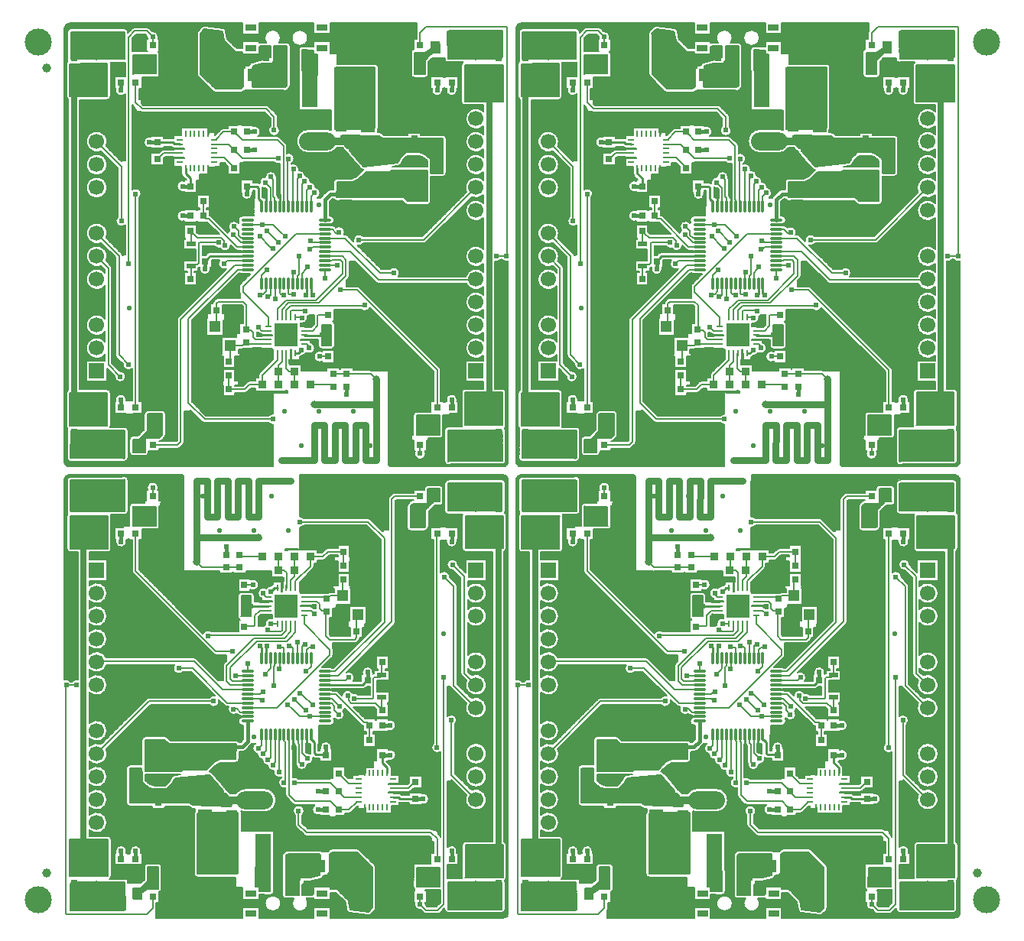
<source format=gtl>
G04*
G04 #@! TF.GenerationSoftware,Altium Limited,Altium Designer,21.2.2 (38)*
G04*
G04 Layer_Physical_Order=1*
G04 Layer_Color=255*
%FSLAX24Y24*%
%MOIN*%
G70*
G04*
G04 #@! TF.SameCoordinates,7BEC17FB-94DA-460C-997F-5D10B4D38A6F*
G04*
G04*
G04 #@! TF.FilePolarity,Positive*
G04*
G01*
G75*
%ADD10C,0.0394*%
%ADD11C,0.0050*%
%ADD12C,0.0060*%
%ADD13R,0.0315X0.0276*%
%ADD14R,0.0276X0.0315*%
%ADD15R,0.0500X0.0600*%
%ADD16C,0.0315*%
%ADD17R,0.0500X0.0340*%
%ADD18O,0.1600X0.0787*%
%ADD19R,0.1000X0.0340*%
%ADD20R,0.0262X0.0110*%
%ADD21R,0.0110X0.0262*%
%ADD22R,0.0400X0.0400*%
%ADD23R,0.0500X0.0400*%
%ADD24R,0.0350X0.0350*%
%ADD25R,0.0689X0.1772*%
%ADD26R,0.0315X0.0472*%
%ADD27R,0.0472X0.0315*%
%ADD28R,0.0400X0.0550*%
%ADD29R,0.0591X0.0472*%
%ADD30R,0.0472X0.0512*%
%ADD31R,0.0394X0.0197*%
%ADD32R,0.0472X0.0360*%
%ADD33R,0.0360X0.0360*%
%ADD34O,0.0591X0.0118*%
%ADD35O,0.0118X0.0591*%
%ADD36R,0.0315X0.0110*%
%ADD37R,0.0110X0.0315*%
%ADD38O,0.0591X0.0118*%
%ADD39O,0.0118X0.0591*%
%ADD40R,0.0984X0.0984*%
%ADD41C,0.0315*%
%ADD42C,0.0100*%
%ADD43C,0.0250*%
%ADD44C,0.0150*%
%ADD45C,0.1181*%
%ADD46C,0.0669*%
%ADD47R,0.0669X0.0669*%
%ADD48R,0.0669X0.0669*%
%ADD49C,0.0220*%
%ADD50C,0.0240*%
D10*
X39970Y-17550D02*
D03*
X-600D02*
D03*
Y17550D02*
D03*
D11*
X17545Y17810D02*
G03*
X17470Y17680I75J-130D01*
G01*
X17545Y17810D02*
G03*
X17470Y17680I75J-130D01*
G01*
X16750Y17956D02*
G03*
X16757Y17914I150J4D01*
G01*
X16750Y17956D02*
G03*
X16757Y17914I150J4D01*
G01*
X15530Y19157D02*
G03*
X15514Y19089I139J-68D01*
G01*
X15530Y19157D02*
G03*
X15514Y19089I139J-68D01*
G01*
X15387Y18374D02*
G03*
X15279Y18230I42J-144D01*
G01*
Y17285D02*
G03*
X15429Y17135I150J0D01*
G01*
X15279Y17285D02*
G03*
X15429Y17135I150J0D01*
G01*
X15889D02*
G03*
X16039Y17285I0J150D01*
G01*
X15889Y17135D02*
G03*
X16039Y17285I0J150D01*
G01*
X18432Y15670D02*
G03*
X18432Y15015I-322J-328D01*
G01*
Y14670D02*
G03*
X18432Y14015I-322J-328D01*
G01*
Y13670D02*
G03*
X18432Y13015I-322J-328D01*
G01*
X17292Y16585D02*
G03*
X17277Y16669I-245J0D01*
G01*
X16662Y16585D02*
G03*
X16647Y16669I-245J0D01*
G01*
X16817D02*
G03*
X17292Y16585I230J-84D01*
G01*
X16187Y16669D02*
G03*
X16662Y16585I230J-84D01*
G01*
X17470Y16090D02*
G03*
X17620Y15940I150J0D01*
G01*
X17470Y16090D02*
G03*
X17620Y15940I150J0D01*
G01*
X16820Y14480D02*
G03*
X16670Y14630I-150J0D01*
G01*
X16820Y14480D02*
G03*
X16670Y14630I-150J0D01*
G01*
X15387Y18374D02*
G03*
X15279Y18230I42J-144D01*
G01*
X13860Y17580D02*
G03*
X13710Y17730I-150J0D01*
G01*
X13860Y17580D02*
G03*
X13710Y17730I-150J0D01*
G01*
X13820Y14868D02*
G03*
X13860Y14970I-110J102D01*
G01*
X13820Y14868D02*
G03*
X13860Y14970I-110J102D01*
G01*
X14006Y14707D02*
G03*
X13914Y14741I-96J-116D01*
G01*
X14006Y14706D02*
G03*
X13914Y14741I-96J-115D01*
G01*
X18432Y12670D02*
G03*
X17695Y12146I-322J-328D01*
G01*
X17914Y11927D02*
G03*
X18432Y12015I196J416D01*
G01*
X16766Y12874D02*
G03*
X16820Y12990I-96J116D01*
G01*
X16140Y12823D02*
G03*
X16170Y12820I30J147D01*
G01*
X16140Y12823D02*
G03*
X16170Y12820I30J147D01*
G01*
X16650D02*
G03*
X16766Y12874I0J150D01*
G01*
X18932Y9122D02*
G03*
X19180Y9205I58J238D01*
G01*
X19240D02*
G03*
X19510Y9128I190J155D01*
G01*
X18432Y11670D02*
G03*
X18432Y11015I-322J-328D01*
G01*
X15990Y11590D02*
G03*
X16140Y11740I0J150D01*
G01*
X15990Y11590D02*
G03*
X16140Y11740I0J150D01*
G01*
X14702Y13276D02*
G03*
X14816Y13350I-16J149D01*
G01*
X14702Y13276D02*
G03*
X14816Y13350I-16J149D01*
G01*
X15034Y11634D02*
G03*
X15140Y11590I106J106D01*
G01*
X15034Y11634D02*
G03*
X15140Y11590I106J106D01*
G01*
X13094Y13164D02*
G03*
X13198Y13120I106J106D01*
G01*
X13094Y13164D02*
G03*
X13198Y13120I106J106D01*
G01*
X12660Y11776D02*
G03*
X12702Y11770I42J144D01*
G01*
X13200Y10215D02*
G03*
X12774Y9996I-190J-155D01*
G01*
X15828Y9905D02*
G03*
X15937Y9950I0J155D01*
G01*
X15828Y9905D02*
G03*
X15937Y9950I0J155D01*
G01*
X12946Y9824D02*
G03*
X13200Y9905I64J236D01*
G01*
X10776Y18870D02*
G03*
X10776Y18870I-347J0D01*
G01*
X10544Y18500D02*
G03*
X10438Y18460I-4J-150D01*
G01*
X10544Y18500D02*
G03*
X10438Y18460I-4J-150D01*
G01*
D02*
G03*
X10403Y18411I102J-110D01*
G01*
X10438Y18460D02*
G03*
X10403Y18411I102J-110D01*
G01*
D02*
G03*
X10390Y18350I137J-61D01*
G01*
X10403Y18411D02*
G03*
X10390Y18350I137J-61D01*
G01*
X10020Y18510D02*
G03*
X9870Y18660I-150J0D01*
G01*
X10020Y18510D02*
G03*
X9870Y18660I-150J0D01*
G01*
X9524D02*
G03*
X9595Y18870I-276J210D01*
G01*
X10390Y17460D02*
G03*
X10403Y17400I150J0D01*
G01*
X10390Y17460D02*
G03*
X10403Y17400I150J0D01*
G01*
X11800Y14900D02*
G03*
X11808Y14852I150J0D01*
G01*
X11800Y14900D02*
G03*
X11808Y14852I150J0D01*
G01*
Y14852D02*
G03*
X11616Y14889I-192J-482D01*
G01*
Y13851D02*
G03*
X12043Y14075I0J519D01*
G01*
X10804Y14889D02*
G03*
X10804Y13851I0J-519D01*
G01*
X9976Y16684D02*
G03*
X10020Y16790I-106J106D01*
G01*
X9976Y16684D02*
G03*
X10020Y16790I-106J106D01*
G01*
X9720Y16577D02*
G03*
X9896Y16604I70J133D01*
G01*
X9876Y14149D02*
G03*
X9831Y14259I-155J0D01*
G01*
X9876Y14149D02*
G03*
X9831Y14259I-155J0D01*
G01*
X9595Y18870D02*
G03*
X8972Y18660I-347J0D01*
G01*
X8710D02*
G03*
X8651Y18648I0J-150D01*
G01*
X8710Y18660D02*
G03*
X8651Y18648I0J-150D01*
G01*
X9070Y15890D02*
G03*
X8960Y15935I-110J-110D01*
G01*
X9070Y15890D02*
G03*
X8960Y15935I-110J-110D01*
G01*
X7208Y19167D02*
G03*
X7079Y19289I-148J-26D01*
G01*
X7208Y19167D02*
G03*
X7079Y19289I-148J-26D01*
G01*
X8301Y16600D02*
G03*
X8380Y16577I79J127D01*
G01*
X7860Y16490D02*
G03*
X7966Y16534I0J150D01*
G01*
X7860Y16490D02*
G03*
X7966Y16534I0J150D01*
G01*
X6654Y16534D02*
G03*
X6760Y16490I106J106D01*
G01*
X6654Y16534D02*
G03*
X6760Y16490I106J106D01*
G01*
X9465Y15430D02*
G03*
X9420Y15540I-155J0D01*
G01*
X9465Y15430D02*
G03*
X9420Y15540I-155J0D01*
G01*
X9555Y14840D02*
G03*
X9465Y15030I-245J0D01*
G01*
X9560Y14530D02*
G03*
X9450Y14575I-110J-110D01*
G01*
X9560Y14530D02*
G03*
X9450Y14575I-110J-110D01*
G01*
X9155Y15030D02*
G03*
X9555Y14840I155J-190D01*
G01*
X8714Y14777D02*
G03*
X8383Y15007I-245J0D01*
G01*
X7112Y14932D02*
G03*
X7002Y14887I0J-155D01*
G01*
X7112Y14932D02*
G03*
X7002Y14887I0J-155D01*
G01*
X8607Y14575D02*
G03*
X8714Y14777I-138J202D01*
G01*
X12384Y13966D02*
G03*
X12458Y13920I113J99D01*
G01*
X12384Y13967D02*
G03*
X12458Y13920I113J98D01*
G01*
X12560Y13780D02*
G03*
X12588Y13733I141J52D01*
G01*
X12560Y13780D02*
G03*
X12588Y13733I141J52D01*
G01*
X12560Y13780D02*
G03*
X12588Y13733I141J52D01*
G01*
X12458Y13920D02*
G03*
X12520Y13820I148J23D01*
G01*
X12050Y12730D02*
G03*
X11900Y12580I0J-150D01*
G01*
X12050Y12730D02*
G03*
X11900Y12580I0J-150D01*
G01*
X10665Y12854D02*
G03*
X10390Y13093I-245J-4D01*
G01*
X10885Y12610D02*
G03*
X10665Y12854I-245J0D01*
G01*
X11115Y12353D02*
G03*
X10885Y12597I-245J0D01*
G01*
X10395Y13140D02*
G03*
X10061Y13368I-245J0D01*
G01*
X10390Y13093D02*
G03*
X10395Y13140I-240J47D01*
G01*
X10186Y13601D02*
G03*
X9876Y13837I-245J0D01*
G01*
X10061Y13388D02*
G03*
X10186Y13601I-120J213D01*
G01*
X9432Y12703D02*
G03*
X9413Y12777I-155J0D01*
G01*
X9432Y12703D02*
G03*
X9413Y12777I-155J0D01*
G01*
X9300Y13455D02*
G03*
X9566Y13377I190J155D01*
G01*
X9413Y12777D02*
G03*
X9415Y12810I-243J33D01*
G01*
D02*
G03*
X8925Y12805I-245J0D01*
G01*
D02*
G03*
X8679Y12513I-5J-245D01*
G01*
X8679Y12513D02*
G03*
X8562Y12558I-117J-130D01*
G01*
X8794Y12350D02*
G03*
X8945Y12316I126J210D01*
G01*
X8679Y12513D02*
G03*
X8562Y12558I-117J-130D01*
G01*
X11766Y12256D02*
G03*
X11625Y12198I0J-200D01*
G01*
X11894Y11856D02*
G03*
X12030Y11770I136J64D01*
G01*
X11894Y11856D02*
G03*
X12030Y11770I136J64D01*
G01*
X11766Y12256D02*
G03*
X11624Y12197I0J-200D01*
G01*
X12138Y11770D02*
G03*
X12180Y11776I0J150D01*
G01*
X12385Y10400D02*
G03*
X11997Y10599I-245J0D01*
G01*
X12522Y10247D02*
G03*
X12412Y10293I-110J-110D01*
G01*
X12522Y10247D02*
G03*
X12412Y10293I-110J-110D01*
G01*
X12360D02*
G03*
X12385Y10400I-220J107D01*
G01*
X11752Y10741D02*
G03*
X11936Y10925I0J184D01*
G01*
D02*
G03*
X11752Y11109I-184J0D01*
G01*
X11955Y10641D02*
G03*
X11851Y10686I-110J-110D01*
G01*
X11955Y10641D02*
G03*
X11851Y10686I-110J-110D01*
G01*
D02*
G03*
X11752Y10716I-99J-155D01*
G01*
X11315Y12110D02*
G03*
X11115Y12351I-245J0D01*
G01*
X11196Y11900D02*
G03*
X11315Y12110I-126J210D01*
G01*
X11375Y11947D02*
G03*
X11339Y11900I141J-142D01*
G01*
X11374Y11947D02*
G03*
X11339Y11900I141J-141D01*
G01*
X9494D02*
G03*
X9449Y12000I-155J-9D01*
G01*
X9494Y11900D02*
G03*
X9449Y12000I-155J-9D01*
G01*
X8869Y11900D02*
G03*
X8796Y11932I-109J-148D01*
G01*
X8365Y12056D02*
G03*
X8356Y12121I-245J0D01*
G01*
X7884D02*
G03*
X8365Y12056I236J-65D01*
G01*
X7933Y11109D02*
G03*
X7778Y10827I0J-184D01*
G01*
D02*
G03*
X7758Y10785I156J-98D01*
G01*
X7582Y9646D02*
G03*
X7692Y9600I110J110D01*
G01*
X7818D02*
G03*
X7933Y9560I115J144D01*
G01*
Y9534D02*
G03*
X7872Y9524I0J-184D01*
G01*
X7758Y10785D02*
G03*
X7375Y10480I-198J-145D01*
G01*
X7582Y9646D02*
G03*
X7692Y9600I110J110D01*
G01*
X6574Y11092D02*
G03*
X6479Y11137I-110J-110D01*
G01*
X6574Y11092D02*
G03*
X6479Y11137I-110J-110D01*
G01*
X7375Y10480D02*
G03*
X7298Y10368I155J-190D01*
G01*
X6955Y9703D02*
G03*
X7415Y9813I215J117D01*
G01*
X6704Y9785D02*
G03*
X6955Y9703I190J155D01*
G01*
X6516Y9524D02*
G03*
X6392Y9473I0J-175D01*
G01*
X6516Y9524D02*
G03*
X6392Y9473I0J-175D01*
G01*
X18432Y9670D02*
G03*
X18432Y9015I-322J-328D01*
G01*
Y8670D02*
G03*
X17669Y8470I-322J-328D01*
G01*
X17688Y8160D02*
G03*
X18432Y8015I422J182D01*
G01*
Y7670D02*
G03*
X18432Y7015I-322J-328D01*
G01*
Y6670D02*
G03*
X18432Y6015I-322J-328D01*
G01*
Y5670D02*
G03*
X18432Y5015I-322J-328D01*
G01*
X16572Y4380D02*
G03*
X16527Y4489I-155J0D01*
G01*
X16572Y4380D02*
G03*
X16527Y4489I-155J0D01*
G01*
X19410Y3410D02*
G03*
X19260Y3560I-150J0D01*
G01*
X19410Y3410D02*
G03*
X19260Y3560I-150J0D01*
G01*
X17630D02*
G03*
X17480Y3410I0J-150D01*
G01*
X17630Y3560D02*
G03*
X17480Y3410I0J-150D01*
G01*
X17277Y3016D02*
G03*
X17292Y3100I-230J84D01*
G01*
X19292Y175D02*
G03*
X19510Y394I-0J219D01*
G01*
X17480Y2044D02*
G03*
X17490Y1915I140J-54D01*
G01*
X19377Y1896D02*
G03*
X19410Y1990I-117J94D01*
G01*
X19377Y1896D02*
G03*
X19410Y1990I-117J94D01*
G01*
X19395Y1736D02*
G03*
X19377Y1806I-150J-1D01*
G01*
X19395Y1736D02*
G03*
X19377Y1806I-150J-1D01*
G01*
X19255Y275D02*
G03*
X19405Y425I0J150D01*
G01*
X19255Y275D02*
G03*
X19405Y425I0J150D01*
G01*
X17292Y3100D02*
G03*
X16817Y3016I-245J0D01*
G01*
X16885Y1915D02*
G03*
X16794Y1884I0J-150D01*
G01*
X16885Y1915D02*
G03*
X16794Y1884I0J-150D01*
G01*
D02*
G03*
X16757Y1844I91J-119D01*
G01*
X16794Y1884D02*
G03*
X16757Y1844I91J-119D01*
G01*
D02*
G03*
X16735Y1765I128J-79D01*
G01*
X16757Y1844D02*
G03*
X16735Y1765I128J-79D01*
G01*
X16789Y289D02*
G03*
X17007Y275I116J96D01*
G01*
X16735Y405D02*
G03*
X16789Y289I150J0D01*
G01*
X16471Y1420D02*
G03*
X16675Y1560I54J140D01*
G01*
X16471Y1420D02*
G03*
X16675Y1560I54J140D01*
G01*
X14775Y8620D02*
G03*
X14340Y8775I-245J0D01*
G01*
X14724Y8470D02*
G03*
X14775Y8620I-194J150D01*
G01*
X13744Y8205D02*
G03*
X13854Y8160I110J110D01*
G01*
X13744Y8205D02*
G03*
X13854Y8160I110J110D01*
G01*
X13104Y7021D02*
G03*
X13479Y7099I156J189D01*
G01*
X13027Y7990D02*
G03*
X12917Y8035I-110J-110D01*
G01*
X13027Y7990D02*
G03*
X12917Y8035I-110J-110D01*
G01*
X12553Y8394D02*
G03*
X12599Y8504I-110J110D01*
G01*
X12553Y8394D02*
G03*
X12599Y8504I-110J110D01*
G01*
X11058Y6785D02*
G03*
X11053Y6750I151J-35D01*
G01*
X11058Y6785D02*
G03*
X11053Y6750I151J-35D01*
G01*
X10757Y6726D02*
G03*
X10846Y6785I-89J228D01*
G01*
X10764Y6671D02*
G03*
X10757Y6726I-245J0D01*
G01*
X11960Y6350D02*
G03*
X11936Y6431I-150J0D01*
G01*
X11950Y6296D02*
G03*
X11960Y6350I-140J54D01*
G01*
X11936Y5387D02*
G03*
X11950Y5450I-136J63D01*
G01*
X11936Y5387D02*
G03*
X11950Y5450I-136J63D01*
G01*
X11936Y6431D02*
G03*
X11882Y6481I-126J-81D01*
G01*
X10607Y5725D02*
G03*
X10638Y5723I30J172D01*
G01*
X10460Y6434D02*
G03*
X10764Y6671I59J238D01*
G01*
X11230Y5460D02*
G03*
X11279Y5349I150J0D01*
G01*
X11866Y5315D02*
G03*
X11936Y5387I-66J135D01*
G01*
X11866Y5315D02*
G03*
X11936Y5387I-66J135D01*
G01*
X11279Y5349D02*
G03*
X11390Y5300I111J101D01*
G01*
X11085Y5350D02*
G03*
X10912Y5584I-245J0D01*
G01*
X10717Y5138D02*
G03*
X11085Y5350I123J212D01*
G01*
X7834Y8605D02*
G03*
X7933Y8576I99J155D01*
G01*
X7840Y8140D02*
G03*
X7795Y8030I110J-110D01*
G01*
X7840Y8140D02*
G03*
X7795Y8030I110J-110D01*
G01*
Y7800D02*
G03*
X7820Y7716I155J0D01*
G01*
X7795Y7800D02*
G03*
X7820Y7716I155J0D01*
G01*
X6930Y9174D02*
G03*
X7231Y8802I190J-154D01*
G01*
X6545Y8786D02*
G03*
X6530Y8871I-245J0D01*
G01*
X6870Y7525D02*
G03*
X6760Y7480I0J-155D01*
G01*
X6870Y7525D02*
G03*
X6760Y7480I0J-155D01*
G01*
X6678Y7398D02*
G03*
X6633Y7288I110J-110D01*
G01*
X6678Y7398D02*
G03*
X6633Y7288I110J-110D01*
G01*
X8660Y5993D02*
G03*
X8769Y5947I110J110D01*
G01*
X8660Y5993D02*
G03*
X8769Y5947I110J110D01*
G01*
X8553Y6014D02*
G03*
X8646Y6006I67J236D01*
G01*
X7934Y5302D02*
G03*
X8024Y5331I0J155D01*
G01*
X7934Y5302D02*
G03*
X8024Y5331I0J155D01*
G01*
X15515Y2560D02*
G03*
X15420Y2526I0J-150D01*
G01*
X15515Y2560D02*
G03*
X15420Y2526I0J-150D01*
G01*
X11800Y5300D02*
G03*
X11866Y5315I0J150D01*
G01*
X11800Y5300D02*
G03*
X11866Y5315I0J150D01*
G01*
X11411Y5190D02*
G03*
X11411Y4759I-116J-216D01*
G01*
X10512Y5025D02*
G03*
X10717Y5138I-3J245D01*
G01*
X15420Y2526D02*
G03*
X15387Y2488I95J-116D01*
G01*
X15420Y2526D02*
G03*
X15387Y2488I95J-116D01*
G01*
D02*
G03*
X15375Y2356I128J-78D01*
G01*
Y1570D02*
G03*
X15378Y1540I150J0D01*
G01*
X15387Y2488D02*
G03*
X15375Y2356I128J-78D01*
G01*
X15915Y740D02*
G03*
X15886Y856I-245J0D01*
G01*
X15454D02*
G03*
X15915Y740I216J-116D01*
G01*
X15375Y1570D02*
G03*
X15378Y1540I150J0D01*
G01*
X10416Y4953D02*
G03*
X10482Y4994I-58J165D01*
G01*
X10416Y4953D02*
G03*
X10482Y4994I-58J165D01*
G01*
X8680Y4274D02*
G03*
X8635Y4165I110J-110D01*
G01*
X8680Y4274D02*
G03*
X8635Y4165I110J-110D01*
G01*
X9260Y2485D02*
G03*
X9070Y2395I0J-245D01*
G01*
Y2085D02*
G03*
X9260Y1995I190J155D01*
G01*
X8240Y3905D02*
G03*
X8130Y3860I0J-155D01*
G01*
X8240Y3905D02*
G03*
X8130Y3860I0J-155D01*
G01*
X8030Y3385D02*
G03*
X8140Y3430I0J155D01*
G01*
X8030Y3385D02*
G03*
X8140Y3430I0J155D01*
G01*
X6289Y19389D02*
G03*
X6164Y19346I-19J-149D01*
G01*
X6289Y19389D02*
G03*
X6164Y19346I-19J-149D01*
G01*
X5984Y19166D02*
G03*
X5950Y19006I106J-106D01*
G01*
X4246Y18829D02*
G03*
X4261Y18914I-230J84D01*
G01*
X3867Y19282D02*
G03*
X3757Y19327I-110J-110D01*
G01*
X3867Y19282D02*
G03*
X3757Y19327I-110J-110D01*
G01*
X4261Y18914D02*
G03*
X3991Y19158I-245J0D01*
G01*
X3772Y18938D02*
G03*
X3786Y18829I244J-25D01*
G01*
X4310Y18140D02*
G03*
X4298Y18198I-150J0D01*
G01*
D02*
G03*
X4246Y18263I-138J-58D01*
G01*
X5950Y17300D02*
G03*
X5994Y17194I150J0D01*
G01*
X5950Y17300D02*
G03*
X5994Y17194I150J0D01*
G01*
X3438Y15670D02*
G03*
X3548Y15625I109J110D01*
G01*
X3438Y15670D02*
G03*
X3548Y15625I109J110D01*
G01*
X4936Y14481D02*
G03*
X4887Y14488I-50J-168D01*
G01*
X4936Y14481D02*
G03*
X4887Y14488I-50J-168D01*
G01*
X3938Y14554D02*
G03*
X3938Y14079I-61J-237D01*
G01*
X3243Y19327D02*
G03*
X3133Y19282I0J-155D01*
G01*
X3243Y19327D02*
G03*
X3133Y19282I0J-155D01*
G01*
X3160Y18280D02*
G03*
X3129Y18277I0J-150D01*
G01*
X3160Y18280D02*
G03*
X3129Y18277I0J-150D01*
G01*
X2940Y19130D02*
G03*
X2790Y19280I-150J0D01*
G01*
X2940Y19130D02*
G03*
X2790Y19280I-150J0D01*
G01*
X2789Y17790D02*
G03*
X2819Y17793I1J150D01*
G01*
X2789Y17790D02*
G03*
X2819Y17793I1J150D01*
G01*
X5401Y12630D02*
G03*
X5401Y12170I-84J-230D01*
G01*
X4833Y14120D02*
G03*
X4936Y14070I124J124D01*
G01*
X4833Y14120D02*
G03*
X4936Y14070I124J124D01*
G01*
X4508Y14000D02*
G03*
X4398Y13954I0J-155D01*
G01*
X4508Y14000D02*
G03*
X4398Y13954I0J-155D01*
G01*
X5277Y12936D02*
G03*
X5326Y12836I173J24D01*
G01*
X5277Y12936D02*
G03*
X5326Y12836I173J24D01*
G01*
X5401Y11340D02*
G03*
X5401Y10880I-84J-230D01*
G01*
X3520Y12065D02*
G03*
X3129Y12262I-245J0D01*
G01*
X3430Y11875D02*
G03*
X3520Y12065I-155J190D01*
G01*
X2408Y16669D02*
G03*
X2819Y16420I230J-84D01*
G01*
X2180Y17686D02*
G03*
X2190Y17740I-140J54D01*
G01*
D02*
G03*
X2179Y17795I-150J0D01*
G01*
X450Y19280D02*
G03*
X300Y19130I0J-150D01*
G01*
X450Y19280D02*
G03*
X300Y19130I0J-150D01*
G01*
Y17960D02*
G03*
X308Y17911I150J0D01*
G01*
Y17849D02*
G03*
X250Y17730I92J-119D01*
G01*
X308Y17849D02*
G03*
X250Y17730I92J-119D01*
G01*
X300Y17960D02*
G03*
X308Y17911I150J0D01*
G01*
X2030Y16170D02*
G03*
X2180Y16320I0J150D01*
G01*
X2030Y16170D02*
G03*
X2180Y16320I0J150D01*
G01*
X250D02*
G03*
X341Y16182I150J0D01*
G01*
X250Y16320D02*
G03*
X341Y16182I150J0D01*
G01*
X1990Y14146D02*
G03*
X2034Y14343I-416J196D01*
G01*
D02*
G03*
X1771Y13927I-460J0D01*
G01*
X2034Y13343D02*
G03*
X2034Y13343I-460J0D01*
G01*
X394Y19510D02*
G03*
X175Y19292I0J-219D01*
G01*
X2499Y11074D02*
G03*
X2819Y10703I155J-190D01*
G01*
X2034Y12343D02*
G03*
X2034Y12343I-460J0D01*
G01*
X2699Y9403D02*
G03*
X2658Y9479I-151J-34D01*
G01*
X2699Y9403D02*
G03*
X2658Y9479I-151J-34D01*
G01*
X1990Y10146D02*
G03*
X2034Y10343I-416J196D01*
G01*
D02*
G03*
X1771Y9927I-460J0D01*
G01*
X1990Y9146D02*
G03*
X2034Y9343I-416J196D01*
G01*
X6070Y8871D02*
G03*
X6545Y8786I230J-84D01*
G01*
X6012Y8845D02*
G03*
X6067Y8871I-36J151D01*
G01*
X6012Y8845D02*
G03*
X6067Y8871I-36J151D01*
G01*
X5130Y6701D02*
G03*
X5085Y6591I110J-110D01*
G01*
X5130Y6701D02*
G03*
X5085Y6591I110J-110D01*
G01*
X2716Y4655D02*
G03*
X3120Y4444I244J-25D01*
G01*
X6170Y2130D02*
G03*
X6280Y2085I110J110D01*
G01*
X3826Y2630D02*
G03*
X3720Y2586I0J-150D01*
G01*
X4580Y2480D02*
G03*
X4430Y2630I-150J0D01*
G01*
X4580Y2480D02*
G03*
X4430Y2630I-150J0D01*
G01*
X6170Y2130D02*
G03*
X6280Y2085I110J110D01*
G01*
X5350Y1140D02*
G03*
X5395Y1250I-110J110D01*
G01*
X4536Y1444D02*
G03*
X4580Y1550I-106J106D01*
G01*
X4536Y1444D02*
G03*
X4580Y1550I-106J106D01*
G01*
X5350Y1140D02*
G03*
X5395Y1250I-110J110D01*
G01*
X5108Y963D02*
G03*
X5218Y1009I0J155D01*
G01*
X5108Y963D02*
G03*
X5218Y1009I0J155D01*
G01*
X4310Y1280D02*
G03*
X4416Y1324I0J150D01*
G01*
X4310Y1280D02*
G03*
X4416Y1324I0J150D01*
G01*
X3826Y2630D02*
G03*
X3720Y2586I0J-150D01*
G01*
X3680Y2546D02*
G03*
X3636Y2440I106J-106D01*
G01*
X3680Y2546D02*
G03*
X3636Y2440I106J-106D01*
G01*
X2872Y3060D02*
G03*
X2875Y3100I-242J40D01*
G01*
D02*
G03*
X2400Y3016I-245J0D01*
G01*
X3150Y1510D02*
G03*
X3108Y1504I0J-150D01*
G01*
X3010Y790D02*
G03*
X3160Y640I150J0D01*
G01*
X3010Y790D02*
G03*
X3160Y640I150J0D01*
G01*
X3108Y1504D02*
G03*
X3028Y1447I42J-144D01*
G01*
X3660Y641D02*
G03*
X3830Y790I20J149D01*
G01*
X3028Y1447D02*
G03*
X3010Y1306I122J-87D01*
G01*
X2928Y1829D02*
G03*
X2884Y1874I-128J-79D01*
G01*
X2928Y1829D02*
G03*
X2884Y1874I-128J-79D01*
G01*
D02*
G03*
X2800Y1900I-84J-124D01*
G01*
X2884Y1874D02*
G03*
X2800Y1900I-84J-124D01*
G01*
X2950Y1750D02*
G03*
X2928Y1829I-150J0D01*
G01*
X2950Y1750D02*
G03*
X2928Y1829I-150J0D01*
G01*
X2906Y464D02*
G03*
X2950Y570I-106J106D01*
G01*
X2906Y464D02*
G03*
X2950Y570I-106J106D01*
G01*
X2244Y8829D02*
G03*
X2198Y8938I-155J0D01*
G01*
X2244Y8829D02*
G03*
X2198Y8938I-155J0D01*
G01*
X2034Y9343D02*
G03*
X1771Y8927I-460J0D01*
G01*
X1934Y8630D02*
G03*
X1934Y8055I-359J-287D01*
G01*
Y6630D02*
G03*
X1934Y6055I-359J-287D01*
G01*
Y5630D02*
G03*
X1934Y5055I-359J-287D01*
G01*
X2393Y5042D02*
G03*
X2438Y4932I155J0D01*
G01*
X2393Y5042D02*
G03*
X2438Y4932I155J0D01*
G01*
X2845Y4100D02*
G03*
X2575Y4344I-245J0D01*
G01*
X2356Y4125D02*
G03*
X2845Y4100I244J-25D01*
G01*
X2706Y390D02*
G03*
X2866Y424I54J140D01*
G01*
X2185Y3390D02*
G03*
X2035Y3540I-150J0D01*
G01*
X2168Y1900D02*
G03*
X2185Y1970I-133J70D01*
G01*
X2168Y1900D02*
G03*
X2185Y1970I-133J70D01*
G01*
Y3390D02*
G03*
X2035Y3540I-150J0D01*
G01*
X341Y3525D02*
G03*
X255Y3390I64J-135D01*
G01*
X341Y3525D02*
G03*
X255Y3390I64J-135D01*
G01*
X308Y1790D02*
G03*
X303Y1751I144J-40D01*
G01*
X308Y1790D02*
G03*
X303Y1751I144J-40D01*
G01*
X255Y2024D02*
G03*
X308Y1848I140J-54D01*
G01*
X292Y542D02*
G03*
X442Y390I150J-2D01*
G01*
X292Y541D02*
G03*
X442Y390I150J-1D01*
G01*
X175Y394D02*
G03*
X394Y175I219J0D01*
G01*
X8348Y17796D02*
G03*
X8232Y17676I32J-146D01*
G01*
X8347Y17796D02*
G03*
X8232Y17676I33J-146D01*
G01*
X16140Y13100D02*
G03*
X16130Y13154I-150J0D01*
G01*
X16140Y13100D02*
G03*
X16130Y13154I-150J0D01*
G01*
X12701Y13832D02*
G03*
X12666Y13886I-141J-52D01*
G01*
X12701Y13832D02*
G03*
X12666Y13886I-141J-52D01*
G01*
X16900Y17810D02*
X17545D01*
X16039Y17800D02*
X17530D01*
X16039Y17760D02*
X17493D01*
X16757Y17811D02*
X16884D01*
X16039Y17720D02*
X17475D01*
X16039Y17600D02*
X17470D01*
X16039Y17680D02*
X17470D01*
X16039Y17640D02*
X17470D01*
X16039Y17440D02*
X17470D01*
X16039Y17480D02*
X17470D01*
X16039Y17400D02*
X17470D01*
X16039Y17560D02*
X17470D01*
X16039Y17520D02*
X17470D01*
X16039Y17280D02*
X17470D01*
X16032Y17240D02*
X17470D01*
X16039Y17360D02*
X17470D01*
X16039Y17320D02*
X17470D01*
X17330Y16880D02*
X17470D01*
X17330Y16920D02*
X17470D01*
X17330Y16840D02*
X17470D01*
X17330Y17000D02*
X17470D01*
X17330Y16960D02*
X17470D01*
X17330Y16720D02*
X17470D01*
X17330Y16680D02*
X17470D01*
X17330Y16800D02*
X17470D01*
X17330Y16760D02*
X17470D01*
X17330Y17120D02*
X17470D01*
X17330Y17160D02*
X17470D01*
X17330Y17080D02*
X17470D01*
X16013Y17200D02*
X17470D01*
X16765Y17195D02*
X17330D01*
Y16669D02*
Y17195D01*
Y17040D02*
X17470D01*
X16765Y16669D02*
X16817D01*
X17277D02*
X17330D01*
X16749Y17990D02*
X16750Y17956D01*
X16122Y17920D02*
X16755D01*
X16192Y17990D02*
X16749D01*
X16162Y17960D02*
X16750D01*
X16757Y17811D02*
Y17914D01*
X16042Y17840D02*
X16757D01*
X16082Y17880D02*
X16757D01*
X15530Y19157D02*
Y19510D01*
X15514Y18829D02*
Y19089D01*
X15387Y18829D02*
X15514D01*
X16039Y17837D02*
X16192Y17990D01*
X16039Y17285D02*
X16039Y17837D01*
X15387Y18374D02*
Y18829D01*
X16765Y17162D02*
Y17195D01*
X16700Y16702D02*
X16765D01*
X16700Y16680D02*
X16765D01*
X16700Y17162D02*
Y17195D01*
Y17162D02*
X16765D01*
Y16669D02*
Y16702D01*
X16656Y16640D02*
X16808D01*
X16700Y16669D02*
Y16702D01*
X16647Y16669D02*
X16700D01*
X16135Y17195D02*
X16700D01*
X15972Y17160D02*
X16135D01*
X15429Y17135D02*
X15889D01*
X16135Y16669D02*
Y17195D01*
Y16669D02*
X16187D01*
X18432Y15670D02*
Y15940D01*
X18365Y14960D02*
X18432D01*
X18291Y14920D02*
X18432D01*
X18303Y15760D02*
X18432D01*
X18372Y15720D02*
X18432D01*
Y14670D02*
Y15015D01*
X18372Y14720D02*
X18432D01*
X18155Y14800D02*
X18432D01*
X18303Y14760D02*
X18432D01*
X17620Y15940D02*
X18432D01*
X18155Y15800D02*
X18432D01*
X15702Y14720D02*
X17848D01*
X15702Y14680D02*
X17798D01*
X15702Y14640D02*
X17760D01*
X16760Y14600D02*
X17729D01*
X16797Y14560D02*
X17705D01*
X18291Y13920D02*
X18432D01*
X16820Y13840D02*
X18432D01*
X18155Y13800D02*
X18432D01*
X18365Y13960D02*
X18432D01*
X16820Y13800D02*
X18066D01*
X18432Y13670D02*
Y14015D01*
X16820Y13760D02*
X17918D01*
X18303D02*
X18432D01*
X16820Y14080D02*
X17733D01*
X16820Y14120D02*
X17708D01*
X16820Y14040D02*
X17764D01*
X16815Y14520D02*
X17686D01*
X16820Y14160D02*
X17688D01*
X16820Y13920D02*
X17929D01*
X16820Y13880D02*
X18432D01*
X16820Y14000D02*
X17804D01*
X16820Y13960D02*
X17855D01*
X17292Y16600D02*
X17470D01*
X17291Y16560D02*
X17470D01*
X17283Y16520D02*
X17470D01*
X17286Y16640D02*
X17470D01*
Y16090D02*
Y17680D01*
X17208Y16400D02*
X17470D01*
X17269Y16480D02*
X17470D01*
X17245Y16440D02*
X17470D01*
X16661Y16560D02*
X16804D01*
X16654Y16520D02*
X16811D01*
X16639Y16480D02*
X16826D01*
X16662Y16600D02*
X16803D01*
X16578Y16400D02*
X16887D01*
X16615Y16440D02*
X16850D01*
X16820Y14400D02*
X17654D01*
X16820Y14360D02*
X17651D01*
X17144Y16360D02*
X17470D01*
X16820Y14240D02*
X17662D01*
X16820Y14200D02*
X17673D01*
X16820Y14320D02*
X17651D01*
X16820Y14280D02*
X17655D01*
X16514Y16360D02*
X16950D01*
X15702Y14630D02*
Y14738D01*
Y14630D02*
X16670D01*
X16820Y14480D02*
X17672D01*
X16820Y14440D02*
X17661D01*
X16820Y12990D02*
Y14480D01*
X15602Y13730D02*
X15763Y13692D01*
X11751Y19280D02*
X15530D01*
X11751Y19320D02*
X15530D01*
X11751Y19240D02*
X15530D01*
X11751Y19400D02*
X15530D01*
X11751Y19360D02*
X15530D01*
X11751Y19160D02*
X15530D01*
X11751Y19200D02*
X15530D01*
X11751Y19120D02*
X15517D01*
X11751Y19080D02*
X15514D01*
X11751Y19040D02*
X15514D01*
X11751Y19480D02*
X15530D01*
X11751Y19510D02*
X15530D01*
X11751Y19440D02*
X15530D01*
X10751Y19000D02*
X15514D01*
X10764Y18960D02*
X15514D01*
X10776Y18880D02*
X15514D01*
X10775Y18840D02*
X15514D01*
X10773Y18920D02*
X15514D01*
X10769Y18800D02*
X15387D01*
X13860Y17080D02*
X16135D01*
X13860Y17120D02*
X16135D01*
X13860Y17040D02*
X16135D01*
X11751Y18400D02*
X15387D01*
X13860Y16920D02*
X16135D01*
X13860Y16880D02*
X16135D01*
X13860Y17000D02*
X16135D01*
X13860Y16960D02*
X16135D01*
X11751Y18640D02*
X15387D01*
X11751Y18680D02*
X15387D01*
X11751Y18600D02*
X15387D01*
X10758Y18760D02*
X15387D01*
X10742Y18720D02*
X15387D01*
X11751Y18480D02*
X15387D01*
X11751Y18440D02*
X15387D01*
X11751Y18560D02*
X15387D01*
X11751Y18520D02*
X15387D01*
X12061Y17880D02*
X15279D01*
X12061Y17920D02*
X15279D01*
X12061Y17840D02*
X15279D01*
X12061Y18000D02*
X15279D01*
X12061Y17960D02*
X15279D01*
Y17285D02*
Y18230D01*
X12061Y17760D02*
X15279D01*
X12061Y17800D02*
X15279D01*
X12061Y17731D02*
X12719D01*
X11751Y18320D02*
X15309D01*
X11751Y18360D02*
X15354D01*
X11751Y18280D02*
X15288D01*
X11751Y18240D02*
X15280D01*
X11751Y18200D02*
X15279D01*
X12061Y18080D02*
X15279D01*
X12061Y18040D02*
X15279D01*
X12061Y18160D02*
X15279D01*
X12061Y18120D02*
X15279D01*
X13860Y17360D02*
X15279D01*
X13860Y17400D02*
X15279D01*
X13860Y17320D02*
X15279D01*
X13860Y17480D02*
X15279D01*
X13860Y17440D02*
X15279D01*
X13860Y17200D02*
X15306D01*
X13860Y17160D02*
X15346D01*
X13860Y17280D02*
X15279D01*
X13860Y17240D02*
X15286D01*
X13847Y17640D02*
X15279D01*
X13822Y17680D02*
X15279D01*
X13859Y17600D02*
X15279D01*
X12719Y17730D02*
X13710D01*
X13764Y17720D02*
X15279D01*
X13860Y17560D02*
X15279D01*
X13860Y17520D02*
X15279D01*
X13860Y15760D02*
X17918D01*
X13860Y15800D02*
X18066D01*
X13860Y15720D02*
X17848D01*
X13860Y15680D02*
X17798D01*
X13860Y15640D02*
X17760D01*
X13860Y15600D02*
X17729D01*
X13860Y15560D02*
X17705D01*
X13860Y15520D02*
X17686D01*
X13860Y15480D02*
X17672D01*
X13860Y16040D02*
X17479D01*
X13860Y16080D02*
X17470D01*
X13860Y16000D02*
X17500D01*
X13860Y16160D02*
X17470D01*
X13860Y16120D02*
X17470D01*
X13860Y15880D02*
X18432D01*
X13860Y15840D02*
X18432D01*
X13860Y15960D02*
X17545D01*
X13860Y15920D02*
X18432D01*
X13860Y15200D02*
X17673D01*
X13860Y15240D02*
X17662D01*
X13860Y15160D02*
X17688D01*
X13860Y15320D02*
X17651D01*
X13860Y15280D02*
X17655D01*
X13860Y15040D02*
X17764D01*
X13860Y15000D02*
X17804D01*
X13860Y15120D02*
X17708D01*
X13860Y15080D02*
X17733D01*
X13860Y15440D02*
X17661D01*
X13860Y14960D02*
X17855D01*
X13851Y14920D02*
X17929D01*
X13860Y15400D02*
X17654D01*
X13860Y15360D02*
X17651D01*
X13830Y14880D02*
X18432D01*
X13820Y14840D02*
X18432D01*
X13820Y14800D02*
X18066D01*
X13820Y14760D02*
X17918D01*
X13860Y16400D02*
X16257D01*
X13860Y16440D02*
X16220D01*
X13860Y16360D02*
X16320D01*
X13860Y16520D02*
X16181D01*
X13860Y16480D02*
X16196D01*
X13860Y16240D02*
X17470D01*
X13860Y16200D02*
X17470D01*
X13860Y16320D02*
X17470D01*
X13860Y16280D02*
X17470D01*
X13860Y16720D02*
X16135D01*
X13860Y16760D02*
X16135D01*
X13860Y16680D02*
X16135D01*
X13860Y16840D02*
X16135D01*
X13860Y16800D02*
X16135D01*
X13860Y16640D02*
X16179D01*
X13860Y16560D02*
X16174D01*
X13860Y14970D02*
Y17580D01*
Y16600D02*
X16173D01*
X15138Y14738D02*
X15702D01*
X14086Y14640D02*
X15138D01*
X14098Y14630D02*
X15138D01*
X14006Y14706D02*
X14098Y14630D01*
X14038Y14680D02*
X15138D01*
X15112Y13730D02*
X15602D01*
X15102Y13720D02*
X15644D01*
X15138Y14630D02*
Y14738D01*
X14934Y13552D02*
X15112Y13730D01*
X13820Y14743D02*
X13914Y14741D01*
X13987Y14720D02*
X15138D01*
X13820Y14743D02*
Y14868D01*
X12588Y13733D02*
X12980Y13284D01*
X10155Y13720D02*
X12599D01*
X18372D02*
X18432D01*
X16820Y13080D02*
X17733D01*
X16820Y13040D02*
X17764D01*
X16820Y13160D02*
X17688D01*
X16820Y13120D02*
X17708D01*
X18432Y12670D02*
Y13015D01*
X18291Y12920D02*
X18432D01*
X16820Y13000D02*
X17804D01*
X18365Y12960D02*
X18432D01*
X16820Y13680D02*
X17798D01*
X16820Y13720D02*
X17848D01*
X16820Y13640D02*
X17760D01*
X16820Y13600D02*
X17729D01*
X16820Y13560D02*
X17705D01*
X16772Y12880D02*
X18432D01*
X16725Y12840D02*
X18432D01*
X16817Y12960D02*
X17855D01*
X16803Y12920D02*
X17929D01*
X18372Y12720D02*
X18432D01*
X18365Y11960D02*
X18432D01*
X18291Y11920D02*
X18432D01*
X18155Y12800D02*
X18432D01*
X18303Y12760D02*
X18432D01*
X17827Y11840D02*
X18432D01*
X18155Y11800D02*
X18432D01*
X17867Y11880D02*
X18432D01*
X16140Y12760D02*
X17918D01*
X16140Y12800D02*
X18066D01*
X16140Y12720D02*
X17848D01*
X16140Y12680D02*
X17798D01*
X16140Y12640D02*
X17760D01*
X16140Y12600D02*
X17729D01*
X17787Y11800D02*
X18066D01*
X16140Y12560D02*
X17705D01*
X16140Y12160D02*
X17688D01*
X16820Y13480D02*
X17672D01*
X16820Y13520D02*
X17686D01*
X16820Y13440D02*
X17661D01*
X16820Y13400D02*
X17654D01*
X16820Y13360D02*
X17651D01*
X16820Y13240D02*
X17662D01*
X16820Y13200D02*
X17673D01*
X16820Y13320D02*
X17651D01*
X16820Y13280D02*
X17655D01*
X16170Y12820D02*
X16650D01*
X15980Y13250D02*
Y13521D01*
X16140Y12520D02*
X17686D01*
X16140Y12480D02*
X17672D01*
X16140Y11880D02*
Y12823D01*
Y12000D02*
X17549D01*
X16140Y12040D02*
X17589D01*
X16140Y11960D02*
X17509D01*
X16140Y11920D02*
X17469D01*
X16140Y11880D02*
X17429D01*
X16140Y11840D02*
X17389D01*
X16140Y11800D02*
X17349D01*
X16140Y11790D02*
Y11880D01*
Y11760D02*
X17309D01*
X16140Y12400D02*
X17654D01*
X16140Y12440D02*
X17661D01*
X16140Y12280D02*
X17655D01*
X16140Y12360D02*
X17651D01*
X16140Y12320D02*
X17651D01*
X16140Y12200D02*
X17673D01*
X16140Y12120D02*
X17669D01*
X16140Y12240D02*
X17662D01*
X16140Y12080D02*
X17629D01*
X16747Y10760D02*
X18432D01*
X16707Y10720D02*
X18432D01*
X16667Y10680D02*
X18432D01*
X16827Y10840D02*
X18432D01*
X16787Y10800D02*
X18432D01*
Y9670D02*
Y11015D01*
X16547Y10560D02*
X18432D01*
X16627Y10640D02*
X18432D01*
X16587Y10600D02*
X18432D01*
X16427Y10440D02*
X18432D01*
X16387Y10400D02*
X18432D01*
X16347Y10360D02*
X18432D01*
X16507Y10520D02*
X18432D01*
X16467Y10480D02*
X18432D01*
X16227Y10240D02*
X18432D01*
X16187Y10200D02*
X18432D01*
X16307Y10320D02*
X18432D01*
X16267Y10280D02*
X18432D01*
X19132Y9160D02*
X19288D01*
X19039Y9120D02*
X19381D01*
X19479D02*
X19510D01*
X19180Y9205D02*
X19240D01*
X19176Y9200D02*
X19244D01*
X18932Y9080D02*
X19510D01*
X18932Y9040D02*
X19510D01*
X16067Y10080D02*
X18432D01*
X16027Y10040D02*
X18432D01*
X15987Y10000D02*
X18432D01*
X16147Y10160D02*
X18432D01*
X16107Y10120D02*
X18432D01*
X18303Y9760D02*
X18432D01*
X18372Y9720D02*
X18432D01*
X15947Y9960D02*
X18432D01*
X18155Y9800D02*
X18432D01*
X18303Y11760D02*
X18432D01*
X17747D02*
X17918D01*
X18372Y11720D02*
X18432D01*
X17707D02*
X17848D01*
X17667Y11680D02*
X17798D01*
X18432Y11670D02*
Y12015D01*
X17627Y11640D02*
X17760D01*
X17587Y11600D02*
X17729D01*
X16139Y11720D02*
X17269D01*
X16127Y11680D02*
X17229D01*
X16102Y11640D02*
X17189D01*
X16140Y11740D02*
Y11790D01*
X16044Y11600D02*
X17149D01*
X17547Y11560D02*
X17705D01*
X17507Y11520D02*
X17686D01*
X17467Y11480D02*
X17672D01*
X17427Y11440D02*
X17661D01*
X17387Y11400D02*
X17654D01*
X17347Y11360D02*
X17651D01*
X17307Y11320D02*
X17651D01*
X18365Y10960D02*
X18432D01*
X18291Y10920D02*
X18432D01*
X17267Y11280D02*
X17655D01*
X17227Y11240D02*
X17662D01*
X17107Y11120D02*
X17708D01*
X17067Y11080D02*
X17733D01*
X17027Y11040D02*
X17764D01*
X17187Y11200D02*
X17673D01*
X17147Y11160D02*
X17688D01*
X16907Y10920D02*
X17929D01*
X16867Y10880D02*
X18432D01*
X16987Y11000D02*
X17804D01*
X16947Y10960D02*
X17855D01*
X15763Y13692D02*
X15980Y13521D01*
X14982Y13600D02*
X15880D01*
X14942Y13560D02*
X15930D01*
X15062Y13680D02*
X15778D01*
X15022Y13640D02*
X15829D01*
X14892Y13480D02*
X15980D01*
X14885Y13440D02*
X15980D01*
X14915Y13520D02*
X15980D01*
X14885Y13417D02*
Y13468D01*
X14934Y13552D01*
X14845Y13400D02*
X15980D01*
X14822Y13360D02*
X15980D01*
X14855Y13417D02*
X14885Y13468D01*
X14816Y13350D02*
X14855Y13417D01*
X14793Y13320D02*
X15980D01*
X14724Y13280D02*
X15980D01*
X14898Y11770D02*
X15034Y11634D01*
X14452Y13250D02*
X15980D01*
X11753Y11760D02*
X14908D01*
X14452Y13250D02*
X14702Y13276D01*
X12702Y11770D02*
X14898D01*
X15140Y11590D02*
X15990D01*
X11716Y11360D02*
X16909D01*
X11716Y11600D02*
X15086D01*
X11716Y11640D02*
X15028D01*
X11716Y11560D02*
X17109D01*
X11716Y11720D02*
X14948D01*
X11716Y11680D02*
X14988D01*
X11716Y11520D02*
X17069D01*
X11716Y11480D02*
X17029D01*
X11716Y11440D02*
X16989D01*
X11716Y11400D02*
X16949D01*
X12980Y13284D02*
X13017Y13242D01*
X10374Y13240D02*
X12980D01*
X13018D01*
X10316Y13320D02*
X12948D01*
X10351Y13280D02*
X12980D01*
X13038Y13220D02*
X13094Y13164D01*
X10388Y13200D02*
X13058D01*
X12980Y13220D02*
Y13284D01*
Y13220D02*
X13038D01*
X10186Y13600D02*
X12704D01*
X10182Y13560D02*
X12739D01*
X10172Y13520D02*
X12774D01*
X10173Y13680D02*
X12634D01*
X10183Y13640D02*
X12669D01*
X10081Y13400D02*
X12879D01*
X10258Y13360D02*
X12913D01*
X10154Y13480D02*
X12809D01*
X10126Y13440D02*
X12844D01*
X12910Y12833D02*
X13198Y13120D01*
X10795Y12800D02*
X12847D01*
X10834Y12760D02*
X12770D01*
X12712Y12730D02*
X12910Y12833D01*
X12050Y12730D02*
X12712D01*
X12180Y11776D02*
X12660D01*
X10504Y13080D02*
X13158D01*
X10394Y13120D02*
X13198D01*
X10575Y13040D02*
X13118D01*
X10394Y13160D02*
X13098D01*
X10614Y13000D02*
X13078D01*
X10639Y12960D02*
X13038D01*
X10655Y12920D02*
X12998D01*
X10663Y12880D02*
X12958D01*
X10724Y12840D02*
X12918D01*
X15937Y9950D02*
X17914Y11927D01*
X15894Y9920D02*
X18432D01*
X13176Y9880D02*
X18432D01*
X15764Y10215D02*
X17695Y12146D01*
X11933Y10960D02*
X16509D01*
X13118Y9840D02*
X18432D01*
X12969Y9800D02*
X18066D01*
X13009Y9760D02*
X17918D01*
X13049Y9720D02*
X17848D01*
X11716Y11280D02*
X16829D01*
X11716Y11320D02*
X16869D01*
X11716Y11240D02*
X16789D01*
X11716Y11200D02*
X16749D01*
X11716Y11160D02*
X16709D01*
X11716Y11120D02*
X16669D01*
X11852Y11080D02*
X16629D01*
X11896Y11040D02*
X16589D01*
X11920Y11000D02*
X16549D01*
X13569Y9200D02*
X17673D01*
X13529Y9240D02*
X17662D01*
X13609Y9160D02*
X17688D01*
X13449Y9320D02*
X17651D01*
X13489Y9280D02*
X17655D01*
X13729Y9040D02*
X17764D01*
X13769Y9000D02*
X17804D01*
X13649Y9120D02*
X17708D01*
X13689Y9080D02*
X17733D01*
X13129Y9640D02*
X17760D01*
X13089Y9680D02*
X17798D01*
X13169Y9600D02*
X17729D01*
X13209Y9560D02*
X17705D01*
X13249Y9520D02*
X17686D01*
X13289Y9480D02*
X17672D01*
X13329Y9440D02*
X17661D01*
X13369Y9400D02*
X17654D01*
X13409Y9360D02*
X17651D01*
X12354Y10520D02*
X16069D01*
X12326Y10560D02*
X16109D01*
X12372Y10480D02*
X16029D01*
X12382Y10440D02*
X15989D01*
X12385Y10400D02*
X15949D01*
X12382Y10360D02*
X15909D01*
X12372Y10320D02*
X15869D01*
X13118Y10280D02*
X15829D01*
X11936Y10920D02*
X16469D01*
X11930Y10880D02*
X16429D01*
X11915Y10840D02*
X16389D01*
X11887Y10800D02*
X16349D01*
X11833Y10760D02*
X16309D01*
X11640Y10720D02*
X16269D01*
X11890Y10680D02*
X16229D01*
X12189Y10640D02*
X16189D01*
X12282Y10600D02*
X16149D01*
X13200Y10215D02*
X15764D01*
X13176Y10240D02*
X15789D01*
X12649Y10120D02*
X12772D01*
X12689Y10080D02*
X12766D01*
X12729Y10040D02*
X12766D01*
X13200Y9905D02*
X15828D01*
X12529Y10240D02*
X12844D01*
X12474Y10280D02*
X12902D01*
X12569Y10200D02*
X12809D01*
X12522Y10247D02*
X12774Y9996D01*
X12609Y10160D02*
X12786D01*
X12599Y9080D02*
X12870D01*
X12599Y9040D02*
X12910D01*
X12599Y9130D02*
X12820D01*
X12599Y9120D02*
X12830D01*
X11751Y19039D02*
Y19510D01*
X11029Y19039D02*
Y19510D01*
Y19039D02*
X11751D01*
X10705Y19080D02*
X11029D01*
X10732Y19040D02*
X11029D01*
Y18714D02*
X11751D01*
X11029Y18486D02*
Y18714D01*
X11751Y18180D02*
Y18714D01*
X10720Y18680D02*
X11029D01*
X10689Y18640D02*
X11029D01*
X10670Y19120D02*
X11029D01*
X10647Y18600D02*
X11029D01*
X10585Y18560D02*
X11029D01*
X10536Y19200D02*
X11029D01*
X10620Y19160D02*
X11029D01*
X10020Y18520D02*
X11029D01*
X10544Y18500D02*
X11029Y18486D01*
X10403Y18411D02*
Y18460D01*
X10438D01*
X11751Y18180D02*
X12061D01*
Y17731D02*
Y18180D01*
X10020Y18440D02*
X10403D01*
X10020Y18480D02*
X10465D01*
X10020Y18400D02*
X10399D01*
X10020Y18360D02*
X10390D01*
X10020Y17680D02*
X10390D01*
X10020Y17560D02*
X10390D01*
X10020Y17520D02*
X10390D01*
X10020Y17640D02*
X10390D01*
X10020Y17600D02*
X10390D01*
X9594Y18840D02*
X10084D01*
X9592Y18920D02*
X10086D01*
X9588Y18800D02*
X10090D01*
X9595Y18880D02*
X10083D01*
X9595Y18660D02*
X9870D01*
X9945Y18640D02*
X10170D01*
X9990Y18600D02*
X10212D01*
X9551Y19040D02*
X10127D01*
X9524Y19080D02*
X10153D01*
X9570Y19000D02*
X10108D01*
X9583Y18960D02*
X10094D01*
X9577Y18760D02*
X10101D01*
X9561Y18720D02*
X10117D01*
X9539Y18680D02*
X10139D01*
X9524Y18660D02*
X9595D01*
X10020Y17920D02*
X10390D01*
X10020Y17960D02*
X10390D01*
X10020Y17880D02*
X10390D01*
Y18138D02*
Y18350D01*
X10020Y18000D02*
X10390D01*
X10020Y17760D02*
X10390D01*
X10020Y17720D02*
X10390D01*
X10020Y17840D02*
X10390D01*
X10020Y17800D02*
X10390D01*
X10020Y18240D02*
X10390D01*
X10020Y18280D02*
X10390D01*
X10020Y18200D02*
X10390D01*
X10011Y18560D02*
X10274D01*
X10020Y18320D02*
X10390D01*
X10020Y18080D02*
X10390D01*
X10020Y18040D02*
X10390D01*
X10020Y18160D02*
X10390D01*
X10020Y18120D02*
X10390D01*
X10020Y16960D02*
X10403D01*
X10020Y17000D02*
X10403D01*
X10020Y16920D02*
X10403D01*
X11342Y15720D02*
X11781D01*
X11342D02*
X11781D01*
X10020Y16880D02*
X10403D01*
Y15709D02*
X11342D01*
X10020Y17240D02*
X10403D01*
X10020Y17280D02*
X10403D01*
X10020Y17200D02*
X10403D01*
X10020Y17360D02*
X10403D01*
X10020Y17320D02*
X10403D01*
X10020Y17080D02*
X10403D01*
X10020Y17040D02*
X10403D01*
X10020Y17160D02*
X10403D01*
X10020Y17120D02*
X10403D01*
X11711Y14880D02*
X11801D01*
X11800Y14900D02*
Y15709D01*
X10804Y14889D02*
X11616D01*
X12043Y14075D02*
X12289D01*
X12384Y13967D01*
X9524Y14960D02*
X11800D01*
X9496Y15000D02*
X11800D01*
X9542Y14920D02*
X11800D01*
X9552Y14880D02*
X10709D01*
X9555Y14840D02*
X10584D01*
X9552Y14800D02*
X10514D01*
X9542Y14760D02*
X10462D01*
X9524Y14720D02*
X10421D01*
X10020Y17400D02*
X10403D01*
X10020Y17440D02*
X10391D01*
X10020Y16840D02*
X10403D01*
X10390Y17460D02*
Y18138D01*
X10020Y17480D02*
X10390D01*
X10403Y15709D02*
Y17400D01*
X10017Y16760D02*
X10403D01*
X10020Y16790D02*
Y18510D01*
Y16800D02*
X10403D01*
X10003Y16720D02*
X10403D01*
X9972Y16680D02*
X10403D01*
X9932Y16640D02*
X10403D01*
X9892Y16600D02*
X10403D01*
X9790Y16560D02*
X10403D01*
X9896Y16604D02*
X9976Y16684D01*
X9867Y14200D02*
X10314D01*
X9846Y14240D02*
X10302D01*
X9876Y14160D02*
X10329D01*
X9809Y14280D02*
X10293D01*
X9876Y14120D02*
X10349D01*
X9876Y14080D02*
X10374D01*
X9876Y13837D02*
Y14149D01*
X9517Y14560D02*
X10321D01*
X9496Y14680D02*
X10388D01*
X9569Y14520D02*
X10307D01*
X9609Y14480D02*
X10297D01*
X9649Y14440D02*
X10290D01*
X9689Y14400D02*
X10286D01*
X9769Y14320D02*
X10287D01*
X9560Y14530D02*
X9831Y14259D01*
X9729Y14360D02*
X10285D01*
X9355Y19200D02*
X10323D01*
X8651D02*
X9142D01*
X9439Y19160D02*
X10239D01*
X8651D02*
X9058D01*
X8651Y19120D02*
X9008D01*
X9489D02*
X10189D01*
X8651Y19080D02*
X8972D01*
X8651Y19040D02*
X8946D01*
X8651Y19400D02*
X11029D01*
X8651Y19440D02*
X11029D01*
X8651Y19360D02*
X11029D01*
X8651Y19510D02*
X11029D01*
X8651Y19480D02*
X11029D01*
X8651Y19280D02*
X11029D01*
X8651Y19240D02*
X11029D01*
X8651Y19320D02*
X11029D01*
X7238Y19000D02*
X8927D01*
X8710Y18660D02*
X8972D01*
X8651Y18680D02*
X8958D01*
X8380Y16577D02*
X9720D01*
X9027Y15920D02*
X10403D01*
X9079Y15880D02*
X10403D01*
X7252Y18920D02*
X8905D01*
X7245Y18960D02*
X8913D01*
X7292Y18800D02*
X8909D01*
X7259Y18880D02*
X8902D01*
X7266Y18840D02*
X8903D01*
X7992Y16560D02*
X9790D01*
X7950Y16520D02*
X10403D01*
X7332Y18760D02*
X8919D01*
X7372Y18720D02*
X8936D01*
X7929Y19029D02*
Y19510D01*
X7230Y19040D02*
X7929D01*
Y19029D02*
X8651D01*
X7216Y19120D02*
X7929D01*
X7223Y19080D02*
X7929D01*
X8651Y19029D02*
Y19510D01*
Y18648D02*
Y18714D01*
X7269Y18823D02*
X7682Y18410D01*
X7929D02*
Y18714D01*
X7172Y19240D02*
X7929D01*
X7114Y19280D02*
X7929D01*
X7197Y19200D02*
X7929D01*
X6516Y19360D02*
X7929D01*
X6832Y19320D02*
X7929D01*
X7208Y19167D02*
X7269Y18823D01*
X7209Y19160D02*
X7929D01*
X8032Y16600D02*
X8301D01*
X7929Y18714D02*
X8651D01*
X8032Y16600D02*
X8301D01*
X7652Y18440D02*
X7929D01*
X7682Y18410D02*
X7929D01*
X7966Y16534D02*
X8032Y16600D01*
X7532Y18560D02*
X7929D01*
X7492Y18600D02*
X7929D01*
X7572Y18520D02*
X7929D01*
X7412Y18680D02*
X7929D01*
X7452Y18640D02*
X7929D01*
X7612Y18480D02*
X7929D01*
X6760Y16490D02*
X7860D01*
X9457Y15480D02*
X11800D01*
X9436Y15520D02*
X11800D01*
X9465Y15440D02*
X11800D01*
X9399Y15560D02*
X11800D01*
X9465Y15400D02*
X11800D01*
X9465Y15360D02*
X11800D01*
X9465Y15030D02*
Y15430D01*
X9239Y15720D02*
X10403D01*
X9199Y15760D02*
X10403D01*
X9279Y15680D02*
X11800D01*
X9119Y15840D02*
X10403D01*
X9159Y15800D02*
X10403D01*
X9319Y15640D02*
X11800D01*
X9359Y15600D02*
X11800D01*
X9070Y15890D02*
X9420Y15540D01*
X9155Y15030D02*
Y15366D01*
X9465Y15200D02*
X11800D01*
X9465Y15240D02*
X11800D01*
X9465Y15160D02*
X11800D01*
X9465Y15320D02*
X11800D01*
X9465Y15280D02*
X11800D01*
X9465Y15080D02*
X11800D01*
X9465Y15040D02*
X11800D01*
X9465Y15120D02*
X11800D01*
X9452Y14640D02*
X10361D01*
X8638Y14600D02*
X9261D01*
X9359D02*
X10339D01*
X8383Y15040D02*
X9155D01*
X8672Y14640D02*
X9168D01*
X8607Y14575D02*
X9450D01*
X8896Y15625D02*
X9155Y15366D01*
X7943Y15080D02*
X9155D01*
X8383Y15007D02*
Y15060D01*
X7943D02*
Y15100D01*
Y15060D02*
X8383D01*
X8571Y15000D02*
X9124D01*
X8632Y14960D02*
X9096D01*
X8668Y14920D02*
X9078D01*
X7750Y15100D02*
X7943D01*
X7720Y15090D02*
X7750Y15100D01*
X7694Y15060D02*
Y15090D01*
X7304Y15060D02*
X7694D01*
X7112Y14932D02*
X7304D01*
Y15060D01*
X6419Y14754D02*
Y14950D01*
X8713Y14760D02*
X9078D01*
X8713Y14800D02*
X9068D01*
X8707Y14720D02*
X9096D01*
X8691Y14880D02*
X9068D01*
X8706Y14840D02*
X9065D01*
X8694Y14680D02*
X9124D01*
X6731Y14615D02*
X7002Y14887D01*
X6721Y14640D02*
X6756D01*
X6419Y14880D02*
X6996D01*
X6419Y14920D02*
X7052D01*
X6419Y14840D02*
X6956D01*
X6419Y14800D02*
X6916D01*
X6419Y14760D02*
X6876D01*
X6721Y14720D02*
X6836D01*
X6721Y14680D02*
X6796D01*
X6419Y14754D02*
X6721D01*
Y14615D02*
Y14754D01*
X11934Y13960D02*
X12390D01*
X12016Y14040D02*
X12320D01*
X11980Y14000D02*
X12355D01*
X12520Y13820D02*
X12560Y13780D01*
X11874Y13920D02*
X12458D01*
X9876D02*
X10546D01*
X9876Y13880D02*
X10634D01*
X9876Y14000D02*
X10440D01*
X9876Y13960D02*
X10486D01*
X9995Y13840D02*
X12497D01*
X10084Y13800D02*
X12540D01*
X11786Y13880D02*
X12470D01*
X10804Y13851D02*
X11616D01*
X11099Y12440D02*
X11900D01*
X11049Y12520D02*
X11900D01*
X11080Y12480D02*
X11900D01*
X11196Y12320D02*
X11900D01*
X11246Y12280D02*
X11900D01*
X11111Y12400D02*
X11900D01*
X11115Y12360D02*
X11900D01*
X10859Y12720D02*
X11996D01*
X10127Y13760D02*
X12569D01*
X10875Y12680D02*
X11938D01*
X10883Y12640D02*
X11913D01*
X10885Y12600D02*
X11901D01*
X11001Y12560D02*
X11900D01*
X9876Y14040D02*
X10404D01*
X9413Y12840D02*
X9566D01*
X9415Y12800D02*
X9566D01*
X9364Y12960D02*
X9566D01*
X9325Y13000D02*
X9566D01*
X9389Y12920D02*
X9566D01*
X9254Y13040D02*
X9566D01*
X9405Y12880D02*
X9566D01*
X9432Y12480D02*
X9566D01*
X9432Y12520D02*
X9566D01*
X9432Y12440D02*
X9566D01*
X9432Y12600D02*
X9566D01*
X9432Y12560D02*
X9566D01*
X9432Y12320D02*
X9566D01*
X9432Y12280D02*
X9566D01*
X9432Y12400D02*
X9566D01*
X9432Y12360D02*
X9566D01*
X9432Y12680D02*
X9566D01*
X9431Y12720D02*
X9566D01*
X9432Y12640D02*
X9566D01*
X9421Y12760D02*
X9566D01*
X8796Y12280D02*
X8981D01*
X8796Y12320D02*
X8871D01*
X11900Y12275D02*
Y12580D01*
X11849Y11856D02*
X11894D01*
X11833Y11840D02*
X11903D01*
X11766Y12256D02*
X11891D01*
X11716Y11723D02*
X11849Y11856D01*
X11793Y11800D02*
X11940D01*
X11278Y12240D02*
X11687D01*
X11298Y12200D02*
X11627D01*
X11310Y12160D02*
X11587D01*
X11315Y12120D02*
X11547D01*
X11375Y11947D02*
X11624Y12197D01*
X11313Y12080D02*
X11507D01*
X11305Y12040D02*
X11467D01*
X11289Y12000D02*
X11427D01*
X12030Y11770D02*
X12138D01*
X11955Y10641D02*
X11997Y10599D01*
X11957Y10640D02*
X12091D01*
X12360Y10293D02*
X12412D01*
X11640Y10741D02*
X11752D01*
X11716Y11109D02*
Y11723D01*
Y11109D02*
X11752D01*
X11640Y10716D02*
X11752D01*
X9432Y12160D02*
X9566D01*
X9432Y12120D02*
X9566D01*
X9432Y12240D02*
X9566D01*
X9432Y12200D02*
X9566D01*
Y11900D02*
Y13377D01*
X9432Y12017D02*
Y12703D01*
Y12080D02*
X9566D01*
X8796Y12160D02*
X8999D01*
X8796Y12200D02*
X8999D01*
X8796Y12120D02*
X8999D01*
X8945Y12316D02*
X8999Y12262D01*
X8796Y12240D02*
X8999D01*
Y11900D02*
Y12262D01*
X8796Y12080D02*
X8999D01*
X8796Y11932D02*
Y12325D01*
X8446Y11900D02*
Y12208D01*
X11264Y11960D02*
X11387D01*
X9491Y11920D02*
X9566D01*
X11225D02*
X11352D01*
X9449Y12000D02*
X9566D01*
X9478Y11960D02*
X9566D01*
X9494Y11900D02*
X9566D01*
X11196D02*
X11339D01*
X9432Y12040D02*
X9566D01*
X8796Y11960D02*
X8999D01*
X8835Y11920D02*
X8999D01*
X8796Y12040D02*
X8999D01*
X8796Y12000D02*
X8999D01*
X8869Y11900D02*
X8999D01*
X7959Y13440D02*
X9314D01*
X7959Y13455D02*
X9300D01*
X7829Y13040D02*
X9086D01*
X7829Y13000D02*
X9015D01*
X7829Y12960D02*
X8976D01*
X7829Y12920D02*
X8951D01*
X8383Y12680D02*
X8706D01*
X8383Y12558D02*
Y12686D01*
Y12640D02*
X8688D01*
X7829Y13280D02*
X9566D01*
X7829Y13320D02*
X9566D01*
X7829Y13240D02*
X9566D01*
X7829Y13400D02*
X9364D01*
X7829Y13360D02*
X9566D01*
X7829Y13120D02*
X9566D01*
X7829Y13080D02*
X9566D01*
X7829Y13200D02*
X9566D01*
X7829Y13160D02*
X9566D01*
X8383Y12560D02*
X8675D01*
X8383Y12600D02*
X8678D01*
X8383Y12558D02*
X8562D01*
X8383Y12208D02*
X8446D01*
X8383Y12200D02*
X8446D01*
X8364Y12040D02*
X8446D01*
X8359Y12000D02*
X8446D01*
X8383Y12160D02*
X8446D01*
X8364Y12080D02*
X8446D01*
X8357Y12120D02*
X8446D01*
X8345Y11960D02*
X8446D01*
X8324Y11920D02*
X8446D01*
X8290Y11880D02*
X8430D01*
X8236Y11840D02*
X8429D01*
X6479Y11800D02*
X8428D01*
X6479Y11760D02*
X8427D01*
X6479Y11720D02*
X8426D01*
X6479Y11680D02*
X8425D01*
X7959Y13455D02*
X7960Y13410D01*
X7829D02*
X7960D01*
X6950Y13320D02*
X7247D01*
X6950Y13400D02*
X7167D01*
X6950Y13360D02*
X7207D01*
X7829Y12918D02*
Y13410D01*
X7304Y12918D02*
Y13263D01*
X7157Y13410D02*
X7304Y13263D01*
X6950Y13280D02*
X7287D01*
X6950Y13410D02*
X7157D01*
X6950Y13271D02*
Y13410D01*
X6721Y13240D02*
X7304D01*
X6721Y13271D02*
X6950D01*
X6419Y13234D02*
X6652D01*
X6721Y13166D02*
Y13271D01*
X6652Y13234D02*
X6721Y13166D01*
X6419Y12936D02*
Y13234D01*
Y13200D02*
X6686D01*
X7857Y12686D02*
X8383D01*
X7857Y12121D02*
Y12686D01*
X8383Y12121D02*
Y12208D01*
X6721Y13200D02*
X7304D01*
Y12918D02*
X7829D01*
X6479Y11880D02*
X7950D01*
X6479Y11840D02*
X8004D01*
X6419Y13040D02*
X7304D01*
X6419Y13080D02*
X7304D01*
X6419Y13000D02*
X7304D01*
X6419Y13160D02*
X7304D01*
X6419Y13120D02*
X7304D01*
X6479Y11960D02*
X7895D01*
X6479Y11920D02*
X7916D01*
X6419Y12960D02*
X7304D01*
X6479Y12000D02*
X7881D01*
X6479Y11240D02*
X8415D01*
X6479Y11280D02*
X8416D01*
X6479Y11200D02*
X8414D01*
X6479Y11160D02*
X8414D01*
X6536Y11120D02*
X8413D01*
X8412Y11109D02*
X8430Y11900D01*
X7933Y11109D02*
X8406D01*
X6586Y11080D02*
X7834D01*
X6479Y11600D02*
X8423D01*
X6479Y11640D02*
X8424D01*
X6479Y11560D02*
X8422D01*
X6479Y11520D02*
X8422D01*
X6479Y11480D02*
X8421D01*
X6372Y11440D02*
X8420D01*
X6372Y11400D02*
X8419D01*
X6479Y11360D02*
X8418D01*
X6479Y11320D02*
X8417D01*
X7702Y10840D02*
X7770D01*
X7692Y9600D02*
X7818D01*
X7609Y10880D02*
X7755D01*
X7933Y9560D02*
X8406D01*
X7933Y9534D02*
X8406D01*
X6666Y11000D02*
X7765D01*
X6626Y11040D02*
X7789D01*
X6706Y10960D02*
X7752D01*
X6746Y10920D02*
X7749D01*
X7278Y9600D02*
X7819D01*
X6516Y9524D02*
X7872D01*
X7336Y9640D02*
X7588D01*
X6826Y10840D02*
X7418D01*
X6786Y10880D02*
X7511D01*
X6866Y10800D02*
X7374D01*
X6906Y10760D02*
X7346D01*
X6946Y10720D02*
X7328D01*
X7066Y10600D02*
X7318D01*
X7106Y10560D02*
X7328D01*
X6986Y10680D02*
X7318D01*
X7026Y10640D02*
X7315D01*
X6479Y11465D02*
Y12030D01*
X6372Y11392D02*
X6479D01*
Y11137D02*
Y11392D01*
X6372D02*
Y11465D01*
X6479D01*
X6574Y11092D02*
X7298Y10368D01*
X6400Y10828D02*
X6920Y10308D01*
X7186Y10480D02*
X7374D01*
X7146Y10520D02*
X7346D01*
X7226Y10440D02*
X7336D01*
X7266Y10400D02*
X7311D01*
X7415Y9813D02*
X7582Y9646D01*
X7371Y9680D02*
X7548D01*
X7408Y9760D02*
X7468D01*
X7394Y9720D02*
X7508D01*
X6588Y9174D02*
X6930D01*
X6582Y9160D02*
X6919D01*
X6582Y9120D02*
X6896D01*
X6582Y9080D02*
X6882D01*
X6582Y9040D02*
X6876D01*
X18932Y7600D02*
X19510D01*
X18932Y7640D02*
X19510D01*
X18932Y7560D02*
X19510D01*
X18932Y7720D02*
X19510D01*
X18932Y7680D02*
X19510D01*
X18932Y7400D02*
X19510D01*
X18932Y7440D02*
X19510D01*
X18932Y7360D02*
X19510D01*
X18932Y7520D02*
X19510D01*
X18932Y7480D02*
X19510D01*
X18932Y8880D02*
X19510D01*
X18932Y8920D02*
X19510D01*
X18932Y8840D02*
X19510D01*
X18932Y9000D02*
X19510D01*
X18932Y8960D02*
X19510D01*
X18932Y7800D02*
X19510D01*
X18932Y7760D02*
X19510D01*
X18932Y8800D02*
X19510D01*
X18932Y8760D02*
X19510D01*
X18932Y6840D02*
X19510D01*
X18932Y6880D02*
X19510D01*
X18932Y6800D02*
X19510D01*
X18932Y6960D02*
X19510D01*
X18932Y6920D02*
X19510D01*
X18932Y6680D02*
X19510D01*
X18932Y6640D02*
X19510D01*
X18932Y6760D02*
X19510D01*
X18932Y6720D02*
X19510D01*
X18932Y7200D02*
X19510D01*
X18932Y7240D02*
X19510D01*
X18932Y7160D02*
X19510D01*
X18932Y7320D02*
X19510D01*
X18932Y7280D02*
X19510D01*
X18932Y7040D02*
X19510D01*
X18932Y7000D02*
X19510D01*
X18932Y7120D02*
X19510D01*
X18932Y7080D02*
X19510D01*
X18932Y8400D02*
X19510D01*
X18932Y8440D02*
X19510D01*
X18932Y8360D02*
X19510D01*
X18932Y8520D02*
X19510D01*
X18932Y8480D02*
X19510D01*
X18932Y8240D02*
X19510D01*
X18932Y8200D02*
X19510D01*
X18932Y8320D02*
X19510D01*
X18932Y8280D02*
X19510D01*
X18932Y8720D02*
X19510D01*
X18372D02*
X18432D01*
X18932Y8680D02*
X19510D01*
X18365Y8960D02*
X18432D01*
X18303Y8760D02*
X18432D01*
X18932Y8600D02*
X19510D01*
X18932Y8560D02*
X19510D01*
X18432Y8670D02*
Y9015D01*
X18932Y8640D02*
X19510D01*
X18932Y8040D02*
X19510D01*
X18932Y8080D02*
X19510D01*
X18932Y8000D02*
X19510D01*
X18932Y8160D02*
X19510D01*
X18932Y8120D02*
X19510D01*
X18932Y7880D02*
X19510D01*
X18932Y7840D02*
X19510D01*
X18932Y7960D02*
X19510D01*
X18932Y7920D02*
X19510D01*
X18432Y7670D02*
Y8015D01*
X18303Y7760D02*
X18432D01*
X18372Y7720D02*
X18432D01*
X18365Y7960D02*
X18432D01*
X18291Y7920D02*
X18432D01*
Y6670D02*
Y7015D01*
X18372Y6720D02*
X18432D01*
X18365Y6960D02*
X18432D01*
X18303Y6760D02*
X18432D01*
X18932Y5000D02*
X19510D01*
X18932Y5040D02*
X19510D01*
X18932Y4960D02*
X19510D01*
X18932Y5120D02*
X19510D01*
X18932Y5080D02*
X19510D01*
Y394D02*
Y9128D01*
X18932Y4840D02*
X19510D01*
X18932Y4920D02*
X19510D01*
X18932Y4880D02*
X19510D01*
X18932Y6240D02*
X19510D01*
X18932Y6520D02*
X19510D01*
X18932Y5320D02*
X19510D01*
X18932Y6600D02*
X19510D01*
X18932Y6560D02*
X19510D01*
X18932Y5200D02*
X19510D01*
X18932Y5160D02*
X19510D01*
X18932Y5280D02*
X19510D01*
X18932Y5240D02*
X19510D01*
X18932Y4320D02*
X19510D01*
X18932Y4360D02*
X19510D01*
X18932Y4280D02*
X19510D01*
X18932Y4440D02*
X19510D01*
X18932Y4400D02*
X19510D01*
X18932Y4160D02*
X19510D01*
X18932Y4120D02*
X19510D01*
X18932Y4240D02*
X19510D01*
X18932Y4200D02*
X19510D01*
X18932Y4680D02*
X19510D01*
X18932Y4720D02*
X19510D01*
X18932Y4640D02*
X19510D01*
X18932Y4800D02*
X19510D01*
X18932Y4760D02*
X19510D01*
X18932Y4520D02*
X19510D01*
X18932Y4480D02*
X19510D01*
X18932Y4600D02*
X19510D01*
X18932Y4560D02*
X19510D01*
X18932Y6080D02*
X19510D01*
X18932Y6120D02*
X19510D01*
X18932Y6040D02*
X19510D01*
X18932Y6200D02*
X19510D01*
X18932Y6160D02*
X19510D01*
X18932Y5920D02*
X19510D01*
X18932Y5880D02*
X19510D01*
X18932Y6000D02*
X19510D01*
X18932Y5960D02*
X19510D01*
X18932Y6360D02*
X19510D01*
X18932Y6400D02*
X19510D01*
X18932Y6320D02*
X19510D01*
X18932Y6480D02*
X19510D01*
X18932Y6440D02*
X19510D01*
X18932Y3560D02*
Y9122D01*
Y6280D02*
X19510D01*
X18432Y5670D02*
Y6015D01*
X18365Y5960D02*
X18432D01*
X18932Y5560D02*
X19510D01*
X18932Y5600D02*
X19510D01*
X18932Y5520D02*
X19510D01*
X18932Y5680D02*
X19510D01*
X18932Y5640D02*
X19510D01*
X18932Y5400D02*
X19510D01*
X18932Y5360D02*
X19510D01*
X18932Y5480D02*
X19510D01*
X18932Y5440D02*
X19510D01*
X18932Y5800D02*
X19510D01*
X18932Y5840D02*
X19510D01*
X18932Y5760D02*
X19510D01*
X18303D02*
X18432D01*
X18372Y5720D02*
X18432D01*
X18932D02*
X19510D01*
X18432Y4802D02*
Y5015D01*
X18365Y4960D02*
X18432D01*
X18291Y4920D02*
X18432D01*
X18291Y8920D02*
X18432D01*
X18155Y8800D02*
X18432D01*
X14696D02*
X18066D01*
X14731Y8760D02*
X17918D01*
X14754Y8720D02*
X17848D01*
X14768Y8680D02*
X17798D01*
X13889Y8880D02*
X18432D01*
X13849Y8920D02*
X17929D01*
X14638Y8840D02*
X18432D01*
X13809Y8960D02*
X17855D01*
X13015Y8000D02*
X17804D01*
X13136Y7880D02*
X18432D01*
X13176Y7840D02*
X18432D01*
X13056Y7960D02*
X17855D01*
X13096Y7920D02*
X17929D01*
X18291Y6920D02*
X18432D01*
X14176Y6840D02*
X18432D01*
X18155Y7800D02*
X18432D01*
X14216Y6800D02*
X18066D01*
X18155D02*
X18432D01*
X14256Y6760D02*
X17918D01*
X14296Y6720D02*
X17848D01*
X14336Y6680D02*
X17798D01*
X13256Y7760D02*
X17918D01*
X13216Y7800D02*
X18066D01*
X13296Y7720D02*
X17848D01*
X13336Y7680D02*
X17798D01*
X13976Y7040D02*
X17764D01*
X14096Y6920D02*
X17929D01*
X14136Y6880D02*
X18432D01*
X14016Y7000D02*
X17804D01*
X14056Y6960D02*
X17855D01*
X14774Y8600D02*
X17729D01*
X14774Y8640D02*
X17760D01*
X14768Y8560D02*
X17705D01*
X14754Y8520D02*
X17686D01*
X14731Y8480D02*
X17672D01*
X14724Y8470D02*
X17669D01*
X13854Y8160D02*
X17688D01*
X13576Y7440D02*
X17661D01*
X13616Y7400D02*
X17654D01*
X12460Y8040D02*
X17764D01*
X12460Y8080D02*
X17733D01*
X13376Y7640D02*
X17760D01*
X12460Y8160D02*
X17688D01*
X12460Y8120D02*
X17708D01*
X13416Y7600D02*
X17729D01*
X13456Y7560D02*
X17705D01*
X13496Y7520D02*
X17686D01*
X13536Y7480D02*
X17672D01*
X14456Y6560D02*
X17705D01*
X14416Y6600D02*
X17729D01*
X14496Y6520D02*
X17686D01*
X14536Y6480D02*
X17672D01*
X14576Y6440D02*
X17661D01*
X14616Y6400D02*
X17654D01*
X14736Y6280D02*
X17655D01*
X14656Y6360D02*
X17651D01*
X14696Y6320D02*
X17651D01*
X13776Y7240D02*
X17662D01*
X13736Y7280D02*
X17655D01*
X13816Y7200D02*
X17673D01*
X13656Y7360D02*
X17651D01*
X13696Y7320D02*
X17651D01*
X13936Y7080D02*
X17733D01*
X14376Y6640D02*
X17760D01*
X13856Y7160D02*
X17688D01*
X13896Y7120D02*
X17708D01*
X15136Y5880D02*
X18432D01*
X15176Y5840D02*
X18432D01*
X18291Y5920D02*
X18432D01*
X15216Y5800D02*
X18066D01*
X18155D02*
X18432D01*
X15256Y5760D02*
X17918D01*
X15296Y5720D02*
X17848D01*
X14896Y6120D02*
X17708D01*
X14856Y6160D02*
X17688D01*
X14936Y6080D02*
X17733D01*
X14776Y6240D02*
X17662D01*
X14816Y6200D02*
X17673D01*
X15056Y5960D02*
X17855D01*
X15096Y5920D02*
X17929D01*
X14976Y6040D02*
X17764D01*
X15016Y6000D02*
X17804D01*
X16016Y5000D02*
X17804D01*
X15976Y5040D02*
X17764D01*
X16056Y4960D02*
X17855D01*
X15896Y5120D02*
X17708D01*
X15936Y5080D02*
X17733D01*
X16176Y4840D02*
X18432D01*
X17651Y4802D02*
X18432D01*
X16096Y4920D02*
X17929D01*
X16136Y4880D02*
X18432D01*
X15376Y5640D02*
X17760D01*
X15336Y5680D02*
X17798D01*
X15416Y5600D02*
X17729D01*
X15456Y5560D02*
X17705D01*
X15496Y5520D02*
X17686D01*
X15816Y5200D02*
X17673D01*
X15856Y5160D02*
X17688D01*
X15536Y5480D02*
X17672D01*
X15776Y5240D02*
X17662D01*
X16416Y4600D02*
X17651D01*
X16376Y4640D02*
X17651D01*
X16456Y4560D02*
X17651D01*
X16296Y4720D02*
X17651D01*
X16336Y4680D02*
X17651D01*
Y3883D02*
Y4802D01*
X16496Y4520D02*
X17651D01*
X15616Y5400D02*
X17654D01*
X15576Y5440D02*
X17661D01*
X15736Y5280D02*
X17655D01*
X15656Y5360D02*
X17651D01*
X15696Y5320D02*
X17651D01*
X16216Y4800D02*
X17651D01*
X16256Y4760D02*
X17651D01*
X13027Y7990D02*
X16527Y4489D01*
X13479Y7099D02*
X16262Y4316D01*
X16572Y4280D02*
X17651D01*
X16572Y4320D02*
X17651D01*
X16572Y4240D02*
X17651D01*
X16571Y4400D02*
X17651D01*
X16572Y4360D02*
X17651D01*
X16572Y4160D02*
X17651D01*
X16572Y4120D02*
X17651D01*
X16572Y3016D02*
Y4380D01*
Y4200D02*
X17651D01*
X16560Y4440D02*
X17651D01*
X16536Y4480D02*
X17651D01*
X14310Y4200D02*
X16262D01*
X14310Y4280D02*
X16262D01*
X14310Y4240D02*
X16262D01*
Y3016D02*
Y4316D01*
X14310Y4080D02*
X16262D01*
X14310Y4160D02*
X16262D01*
X14310Y4120D02*
X16262D01*
X19362Y3520D02*
X19510D01*
X19260Y3560D02*
X19510D01*
X19393Y3480D02*
X19510D01*
X18932Y3640D02*
X19510D01*
X18932Y3600D02*
X19510D01*
X19410Y3320D02*
X19510D01*
X19410Y3360D02*
X19510D01*
X19410Y3280D02*
X19510D01*
X19407Y3440D02*
X19510D01*
X19410Y3400D02*
X19510D01*
X18932Y3880D02*
X19510D01*
X18932Y3920D02*
X19510D01*
X18932Y3840D02*
X19510D01*
X18932Y4080D02*
X19510D01*
X18932Y3960D02*
X19510D01*
X18932Y3720D02*
X19510D01*
X18932Y3680D02*
X19510D01*
X18932Y3800D02*
X19510D01*
X18932Y3760D02*
X19510D01*
X19410Y2760D02*
X19510D01*
X19410Y2800D02*
X19510D01*
X19410Y2720D02*
X19510D01*
X19410Y2880D02*
X19510D01*
X19410Y2840D02*
X19510D01*
X19410Y2600D02*
X19510D01*
X19410Y2560D02*
X19510D01*
X19410Y2680D02*
X19510D01*
X19410Y2640D02*
X19510D01*
X19410Y3120D02*
X19510D01*
X19410Y3160D02*
X19510D01*
X19410Y3080D02*
X19510D01*
X19410Y3240D02*
X19510D01*
X19410Y3200D02*
X19510D01*
X19410Y2960D02*
X19510D01*
X19410Y2920D02*
X19510D01*
X19410Y3040D02*
X19510D01*
X19410Y3000D02*
X19510D01*
X18932Y4000D02*
X19510D01*
X18932Y4040D02*
X19510D01*
X18932Y3560D02*
X19260D01*
X17651Y3883D02*
X18432D01*
Y3560D02*
Y3883D01*
X18932Y3560D02*
X19140D01*
X19260D01*
X17630D02*
X18432D01*
X17630D02*
X18432D01*
X17155Y3320D02*
X17480D01*
X17271Y3200D02*
X17480D01*
X17285Y3160D02*
X17480D01*
X17213Y3280D02*
X17480D01*
X17248Y3240D02*
X17480D01*
X17330Y2720D02*
X17480D01*
X17330Y2760D02*
X17480D01*
X17330Y2680D02*
X17480D01*
X17330Y2840D02*
X17480D01*
X17330Y2800D02*
X17480D01*
X17330Y2560D02*
X17480D01*
X17330Y2520D02*
X17480D01*
X17330Y2640D02*
X17480D01*
X17330Y2600D02*
X17480D01*
X17291Y3080D02*
X17480D01*
X17291Y3120D02*
X17480D01*
X17285Y3040D02*
X17480D01*
X17277Y3016D02*
X17330D01*
Y2920D02*
X17480D01*
X17330Y2880D02*
X17480D01*
X17330Y3000D02*
X17480D01*
X17330Y2960D02*
X17480D01*
X19410Y2400D02*
X19510D01*
X19410Y2440D02*
X19510D01*
X19410Y2360D02*
X19510D01*
X19410Y2520D02*
X19510D01*
X19410Y2480D02*
X19510D01*
X19400Y1120D02*
X19510D01*
X19400Y1080D02*
X19510D01*
X19410Y2320D02*
X19510D01*
X19410Y2280D02*
X19510D01*
X19398Y1360D02*
X19510D01*
X19398Y1400D02*
X19510D01*
X19398Y1320D02*
X19510D01*
X19397Y1480D02*
X19510D01*
X19397Y1440D02*
X19510D01*
X19399Y1200D02*
X19510D01*
X19399Y1160D02*
X19510D01*
X19398Y1280D02*
X19510D01*
X19399Y1240D02*
X19510D01*
X19404Y600D02*
X19510D01*
X19403Y640D02*
X19510D01*
X19404Y560D02*
X19510D01*
X19403Y720D02*
X19510D01*
X19403Y680D02*
X19510D01*
X19405Y440D02*
X19510D01*
X19403Y400D02*
X19510D01*
X19404Y520D02*
X19510D01*
X19405Y480D02*
X19510D01*
X19401Y920D02*
X19510D01*
X19401Y960D02*
X19510D01*
X19402Y880D02*
X19510D01*
X19400Y1040D02*
X19510D01*
X19401Y1000D02*
X19510D01*
X19402Y760D02*
X19510D01*
X19402Y840D02*
X19510D01*
X19402Y800D02*
X19510D01*
X19410Y2120D02*
X19510D01*
X19410Y2160D02*
X19510D01*
X19410Y2080D02*
X19510D01*
X19410Y2240D02*
X19510D01*
X19410Y2200D02*
X19510D01*
X19410Y2000D02*
X19510D01*
X19407Y1960D02*
X19510D01*
X19410Y1990D02*
Y3410D01*
Y2040D02*
X19510D01*
X17480Y2044D02*
Y3410D01*
X19393Y1920D02*
X19510D01*
X17330Y2490D02*
Y3016D01*
X16960Y2410D02*
Y2490D01*
X19377Y1880D02*
X19510D01*
X19377Y1806D02*
Y1896D01*
X19396Y1640D02*
X19510D01*
X19395Y1680D02*
X19510D01*
X19396Y1600D02*
X19510D01*
X19393Y1760D02*
X19510D01*
X19395Y1720D02*
X19510D01*
X19396Y1560D02*
X19510D01*
X19397Y1520D02*
X19510D01*
X19395Y1736D02*
X19405Y426D01*
X19390Y360D02*
X19507D01*
X19380Y1800D02*
X19510D01*
X19377Y1840D02*
X19510D01*
X19362Y320D02*
X19497D01*
X19293Y280D02*
X19478D01*
X17007Y275D02*
X19255D01*
X16572Y3640D02*
X18432D01*
X16572Y3680D02*
X18432D01*
X16572Y3600D02*
X18432D01*
X16572Y3720D02*
X18432D01*
X16572Y3560D02*
X17630D01*
X16572Y3520D02*
X17528D01*
X16572Y3480D02*
X17497D01*
X16572Y3440D02*
X17483D01*
X16572Y3400D02*
X17480D01*
X16572Y3960D02*
X17651D01*
X16572Y4000D02*
X17651D01*
X16572Y3920D02*
X17651D01*
X16572Y4080D02*
X17651D01*
X16572Y4040D02*
X17651D01*
X16572Y3800D02*
X18432D01*
X16572Y3760D02*
X18432D01*
X16572Y3880D02*
X18432D01*
X16572Y3840D02*
X18432D01*
X16960Y2480D02*
X17480D01*
X16960Y2490D02*
X17330D01*
X16960Y2440D02*
X17480D01*
X16765Y3016D02*
X16817D01*
X16675Y2360D02*
X17480D01*
X16675Y2320D02*
X17480D01*
X16675Y2410D02*
X16960D01*
X16675Y2400D02*
X17480D01*
X16572Y3320D02*
X16939D01*
X16572Y3360D02*
X17480D01*
X16572Y3280D02*
X16881D01*
X16572Y3240D02*
X16846D01*
X16572Y3200D02*
X16824D01*
X16572Y3160D02*
X16810D01*
X16610Y3040D02*
X16810D01*
X16572Y3120D02*
X16803D01*
X16572Y3080D02*
X16803D01*
X14310Y3560D02*
X16262D01*
X14310Y3600D02*
X16262D01*
X14310Y3520D02*
X16262D01*
X14310Y3680D02*
X16262D01*
X14310Y3640D02*
X16262D01*
X14310Y3400D02*
X16262D01*
X14310Y3360D02*
X16262D01*
X14310Y3480D02*
X16262D01*
X14310Y3440D02*
X16262D01*
X14310Y3920D02*
X16262D01*
X14310Y3960D02*
X16262D01*
X14310Y3880D02*
X16262D01*
X14310Y4040D02*
X16262D01*
X14310Y4000D02*
X16262D01*
X14310Y3760D02*
X16262D01*
X14310Y3720D02*
X16262D01*
X14310Y3840D02*
X16262D01*
X14310Y3800D02*
X16262D01*
X16610Y3016D02*
Y3070D01*
X16603Y3016D02*
X16610Y3070D01*
Y3016D02*
X16700D01*
X16572Y3040D02*
X16606D01*
X16572Y3016D02*
X16603D01*
X16765Y2983D02*
Y3016D01*
X16700Y2983D02*
X16765D01*
X16700D02*
Y3016D01*
Y3000D02*
X16765D01*
X14310Y3200D02*
X16262D01*
X14310Y3240D02*
X16262D01*
X14310Y3160D02*
X16262D01*
X14310Y3320D02*
X16262D01*
X14310Y3280D02*
X16262D01*
X14310Y3040D02*
X16262D01*
X16135Y3016D02*
X16262D01*
X14310Y3120D02*
X16262D01*
X14310Y3080D02*
X16262D01*
X16675Y1920D02*
X17487D01*
X16885Y1915D02*
X17490D01*
X16757Y1884D02*
X16794D01*
X16757Y1844D02*
Y1884D01*
X16675Y1880D02*
X16757D01*
X16675Y2160D02*
X17480D01*
X16675Y2200D02*
X17480D01*
X16675Y2120D02*
X17480D01*
X16675Y2280D02*
X17480D01*
X16675Y2240D02*
X17480D01*
X16675Y2080D02*
X17480D01*
X16675Y2040D02*
X17479D01*
X16675Y2000D02*
X17470D01*
X16675Y1960D02*
X17473D01*
X16757Y1880D02*
X16789D01*
X16675Y1840D02*
X16755D01*
X16675Y1800D02*
X16739D01*
X16943Y240D02*
X19447D01*
X16735Y405D02*
Y1765D01*
X14310Y360D02*
X16742D01*
X14310Y400D02*
X16735D01*
X14310Y320D02*
X16761D01*
X14310Y480D02*
X16735D01*
X14310Y440D02*
X16735D01*
X14370Y200D02*
X19393D01*
X14395Y175D02*
X19291D01*
X14310Y280D02*
X16798D01*
X14330Y240D02*
X16867D01*
X16675Y1640D02*
X16735D01*
X16675Y1680D02*
X16735D01*
X16675Y1600D02*
X16735D01*
X16675Y1760D02*
X16735D01*
X16675Y1720D02*
X16735D01*
X16670Y1520D02*
X16735D01*
X16652Y1480D02*
X16735D01*
X16675Y1560D02*
Y2410D01*
Y1560D02*
X16735D01*
X16615Y1440D02*
X16735D01*
X16020Y1400D02*
X16735D01*
X16020Y1420D02*
X16471D01*
X15952Y1280D02*
X16735D01*
X15952Y1240D02*
X16735D01*
X16020Y1360D02*
X16735D01*
X16020Y1320D02*
X16735D01*
X15952Y1080D02*
X16735D01*
X15952Y1120D02*
X16735D01*
X15952Y1040D02*
X16735D01*
X15952Y1200D02*
X16735D01*
X15952Y1160D02*
X16735D01*
X15952Y920D02*
X16735D01*
X15952Y880D02*
X16735D01*
X15952Y1000D02*
X16735D01*
X15952Y960D02*
X16735D01*
X15914Y720D02*
X16735D01*
X15914Y760D02*
X16735D01*
X15908Y680D02*
X16735D01*
X15894Y840D02*
X16735D01*
X15908Y800D02*
X16735D01*
X15836Y560D02*
X16735D01*
X15778Y520D02*
X16735D01*
X15894Y640D02*
X16735D01*
X15871Y600D02*
X16735D01*
X13929Y8840D02*
X14422D01*
X13969Y8800D02*
X14364D01*
X12946Y9824D02*
X13994Y8775D01*
X14340D01*
X12820Y9130D02*
X13744Y8205D01*
X12599Y8560D02*
X13390D01*
X12599Y8520D02*
X13430D01*
X12597Y8480D02*
X13470D01*
X12585Y8440D02*
X13510D01*
X12559Y8400D02*
X13550D01*
X12599Y8640D02*
X13310D01*
X12599Y8600D02*
X13350D01*
X12460Y8280D02*
X13670D01*
X12460Y8240D02*
X13710D01*
X12519Y8360D02*
X13590D01*
X12479Y8320D02*
X13630D01*
X12460Y8200D02*
X13750D01*
X13386Y7000D02*
X13578D01*
X13468Y7080D02*
X13498D01*
X13436Y7040D02*
X13538D01*
X11936Y6560D02*
X14018D01*
X11936Y6520D02*
X14058D01*
X11936Y6600D02*
X13978D01*
X11936Y6840D02*
X13738D01*
X11936Y6880D02*
X13698D01*
X11936Y6800D02*
X13778D01*
X11936Y6960D02*
X13618D01*
X11936Y6920D02*
X13658D01*
X11936Y6680D02*
X13898D01*
X11936Y6640D02*
X13938D01*
X11936Y6760D02*
X13818D01*
X11936Y6720D02*
X13858D01*
X12599Y8800D02*
X13150D01*
X12599Y8840D02*
X13110D01*
X12599Y8760D02*
X13190D01*
X12599Y8920D02*
X13030D01*
X12599Y8880D02*
X13070D01*
X12599Y8720D02*
X13230D01*
X12599Y8680D02*
X13270D01*
X12599Y8960D02*
X12990D01*
X12599Y9000D02*
X12950D01*
X12599Y8504D02*
Y9130D01*
X12460Y8301D02*
X12553Y8394D01*
X12460Y8035D02*
X12917D01*
X12460D02*
Y8301D01*
X11936Y6518D02*
Y7021D01*
Y7000D02*
X13134D01*
X11936Y7021D02*
X13104D01*
X10846Y6785D02*
X11058D01*
X10818Y6760D02*
X11054D01*
X11882Y6481D02*
X11936D01*
X11885Y6480D02*
X11936D01*
X11862Y6518D02*
X11936D01*
X10763Y6680D02*
X11053D01*
X10759Y6720D02*
X11053D01*
X10762Y6640D02*
X11053D01*
X10711Y6520D02*
X11053D01*
X10671Y6480D02*
X11053D01*
X10753Y6600D02*
X11053D01*
X10737Y6560D02*
X11053D01*
X11957Y6320D02*
X14258D01*
X11950Y6120D02*
X14458D01*
X11950Y6080D02*
X14498D01*
X11951Y6400D02*
X14178D01*
X11960Y6360D02*
X14218D01*
X11950Y5960D02*
X14618D01*
X11950Y5920D02*
X14658D01*
X11950Y6040D02*
X14538D01*
X11950Y6000D02*
X14578D01*
X11936Y6440D02*
X14138D01*
X11936Y6480D02*
X14098D01*
X11950Y6280D02*
X14298D01*
X11950Y6200D02*
X14378D01*
X11950Y6160D02*
X14418D01*
X11950Y5450D02*
Y6296D01*
Y6240D02*
X14338D01*
X11950Y5680D02*
X14898D01*
X11950Y5720D02*
X14858D01*
X11950Y5640D02*
X14938D01*
X11950Y5800D02*
X14778D01*
X11950Y5760D02*
X14818D01*
X11950Y5520D02*
X15058D01*
X11950Y5480D02*
X15098D01*
X11950Y5600D02*
X14978D01*
X11950Y5560D02*
X15018D01*
X11950Y5840D02*
X14738D01*
X11950Y5440D02*
X15138D01*
X11941Y5400D02*
X15178D01*
X11950Y5880D02*
X14698D01*
X11936Y5360D02*
X15218D01*
X11936Y5320D02*
X15258D01*
X11936Y5315D02*
Y5387D01*
Y6431D02*
Y6481D01*
X10934Y6257D02*
X11053Y6377D01*
Y6750D01*
X10912Y6280D02*
X10956D01*
X10638Y5723D02*
X11216D01*
X11230Y5460D02*
Y5711D01*
X10912Y5584D02*
Y5692D01*
X10599Y6440D02*
X11053D01*
X10460Y6400D02*
X11053D01*
X10460Y6282D02*
X10912D01*
X10460D02*
Y6434D01*
Y5720D02*
X11219D01*
X10460Y5692D02*
X10912D01*
X10460D02*
Y5725D01*
X10607D01*
X11083Y5320D02*
X11315D01*
X11875D02*
X11936D01*
X11080Y5400D02*
X11243D01*
X11085Y5360D02*
X11268D01*
X11866Y5315D02*
X11936D01*
X10966Y5560D02*
X11230D01*
X10912Y5600D02*
X11230D01*
X11016Y5520D02*
X11230D01*
X10912Y5680D02*
X11230D01*
X10912Y5640D02*
X11230D01*
X11048Y5480D02*
X11230D01*
X11068Y5440D02*
X11231D01*
X7933Y8576D02*
X8277D01*
X7734Y8560D02*
X8261D01*
X7779Y8605D02*
X7834D01*
X7774Y8600D02*
X7842D01*
X7840Y8140D02*
X8277Y8576D01*
X7694Y8520D02*
X8221D01*
X7654Y8480D02*
X8181D01*
X7614Y8440D02*
X8141D01*
X7574Y8400D02*
X8101D01*
X7534Y8360D02*
X8061D01*
X7494Y8320D02*
X8021D01*
X7454Y8280D02*
X7981D01*
X7414Y8240D02*
X7941D01*
X7374Y8200D02*
X7901D01*
X7334Y8160D02*
X7861D01*
X7294Y8120D02*
X7824D01*
X7254Y8080D02*
X7803D01*
X7214Y8040D02*
X7795D01*
X7174Y8000D02*
X7795D01*
X7094Y7920D02*
X7795D01*
X7820Y7525D02*
Y7716D01*
X7051Y7160D02*
X7951D01*
X6854Y7680D02*
X7820D01*
X6814Y7640D02*
X7820D01*
X6774Y7600D02*
X7820D01*
X6934Y7760D02*
X7800D01*
X6894Y7720D02*
X7817D01*
X7051Y7215D02*
X7896D01*
X7051Y7200D02*
X7911D01*
X6734Y7560D02*
X7820D01*
X6870Y7525D02*
X7820D01*
X6582Y8920D02*
X6896D01*
X6582Y8960D02*
X6882D01*
X6582Y8880D02*
X6919D01*
X6582Y8871D02*
Y9168D01*
Y9000D02*
X6876D01*
X7795Y7800D02*
Y8030D01*
X7134Y7960D02*
X7795D01*
X6545Y8800D02*
X7012D01*
X6544Y8760D02*
X7189D01*
X6539Y8840D02*
X6954D01*
X6536Y8720D02*
X7149D01*
X6530Y8871D02*
X6582D01*
X6521Y8680D02*
X7109D01*
X6497Y8640D02*
X7069D01*
X6459Y8600D02*
X7029D01*
X6394Y8560D02*
X6989D01*
X7054Y7880D02*
X7795D01*
X7014Y7840D02*
X7795D01*
X6974Y7800D02*
X7795D01*
X6694Y7520D02*
X6831D01*
X6654Y7480D02*
X6761D01*
X6678Y7398D02*
X6760Y7480D01*
X6614Y7440D02*
X6721D01*
X6574Y7400D02*
X6681D01*
X6534Y7360D02*
X6651D01*
X6494Y7320D02*
X6636D01*
X6454Y7280D02*
X6633D01*
X6525Y7279D02*
X6633D01*
X6414Y7240D02*
X6525D01*
X6374Y7200D02*
X6525D01*
X7160Y6560D02*
X7955D01*
X7160Y6600D02*
X7955D01*
X7808Y6409D02*
X7955D01*
X7896Y7215D02*
X7955Y7156D01*
X7160Y6640D02*
X7955D01*
X10460Y6360D02*
X11036D01*
X10460Y6320D02*
X10996D01*
X7955Y6409D02*
Y7156D01*
X8553Y5883D02*
Y6014D01*
X7051Y7000D02*
X7955D01*
X7051Y7040D02*
X7955D01*
X7051Y6960D02*
X7955D01*
X7051Y7120D02*
X7955D01*
X7051Y7080D02*
X7955D01*
X7087Y6480D02*
X7955D01*
X7087Y6440D02*
X7955D01*
X7051Y6880D02*
X7955D01*
X7087Y6520D02*
X7955D01*
X9225Y5889D02*
Y5922D01*
X8773D02*
X9225D01*
X8773Y5889D02*
X9225D01*
X8773Y5332D02*
X9225D01*
Y5288D02*
Y5332D01*
X8556Y5880D02*
X8773D01*
X8572Y5864D02*
X8773D01*
X8553Y5920D02*
X9225D01*
X8553Y5960D02*
X8708D01*
X8372Y5357D02*
X8773D01*
X8553Y6000D02*
X8652D01*
X8024Y5331D02*
X8372D01*
X8007Y5320D02*
X9225D01*
X7160Y6760D02*
X7955D01*
X7160Y6800D02*
X7955D01*
X7160Y6720D02*
X7955D01*
X7160Y6860D02*
X7190D01*
X7160Y6840D02*
X7955D01*
X7160Y6680D02*
X7955D01*
X7808Y5997D02*
Y6409D01*
X7160Y6560D02*
Y6860D01*
X7087Y6560D02*
X7160D01*
X7051Y6920D02*
X7955D01*
X7051Y6856D02*
Y7215D01*
Y6856D02*
X7190Y6860D01*
X6525Y6842D02*
Y7279D01*
X6430Y6840D02*
X6525Y6842D01*
X7087Y5902D02*
Y6560D01*
X7160D01*
X6410Y6664D02*
Y6840D01*
X6364Y6664D02*
X6410D01*
X7087Y6040D02*
X7808D01*
X7087Y6080D02*
X7808D01*
X7087Y6000D02*
X7808D01*
X7087Y6160D02*
X7808D01*
X7087Y6120D02*
X7808D01*
X7630Y5990D02*
X7808Y5997D01*
X7660Y5838D02*
Y5990D01*
X7087Y5960D02*
X7660D01*
X7087Y5920D02*
X7660D01*
X7087Y6280D02*
X7808D01*
X7087Y6320D02*
X7808D01*
X7087Y6240D02*
X7808D01*
X7087Y6400D02*
X7808D01*
X7087Y6360D02*
X7808D01*
X7087Y6200D02*
X7808D01*
X7033Y5838D02*
X7660D01*
X6364Y5902D02*
X7087D01*
X7033Y5088D02*
Y5838D01*
X11936Y4800D02*
X15778D01*
X11936Y4840D02*
X15738D01*
X11936Y4760D02*
X15818D01*
X11936Y4920D02*
X15658D01*
X11936Y4880D02*
X15698D01*
X14310Y4360D02*
X16218D01*
X12752Y4400D02*
X16178D01*
X14310Y4320D02*
X16258D01*
X11936Y4720D02*
X15858D01*
X12752Y4440D02*
X16138D01*
X11936Y5000D02*
X15578D01*
X11936Y5040D02*
X15538D01*
X11936Y4960D02*
X15618D01*
X11936Y5120D02*
X15458D01*
X11936Y5080D02*
X15498D01*
X10493Y4520D02*
X16058D01*
X10493Y4480D02*
X16098D01*
X10493Y4600D02*
X15978D01*
X10493Y4560D02*
X16018D01*
X15515Y2560D02*
X16135D01*
X14310Y2600D02*
X16135D01*
X15515Y2560D02*
X16135D01*
X14310Y2640D02*
X16135D01*
X14310Y2560D02*
X15515D01*
X16135D02*
Y3016D01*
X15387Y2526D02*
X15420D01*
X14310Y2880D02*
X16135D01*
X14310Y2920D02*
X16135D01*
X14310Y2840D02*
X16135D01*
X14310Y3000D02*
X16135D01*
X14310Y2960D02*
X16135D01*
X14310Y2720D02*
X16135D01*
X14310Y2680D02*
X16135D01*
X14310Y2800D02*
X16135D01*
X14310Y2760D02*
X16135D01*
X11411Y5262D02*
X11936D01*
Y5240D02*
X15338D01*
X11390Y5300D02*
X11800D01*
X11936Y5200D02*
X15378D01*
X11936Y5160D02*
X15418D01*
X11411Y5190D02*
Y5262D01*
X11936Y4698D02*
Y5262D01*
X11075Y5280D02*
X15298D01*
X11059Y5240D02*
X11411D01*
X11034Y5200D02*
X11199D01*
X10995Y5160D02*
X11135D01*
X10704Y5120D02*
X10756D01*
X10924D02*
X11098D01*
X10665Y5080D02*
X11073D01*
X12188Y4479D02*
X12752D01*
X12188Y4421D02*
Y4479D01*
X12752Y4372D02*
Y4479D01*
X11598D02*
X12162D01*
Y4421D02*
Y4479D01*
X13536Y4370D02*
X14310D01*
Y2520D02*
X15387D01*
X11598Y4370D02*
Y4479D01*
X12752Y4372D02*
X13513D01*
X11411Y4698D02*
Y4759D01*
X10594Y5040D02*
X11059D01*
X11411Y4698D02*
X11936D01*
X10482Y4994D02*
X10512Y5025D01*
X10487Y5000D02*
X11051D01*
X10493Y4400D02*
X11598D01*
X10493Y4370D02*
X11598D01*
X10493D02*
Y4631D01*
Y4440D02*
X11598D01*
X15387Y2488D02*
Y2526D01*
X16020Y1310D02*
Y1420D01*
X15952Y1310D02*
X16020D01*
X15387Y856D02*
Y1310D01*
X15952Y856D02*
Y1310D01*
X15280Y1280D02*
X15387D01*
X15280Y1310D02*
X15387D01*
X14310Y1240D02*
X15387D01*
X14310Y2480D02*
X15382D01*
X14310Y1120D02*
X15387D01*
X14310Y1080D02*
X15387D01*
X14310Y1200D02*
X15387D01*
X14310Y1160D02*
X15387D01*
Y856D02*
X15454D01*
X15886D02*
X15952D01*
X14310Y680D02*
X15432D01*
X14310Y640D02*
X15446D01*
X14310Y520D02*
X15562D01*
X14310Y600D02*
X15469D01*
X14310Y560D02*
X15504D01*
X14310Y920D02*
X15387D01*
X14310Y960D02*
X15387D01*
X14310Y880D02*
X15387D01*
X14310Y1040D02*
X15387D01*
X14310Y1000D02*
X15387D01*
X14310Y840D02*
X15446D01*
X14310Y800D02*
X15432D01*
X14310Y760D02*
X15426D01*
X14310Y720D02*
X15426D01*
X14310Y2000D02*
X15375D01*
X14310Y2040D02*
X15375D01*
X14310Y1960D02*
X15375D01*
X14310Y2120D02*
X15375D01*
X14310Y2080D02*
X15375D01*
Y1570D02*
Y2356D01*
X14310Y1840D02*
X15375D01*
X14310Y1920D02*
X15375D01*
X14310Y1880D02*
X15375D01*
X14310Y2320D02*
X15375D01*
X14310Y2360D02*
X15374D01*
X14310Y2280D02*
X15375D01*
X14310Y2440D02*
X15368D01*
X14310Y2400D02*
X15365D01*
X14310Y2200D02*
X15375D01*
X14310Y2160D02*
X15375D01*
X14310Y260D02*
Y4370D01*
Y2240D02*
X15375D01*
X15310Y1540D02*
X15378D01*
X14310Y1440D02*
X15298D01*
X14310Y1400D02*
X15294D01*
X14310Y1360D02*
X15289D01*
X15280Y1280D02*
X15310Y1540D01*
X14310Y1320D02*
X15285D01*
X14310Y1280D02*
X15280D01*
X14310Y260D02*
X14395Y175D01*
X14310Y1680D02*
X15375D01*
X14310Y1720D02*
X15375D01*
X14310Y1640D02*
X15375D01*
X14310Y1800D02*
X15375D01*
X14310Y1760D02*
X15375D01*
X14310Y1600D02*
X15375D01*
X14310Y1560D02*
X15375D01*
X14310Y1520D02*
X15308D01*
X14310Y1480D02*
X15303D01*
X10023Y5040D02*
X10056D01*
X10023Y5080D02*
X10056D01*
X10023Y5000D02*
X10056D01*
X10023Y5160D02*
X10056D01*
X10023Y5120D02*
X10056D01*
Y4836D02*
Y5288D01*
X10023Y4960D02*
X10056D01*
X10023Y5280D02*
X10056D01*
X10023Y5288D02*
X10056D01*
X10023Y5240D02*
X10056D01*
X9225Y5288D02*
X9269D01*
X7756Y5280D02*
X9269D01*
X10023Y4836D02*
Y5288D01*
Y5200D02*
X10056D01*
X9269Y4863D02*
Y5288D01*
X7756Y5160D02*
X9269D01*
X10433Y4960D02*
X11050D01*
X10416Y4920D02*
X11056D01*
X10416Y4880D02*
X11069D01*
X10023Y4920D02*
X10056D01*
X10023Y4880D02*
X10056D01*
X10416Y4836D02*
Y4953D01*
Y4840D02*
X11090D01*
X10023D02*
X10056D01*
Y4836D02*
X10416D01*
X9980Y4760D02*
X11176D01*
X9980Y4800D02*
X11123D01*
X9980Y4720D02*
X11411D01*
X7604Y4880D02*
X9269D01*
X9980Y4836D02*
X10023D01*
X9980Y4680D02*
X15898D01*
X9980Y4640D02*
X15938D01*
X9980Y4631D02*
Y4836D01*
Y4631D02*
X10493D01*
X7756Y5200D02*
X9269D01*
X7756Y5240D02*
X9269D01*
X7820Y5120D02*
X9269D01*
X7756Y5302D02*
X7934D01*
X7756Y5130D02*
X7820D01*
Y5040D02*
X9269D01*
X7820Y5000D02*
X9269D01*
X7820D02*
Y5130D01*
Y5080D02*
X9269D01*
X7756Y5130D02*
Y5302D01*
X6960Y5000D02*
X7079D01*
X6960D02*
X7079D01*
X7033Y5088D02*
X7060Y5120D01*
X6960Y5000D02*
X7033Y5088D01*
X7604Y5000D02*
X7820D01*
X7604D02*
X7820D01*
X7079Y4474D02*
Y5000D01*
X7604Y4474D02*
Y5000D01*
Y4600D02*
X9006D01*
X7604Y4640D02*
X9046D01*
X7604Y4560D02*
X8966D01*
X7604Y4520D02*
X8926D01*
X7604Y4480D02*
X8886D01*
X7604Y4400D02*
X8806D01*
X7604Y4360D02*
X8766D01*
X7604Y4320D02*
X8726D01*
X7604Y4280D02*
X8686D01*
X7604Y4920D02*
X9269D01*
X7604Y4960D02*
X9269D01*
X7604Y4840D02*
X9246D01*
X7604Y4800D02*
X9206D01*
X7604Y4760D02*
X9166D01*
X7604Y4720D02*
X9126D01*
X7604Y4680D02*
X9086D01*
X7079Y4474D02*
X7604D01*
X7079Y4431D02*
X7604D01*
X9790Y3490D02*
X9890D01*
X9790Y3440D02*
Y3490D01*
Y3480D02*
X9890D01*
X8680Y4274D02*
X9269Y4863D01*
X9300Y3440D02*
X9790D01*
X9898D02*
Y3490D01*
Y3400D02*
Y3440D01*
X9890D02*
Y3490D01*
X8870Y3440D02*
X8980D01*
X7604Y4240D02*
X8654D01*
X7604Y4200D02*
X8639D01*
X7604Y4160D02*
X8635D01*
X8490Y3440D02*
X8870D01*
X8149Y3440D02*
X8870D01*
X8635Y4040D02*
Y4165D01*
X7604Y4120D02*
X8635D01*
X9340Y3400D02*
X9898D01*
X9300Y3440D02*
X9898D01*
X9340Y3400D02*
X9898D01*
X9260D02*
X9300Y3440D01*
X9340Y3400D01*
X9260Y2485D02*
Y3400D01*
Y460D02*
Y1995D01*
X9250Y350D02*
Y460D01*
Y350D02*
X9250Y190D01*
X8980Y3440D02*
X9300D01*
X8870D02*
X9300D01*
X8980D02*
X9300D01*
X8097Y3400D02*
X9260D01*
X7604Y3360D02*
X9260D01*
X7604Y3320D02*
X9260D01*
X7604Y3280D02*
X9260D01*
X8490Y4040D02*
X8635D01*
X8490Y3905D02*
Y4040D01*
X8240Y3905D02*
X8490D01*
X7770Y3920D02*
X8490D01*
X7770Y3880D02*
X8156D01*
X7966Y3695D02*
X8130Y3860D01*
X7770Y3840D02*
X8111D01*
X7604Y4000D02*
X8490D01*
X7604Y4080D02*
X8635D01*
X7604Y3960D02*
X8490D01*
X7079Y3932D02*
Y4431D01*
X7604Y4040D02*
X8490D01*
X7604Y3932D02*
X7770D01*
Y3730D02*
Y3932D01*
X7604D02*
Y4431D01*
X7065Y3730D02*
Y3932D01*
X8269Y3560D02*
X8490D01*
X8229Y3520D02*
X8490D01*
X8189Y3480D02*
X8490D01*
X7770Y3760D02*
X8031D01*
X8304Y3595D02*
X8490D01*
X8140Y3430D02*
X8304Y3595D01*
X8490Y3440D02*
Y3595D01*
X7770Y3800D02*
X8071D01*
X7604Y3720D02*
X7991D01*
X7604Y3695D02*
X7966D01*
X7604D02*
Y3730D01*
X7770D01*
X7604Y3258D02*
Y3385D01*
X8030D01*
X7079Y3258D02*
Y3730D01*
Y3258D02*
X7604D01*
X6289Y19389D02*
X7079Y19289D01*
X5984Y19166D02*
X6164Y19346D01*
X4298Y18200D02*
X5950D01*
X4298Y18240D02*
X5950D01*
X4309Y18160D02*
X5950D01*
X4298Y18360D02*
X5950D01*
X4298Y18320D02*
X5950D01*
X3869Y19280D02*
X6098D01*
X3804Y19320D02*
X6138D01*
X3909Y19240D02*
X6058D01*
X3949Y19200D02*
X6018D01*
X3989Y19160D02*
X5978D01*
X4148Y19120D02*
X5953D01*
X4246Y18280D02*
X5950D01*
X4298Y18440D02*
X5950D01*
X4298Y18400D02*
X5950D01*
X4309Y18040D02*
X5950D01*
X4308Y18000D02*
X5950D01*
X4308Y17960D02*
X5950D01*
X4310Y18120D02*
X5950D01*
X4309Y18080D02*
X5950D01*
X4306Y17840D02*
X5950D01*
X4306Y17800D02*
X5950D01*
X4307Y17920D02*
X5950D01*
X4307Y17880D02*
X5950D01*
X4304Y17680D02*
X5950D01*
X4304Y17640D02*
X5950D01*
X4304Y17600D02*
X5950D01*
X4305Y17760D02*
X5950D01*
X4305Y17720D02*
X5950D01*
X4302Y17480D02*
X5950D01*
X4302Y17440D02*
X5950D01*
X4303Y17560D02*
X5950D01*
X4303Y17520D02*
X5950D01*
X4261Y18920D02*
X5950D01*
X4258Y18880D02*
X5950D01*
X4249Y18840D02*
X5950D01*
X4245Y19000D02*
X5950D01*
X4256Y18960D02*
X5950D01*
Y18710D02*
Y19006D01*
X4298Y18304D02*
Y18829D01*
X4246D02*
X4298D01*
X4196Y19080D02*
X5941D01*
X3867Y19282D02*
X3991Y19158D01*
X4226Y19040D02*
X5941D01*
X3693Y19017D02*
X3772Y18938D01*
X3733Y18304D02*
Y18829D01*
X4298Y18520D02*
X5950D01*
X4298Y18560D02*
X5950D01*
X4298Y18480D02*
X5950D01*
X4298Y18640D02*
X5950D01*
X4298Y18600D02*
X5950D01*
X4301Y17400D02*
X5950D01*
X4301Y17360D02*
X5950D01*
X4298Y18198D02*
Y18276D01*
Y18720D02*
X5950D01*
X4298Y18760D02*
X5950D01*
X4298Y18680D02*
X5950D01*
X3733Y18829D02*
X3786D01*
X4298Y18800D02*
X5950D01*
X4246Y18276D02*
X4298D01*
X3733Y18304D02*
X3786D01*
X4246D02*
X4298D01*
Y17160D02*
X6028D01*
X3550Y16800D02*
X6388D01*
X4298Y17200D02*
X5988D01*
X5994Y17194D02*
X6654Y16534D01*
X3550Y16680D02*
X6508D01*
X3550Y16760D02*
X6428D01*
X3550Y16720D02*
X6468D01*
X3550Y17000D02*
X6188D01*
X3550Y17040D02*
X6148D01*
X3550Y16960D02*
X6228D01*
X3550Y17120D02*
X6068D01*
X3550Y17080D02*
X6108D01*
X3550Y16840D02*
X6348D01*
X3423Y16640D02*
X6548D01*
X3550Y16920D02*
X6268D01*
X3550Y16880D02*
X6308D01*
X3612Y15935D02*
X8960D01*
X3587Y15960D02*
X10403D01*
X3548Y15625D02*
X8896D01*
X5862Y14950D02*
X6025D01*
X5862D02*
X6025D01*
X6058D02*
X6222D01*
X6419D01*
X6025D02*
X6058D01*
X6222D01*
X3423Y16200D02*
X10403D01*
X3423Y16240D02*
X10403D01*
X3530Y16160D02*
X10403D01*
X3423Y16600D02*
X6588D01*
X3423Y16280D02*
X10403D01*
X3530Y16040D02*
X10403D01*
X3547Y16000D02*
X10403D01*
X3530Y16120D02*
X10403D01*
X3530Y16080D02*
X10403D01*
X5950Y17300D02*
Y18710D01*
X4298Y17280D02*
X5951D01*
X4298Y17240D02*
X5963D01*
X4300Y17308D02*
X4310Y18138D01*
X4300Y17320D02*
X5950D01*
X4298Y17159D02*
Y17287D01*
X5271Y14615D02*
Y14950D01*
X3550Y17160D02*
X3733D01*
Y17159D02*
X4298D01*
X3550Y17160D02*
X3733D01*
X3550Y16669D02*
Y17160D01*
X3423Y16669D02*
X3550D01*
X3423Y16180D02*
Y16669D01*
Y16180D02*
X3530D01*
Y16017D02*
X3612Y15935D01*
X3530Y16017D02*
Y16180D01*
X5631Y14950D02*
X5665D01*
X5468D02*
X5631D01*
X5665D02*
X5828D01*
X5271D02*
X5468D01*
X5631D01*
X5665D02*
X5828D01*
X5862D01*
X4936Y14481D02*
Y14615D01*
X5271D01*
X4502Y14560D02*
X4936D01*
X4502Y14488D02*
Y14576D01*
Y14520D02*
X4936D01*
X3938Y14576D02*
X4502D01*
X3903Y14560D02*
X3938D01*
X4502Y14488D02*
X4887D01*
X3290Y19000D02*
X3710D01*
X3243Y19327D02*
X3757D01*
X3250Y18960D02*
X3750D01*
X3307Y19017D02*
X3693D01*
X3170Y18880D02*
X3773D01*
X3130Y18840D02*
X3782D01*
X3210Y18920D02*
X3771D01*
X3129Y18680D02*
X3733D01*
X283Y19480D02*
X7929D01*
X233Y19440D02*
X7929D01*
X204Y19400D02*
X7929D01*
X394Y19510D02*
X7929D01*
X186Y19360D02*
X6180D01*
X3129Y18760D02*
X3733D01*
X3129Y18720D02*
X3733D01*
X3129Y18839D02*
X3307Y19017D01*
X3129Y18800D02*
X3733D01*
X3423Y16520D02*
X6670D01*
X3423Y16560D02*
X6628D01*
X3423Y16480D02*
X10403D01*
X3160Y18280D02*
X3786D01*
X3160D02*
X3786D01*
X3423Y16360D02*
X10403D01*
X3423Y16320D02*
X10403D01*
X3423Y16440D02*
X10403D01*
X3423Y16400D02*
X10403D01*
X3129Y18520D02*
X3733D01*
X3129Y18560D02*
X3733D01*
X3129Y18480D02*
X3733D01*
X3129Y18640D02*
X3733D01*
X3129Y18600D02*
X3733D01*
X3129Y18360D02*
X3733D01*
X3129Y18320D02*
X3733D01*
X3129Y18440D02*
X3733D01*
X3129Y18400D02*
X3733D01*
X2940Y19088D02*
X3133Y19282D01*
X2937Y19160D02*
X3012D01*
X2940Y19088D02*
Y19130D01*
Y19120D02*
X2972D01*
X3129Y18277D02*
Y18839D01*
Y18280D02*
X3160D01*
X2790Y19280D02*
X3132D01*
X177Y19320D02*
X3197D01*
X2892Y19240D02*
X3092D01*
X2923Y19200D02*
X3052D01*
X2819Y17195D02*
Y17793D01*
X2180Y17240D02*
X2819D01*
X2180Y17280D02*
X2819D01*
X2180Y17200D02*
X2819D01*
X2189Y17760D02*
X2819D01*
X2189Y17720D02*
X2819D01*
X3129Y15840D02*
X3207D01*
X3129Y15800D02*
X3232D01*
X2355Y17195D02*
X2819D01*
X3129Y15880D02*
X3183D01*
X2180Y17520D02*
X2819D01*
X2180Y17560D02*
X2819D01*
X2180Y17480D02*
X2819D01*
X2180Y17680D02*
X2819D01*
X2180Y17640D02*
X2819D01*
X2180Y17360D02*
X2819D01*
X2180Y17320D02*
X2819D01*
X2180Y17440D02*
X2819D01*
X2180Y17400D02*
X2819D01*
X3129Y15320D02*
X9155D01*
X3129Y15360D02*
X9155D01*
X3129Y15280D02*
X9155D01*
X3129Y15440D02*
X9081D01*
X3129Y15400D02*
X9121D01*
X3129Y15160D02*
X9155D01*
X3129Y15120D02*
X9155D01*
X3129Y15240D02*
X9155D01*
X3129Y15200D02*
X9155D01*
X3129Y15660D02*
X3320D01*
X3129Y15670D02*
X3438D01*
X3129Y15640D02*
X3481D01*
X3129Y15966D02*
X3320Y15660D01*
X3129Y15680D02*
X3307D01*
X3129Y15520D02*
X9001D01*
X3129Y15480D02*
X9041D01*
X3129Y15600D02*
X8921D01*
X3129Y15560D02*
X8961D01*
X3129Y14680D02*
X5271D01*
X3129Y14720D02*
X5271D01*
X3129Y14640D02*
X5271D01*
X3129Y14600D02*
X4936D01*
X3129Y14560D02*
X3850D01*
X3129Y14520D02*
X3740D01*
X3129Y14480D02*
X3694D01*
X3129Y14440D02*
X3665D01*
X3129Y14400D02*
X3646D01*
X3129Y15000D02*
X7304D01*
X3129Y15080D02*
X7694D01*
X3129Y14960D02*
X7304D01*
X3129Y15040D02*
X7304D01*
X3129Y14920D02*
X5271D01*
X3129Y14800D02*
X5271D01*
X3129Y14760D02*
X5271D01*
X3129Y14880D02*
X5271D01*
X3129Y14840D02*
X5271D01*
X3129Y15760D02*
X3257D01*
X3129Y15670D02*
Y15966D01*
Y15720D02*
X3282D01*
X841Y15240D02*
X2819D01*
X841Y15200D02*
X2819D01*
Y13530D02*
Y16420D01*
X3129Y12262D02*
Y15660D01*
X841Y15160D02*
X2819D01*
X841Y15120D02*
X2819D01*
X841Y15480D02*
X2819D01*
X841Y15520D02*
X2819D01*
X841Y15440D02*
X2819D01*
X841Y15600D02*
X2819D01*
X841Y15560D02*
X2819D01*
X841Y15320D02*
X2819D01*
X841Y15280D02*
X2819D01*
X841Y15400D02*
X2819D01*
X841Y15360D02*
X2819D01*
X1956Y14600D02*
X2819D01*
X1925Y14640D02*
X2819D01*
X1980Y14560D02*
X2819D01*
X1837Y14720D02*
X2819D01*
X1887Y14680D02*
X2819D01*
X2024Y14440D02*
X2819D01*
X2031Y14400D02*
X2819D01*
X1999Y14520D02*
X2819D01*
X2013Y14480D02*
X2819D01*
X841Y14960D02*
X2819D01*
X841Y15000D02*
X2819D01*
X841Y14920D02*
X2819D01*
X841Y15080D02*
X2819D01*
X841Y15040D02*
X2819D01*
X1619Y14800D02*
X2819D01*
X1767Y14760D02*
X2819D01*
X841Y14880D02*
X2819D01*
X841Y14840D02*
X2819D01*
X6222Y12936D02*
X6419D01*
X6070Y12920D02*
X7304D01*
X6070Y12880D02*
X8935D01*
X6070Y12936D02*
X6222D01*
X6070D02*
X6222D01*
X6070Y12800D02*
X8871D01*
X6070Y12840D02*
X8927D01*
X6070Y12760D02*
X8778D01*
X6070Y12640D02*
Y12936D01*
Y12720D02*
X8734D01*
X5404Y14025D02*
Y14058D01*
X4936Y13665D02*
X5404D01*
X4522Y13640D02*
X5404D01*
X4936Y14058D02*
X5404D01*
X4936Y14025D02*
X5404D01*
X5326Y12836D02*
X5480Y12682D01*
X5401D02*
X5480D01*
X5404Y13631D02*
Y13665D01*
X4936Y13631D02*
X5404D01*
X5926Y12360D02*
X7857D01*
X5926Y12400D02*
X7857D01*
X5926Y12320D02*
X7857D01*
X6070Y12680D02*
X7857D01*
X6070Y12640D02*
X7857D01*
X5926Y12200D02*
X7857D01*
X5926Y12160D02*
X7857D01*
X5926Y12280D02*
X7857D01*
X5926Y12240D02*
X7857D01*
X5926Y12560D02*
X7857D01*
X5926Y12600D02*
X7857D01*
X5926Y12520D02*
X7857D01*
X5926Y12640D02*
X6070D01*
X5926D02*
X6070D01*
X5926Y12480D02*
X7857D01*
X5926Y12440D02*
X7857D01*
X5365Y12160D02*
X5401D01*
X4508Y14000D02*
X4936D01*
X4572Y13690D02*
X4936D01*
X4502Y14080D02*
X4894D01*
X4562Y13680D02*
X4936D01*
Y13271D02*
Y13631D01*
X4502Y13620D02*
X4572Y13690D01*
X4502Y13314D02*
Y13620D01*
Y14120D02*
X4833D01*
X4502Y14138D02*
X4814D01*
X4502Y14051D02*
Y14138D01*
X3938Y14051D02*
X4502D01*
X4283Y13839D02*
X4398Y13954D01*
X3938Y13314D02*
Y13839D01*
X4283D01*
X4936Y13271D02*
X5271D01*
X4502Y13320D02*
X4936D01*
X5271Y12936D02*
Y13271D01*
X4502Y13400D02*
X4936D01*
X4502Y13360D02*
X4936D01*
X5401Y12630D02*
Y12682D01*
X5365Y12640D02*
X5401D01*
X4502Y13480D02*
X4936D01*
X4502Y13520D02*
X4936D01*
X4502Y13440D02*
X4936D01*
X4502Y13600D02*
X4936D01*
X4502Y13560D02*
X4936D01*
X3479Y12200D02*
X5175D01*
X3501Y12160D02*
X5267D01*
X3938Y13314D02*
X4502D01*
X3446Y12240D02*
X5131D01*
X6062Y11392D02*
Y11465D01*
X5954Y12030D02*
X6479D01*
X5954Y10828D02*
X6324D01*
X5954Y11465D02*
X6062D01*
X5954Y11392D02*
X6062D01*
X5926Y10480D02*
X6748D01*
X5926Y10440D02*
X6788D01*
X6324Y10828D02*
X6400D01*
X6324D02*
X6400D01*
X5926Y12120D02*
X7883D01*
X3520Y12080D02*
X7876D01*
X3519Y12040D02*
X7876D01*
X5926Y10720D02*
X6508D01*
X5926Y10680D02*
X6548D01*
X5926Y10560D02*
X6668D01*
X5926Y10520D02*
X6708D01*
X5926Y10640D02*
X6588D01*
X5926Y10600D02*
X6628D01*
X6195Y9600D02*
X7062D01*
X6195Y9640D02*
X7004D01*
X6195Y9560D02*
X8410D01*
X6195Y9520D02*
X6478D01*
X6195Y9480D02*
X6400D01*
X6315Y9396D02*
X6392Y9473D01*
X6195Y9440D02*
X6359D01*
X6195Y9400D02*
X6319D01*
X6195Y9396D02*
X6315D01*
X6013Y10320D02*
X6908D01*
X5973Y10360D02*
X6868D01*
X6025Y10308D02*
X6920D01*
X5933Y10400D02*
X6828D01*
X6195Y9785D02*
X6704D01*
X6195Y9720D02*
X6786D01*
X6195Y9680D02*
X6969D01*
X6195Y9396D02*
Y9785D01*
Y9760D02*
X6727D01*
X5954Y11465D02*
Y12030D01*
X5926Y11340D02*
Y11392D01*
X5954Y11340D02*
Y11392D01*
X5926Y12118D02*
Y12640D01*
X5401Y11392D02*
X5926D01*
Y10828D02*
Y10880D01*
X5954Y10828D02*
Y10880D01*
X5401Y10828D02*
Y10880D01*
Y10828D02*
X5926D01*
X5401Y12118D02*
X5926D01*
X3511Y12000D02*
X5954D01*
X3496Y11960D02*
X5954D01*
X5401Y12118D02*
Y12170D01*
X3514Y12120D02*
X5401D01*
X3472Y11920D02*
X5954D01*
X3436Y11880D02*
X5954D01*
X5401Y11340D02*
Y11392D01*
X5926Y10406D02*
Y10732D01*
X5401D02*
X5926D01*
Y10406D02*
X6025Y10308D01*
X5401Y10168D02*
Y10732D01*
Y10168D02*
X5434D01*
X5885Y9151D02*
Y9649D01*
X5758Y9151D02*
X5885D01*
X5434Y10096D02*
Y10168D01*
X5758Y9151D02*
X5885D01*
X3430Y10520D02*
X5401D01*
X3430Y10560D02*
X5401D01*
X5368Y10096D02*
X5434D01*
X3430Y10640D02*
X5401D01*
X3430Y10600D02*
X5401D01*
X5368Y9649D02*
X5885D01*
X5368Y9151D02*
X5758D01*
X5368Y9649D02*
Y10096D01*
X3430Y9120D02*
X5368D01*
X3129Y13280D02*
X4936D01*
X3129Y13400D02*
X3938D01*
X3129Y13240D02*
X5271D01*
X3129Y13520D02*
X3938D01*
X3129Y13480D02*
X3938D01*
X3129Y13120D02*
X5271D01*
X3129Y13080D02*
X5271D01*
X3129Y13200D02*
X5271D01*
X3129Y13160D02*
X5271D01*
X3129Y14000D02*
X4936D01*
X3129Y14040D02*
X5404D01*
X3129Y13960D02*
X4404D01*
X3129Y13920D02*
X4364D01*
X3129Y13880D02*
X4324D01*
X3129Y13840D02*
X4284D01*
X3129Y13560D02*
X3938D01*
X3129Y13640D02*
X3938D01*
X3129Y13600D02*
X3938D01*
X3129Y12640D02*
X5267D01*
X3129Y12680D02*
X5401D01*
X3129Y12600D02*
X5175D01*
X3129Y12560D02*
X5131D01*
X3129Y12520D02*
X5103D01*
X3129Y12480D02*
X5085D01*
X3129Y12360D02*
X5074D01*
X3129Y12440D02*
X5074D01*
X3129Y12400D02*
X5071D01*
X3129Y12920D02*
X5280D01*
X3129Y12960D02*
X5271D01*
X3129Y12880D02*
X5294D01*
X3129Y13040D02*
X5271D01*
X3129Y13000D02*
X5271D01*
X3129Y12760D02*
X5403D01*
X3129Y12720D02*
X5443D01*
X3129Y12840D02*
X5323D01*
X3129Y12800D02*
X5363D01*
X3129Y14240D02*
X3643D01*
X3129Y14360D02*
X3635D01*
X3129Y14200D02*
X3661D01*
X3129Y14320D02*
X3631D01*
X3129Y14280D02*
X3634D01*
X3129Y14120D02*
X3730D01*
X3129Y14080D02*
X3812D01*
X3129Y14160D02*
X3688D01*
X2137Y14000D02*
X2819D01*
X2030Y14280D02*
X2819D01*
X2023Y14240D02*
X2819D01*
X2012Y14200D02*
X2819D01*
X2034Y14360D02*
X2819D01*
X2034Y14320D02*
X2819D01*
X2057Y14080D02*
X2819D01*
X2097Y14040D02*
X2819D01*
X1997Y14160D02*
X2819D01*
X2017Y14120D02*
X2819D01*
X3129Y13720D02*
X3938D01*
X3129Y13760D02*
X3938D01*
X3129Y13680D02*
X3938D01*
X3129Y13800D02*
X3938D01*
X2577Y13560D02*
X2819D01*
X3129Y13360D02*
X3938D01*
X3129Y13320D02*
X3938D01*
X2654Y13530D02*
X2819D01*
X3129Y13440D02*
X3938D01*
X2297Y13840D02*
X2819D01*
X2257Y13880D02*
X2819D01*
X2337Y13800D02*
X2819D01*
X2177Y13960D02*
X2819D01*
X2217Y13920D02*
X2819D01*
X2457Y13680D02*
X2819D01*
X2497Y13640D02*
X2819D01*
X2377Y13760D02*
X2819D01*
X2417Y13720D02*
X2819D01*
X3430Y11440D02*
X6062D01*
X3430Y11480D02*
X5954D01*
X3430Y11400D02*
X6062D01*
X3430Y11360D02*
X5401D01*
X3430Y10840D02*
X5401D01*
X3430Y10800D02*
X6428D01*
X3430Y10760D02*
X6468D01*
X3430Y10720D02*
X5401D01*
X3430Y10680D02*
X5401D01*
X3430Y11720D02*
X5954D01*
X3430Y11760D02*
X5954D01*
X3430Y11680D02*
X5954D01*
X3430Y11840D02*
X5954D01*
X3430Y11800D02*
X5954D01*
X3430Y11560D02*
X5954D01*
X3430Y11520D02*
X5954D01*
X3430Y11640D02*
X5954D01*
X3430Y11600D02*
X5954D01*
X3430Y9360D02*
X5885D01*
X3430Y9400D02*
X5885D01*
X3430Y9320D02*
X5885D01*
X3430Y9480D02*
X5885D01*
X3430Y9440D02*
X5885D01*
X3430Y9200D02*
X5885D01*
X3430Y9160D02*
X5885D01*
X3430Y9280D02*
X5885D01*
X3430Y9240D02*
X5885D01*
X3430Y10160D02*
X5434D01*
X3430Y10320D02*
X5401D01*
X3430Y10120D02*
X5434D01*
X3430Y10480D02*
X5401D01*
X3430Y10440D02*
X5401D01*
X3430Y9560D02*
X5885D01*
X3430Y9520D02*
X5885D01*
X3430Y9640D02*
X5885D01*
X3430Y9600D02*
X5885D01*
X3430Y11040D02*
X5081D01*
X3430Y11160D02*
X5076D01*
X3430Y11000D02*
X5097D01*
X3430Y11120D02*
X5071D01*
X3430Y11080D02*
X5073D01*
X3430Y10880D02*
X5232D01*
X3430Y10400D02*
X5401D01*
X3430Y10960D02*
X5122D01*
X3430Y10920D02*
X5162D01*
X3392Y12280D02*
X5103D01*
X3129Y12320D02*
X5085D01*
X3430Y11320D02*
X5190D01*
X3430Y11280D02*
X5140D01*
X3430Y11240D02*
X5109D01*
X3430Y11200D02*
X5088D01*
X2819Y9410D02*
Y10703D01*
X3430Y9880D02*
X5368D01*
X3430Y9920D02*
X5368D01*
X3430Y9840D02*
X5368D01*
X3430Y10000D02*
X5368D01*
X3430Y9960D02*
X5368D01*
X3430Y9720D02*
X5368D01*
X3430Y9680D02*
X5368D01*
X3430Y9800D02*
X5368D01*
X3430Y9760D02*
X5368D01*
X3430Y10240D02*
X5401D01*
X3430Y10280D02*
X5401D01*
X3430Y10200D02*
X5401D01*
X3430Y10360D02*
X5401D01*
X3430Y10080D02*
X5368D01*
X3430Y10040D02*
X5368D01*
X2699Y9403D02*
X2819Y9410D01*
X2657Y9480D02*
X2819D01*
X2686Y9440D02*
X2819D01*
X2355Y16669D02*
X2408D01*
X2180Y16520D02*
X2402D01*
X2180Y16480D02*
X2416D01*
X2180Y16600D02*
X2393D01*
X2180Y16560D02*
X2394D01*
X2180Y16360D02*
X2541D01*
X2735D02*
X2819D01*
X2180Y16440D02*
X2440D01*
X2180Y16400D02*
X2477D01*
X450Y19280D02*
X2790D01*
X450D02*
X2790D01*
X2180Y17600D02*
X2819D01*
X2179Y17795D02*
X2789Y17790D01*
X2180Y17160D02*
X2355D01*
X2180Y16760D02*
X2355D01*
X2180Y16640D02*
X2399D01*
X2180Y17040D02*
X2355D01*
X2180Y16800D02*
X2355D01*
X2157Y16240D02*
X2819D01*
X2120Y16200D02*
X2819D01*
X841Y15800D02*
X2819D01*
X2180Y16320D02*
X2819D01*
X2175Y16280D02*
X2819D01*
X841Y15680D02*
X2819D01*
X841Y15640D02*
X2819D01*
X841Y15760D02*
X2819D01*
X841Y15720D02*
X2819D01*
X841Y16040D02*
X2819D01*
X841Y16080D02*
X2819D01*
X841Y16000D02*
X2819D01*
X841Y16160D02*
X2819D01*
X841Y16120D02*
X2819D01*
X841Y15880D02*
X2819D01*
X841Y15840D02*
X2819D01*
X841Y15960D02*
X2819D01*
X841Y15920D02*
X2819D01*
X2180Y17120D02*
X2355D01*
X2180Y17080D02*
X2355D01*
X308Y17849D02*
Y17911D01*
X2355Y16669D02*
Y17195D01*
X2180Y16960D02*
X2355D01*
X2180Y16320D02*
Y17686D01*
Y17000D02*
X2355D01*
X300Y18610D02*
Y19130D01*
Y17960D02*
Y18610D01*
X250Y16320D02*
Y17730D01*
X2180Y16720D02*
X2355D01*
X2180Y16840D02*
X2355D01*
X2180Y16680D02*
X2355D01*
X2180Y16920D02*
X2355D01*
X2180Y16880D02*
X2355D01*
X841Y16170D02*
X2030D01*
X175Y15760D02*
X341D01*
X175Y15800D02*
X341D01*
X175Y15720D02*
X341D01*
X175Y15840D02*
X341D01*
X175Y15600D02*
X341D01*
X175Y15560D02*
X341D01*
X175Y15680D02*
X341D01*
X175Y15640D02*
X341D01*
X1767Y13760D02*
X1938D01*
X1619Y13800D02*
X1898D01*
X841Y13720D02*
X1313D01*
X1990Y14146D02*
X2654Y13483D01*
X1771Y13927D02*
X2499Y13199D01*
X1837Y13720D02*
X1978D01*
X841Y14760D02*
X1382D01*
X841Y14800D02*
X1530D01*
X841Y13920D02*
X1394D01*
X841Y14720D02*
X1313D01*
X841Y13960D02*
X1320D01*
X841Y13880D02*
X1818D01*
X841Y13840D02*
X1858D01*
X841Y13800D02*
X1530D01*
X841Y13760D02*
X1382D01*
X2654Y13483D02*
Y13530D01*
X2537Y13600D02*
X2819D01*
X2617Y13520D02*
X2654D01*
X2024Y13440D02*
X2258D01*
X2031Y13400D02*
X2298D01*
X2030Y13280D02*
X2418D01*
X2499Y11074D02*
Y13199D01*
X2034Y13360D02*
X2338D01*
X2034Y13320D02*
X2378D01*
X1980Y13560D02*
X2138D01*
X1956Y13600D02*
X2098D01*
X1999Y13520D02*
X2178D01*
X1887Y13680D02*
X2018D01*
X1925Y13640D02*
X2058D01*
X2012Y13200D02*
X2498D01*
X1997Y13160D02*
X2499D01*
X2013Y13480D02*
X2218D01*
X2023Y13240D02*
X2458D01*
X841Y14400D02*
X1119D01*
X841Y14440D02*
X1126D01*
X841Y14280D02*
X1119D01*
X841Y14360D02*
X1115D01*
X841Y14320D02*
X1116D01*
X841Y14160D02*
X1153D01*
X841Y14120D02*
X1173D01*
X841Y14240D02*
X1127D01*
X841Y14200D02*
X1138D01*
X841Y14680D02*
X1263D01*
X175Y15440D02*
X341D01*
X841Y14640D02*
X1224D01*
X175Y15520D02*
X341D01*
X175Y15480D02*
X341D01*
X841Y14600D02*
X1194D01*
X841Y14560D02*
X1170D01*
X841Y14520D02*
X1151D01*
X841Y14480D02*
X1136D01*
X841Y13440D02*
X1126D01*
X841Y13480D02*
X1136D01*
X841Y13400D02*
X1119D01*
X841Y13360D02*
X1115D01*
X841Y13320D02*
X1116D01*
X841Y13200D02*
X1138D01*
X841Y13160D02*
X1153D01*
X841Y13280D02*
X1119D01*
X841Y13240D02*
X1127D01*
X841Y14000D02*
X1268D01*
X841Y14040D02*
X1229D01*
X841Y13680D02*
X1263D01*
X841Y14080D02*
X1198D01*
X841Y13640D02*
X1224D01*
X841Y13600D02*
X1194D01*
X841Y13560D02*
X1170D01*
X841Y13520D02*
X1151D01*
X175Y13120D02*
X341D01*
X175Y18840D02*
X300D01*
X175Y18880D02*
X300D01*
X175Y18800D02*
X300D01*
X175Y18960D02*
X300D01*
X175Y18920D02*
X300D01*
X175Y18680D02*
X300D01*
X175Y18640D02*
X300D01*
X175Y18760D02*
X300D01*
X175Y18720D02*
X300D01*
X175Y19280D02*
X450D01*
X175Y19240D02*
X348D01*
X175Y19200D02*
X317D01*
X175Y19160D02*
X303D01*
X175Y19040D02*
X300D01*
X175Y19000D02*
X300D01*
X175Y19120D02*
X300D01*
X175Y19080D02*
X300D01*
X175Y18120D02*
X300D01*
X175Y18160D02*
X300D01*
X175Y18080D02*
X300D01*
X175Y18240D02*
X300D01*
X175Y18200D02*
X300D01*
X175Y17920D02*
X305D01*
X175Y17880D02*
X308D01*
X175Y18040D02*
X300D01*
X175Y18000D02*
X300D01*
X175Y18480D02*
X300D01*
X175Y18520D02*
X300D01*
X175Y18440D02*
X300D01*
X175Y18600D02*
X300D01*
X175Y18560D02*
X300D01*
X175Y18320D02*
X300D01*
X175Y18280D02*
X300D01*
X175Y18400D02*
X300D01*
X175Y18360D02*
X300D01*
X175Y17400D02*
X250D01*
X175Y17440D02*
X250D01*
X175Y17360D02*
X250D01*
X175Y17520D02*
X250D01*
X175Y17480D02*
X250D01*
X175Y17240D02*
X250D01*
X175Y17200D02*
X250D01*
X175Y17320D02*
X250D01*
X175Y17280D02*
X250D01*
X175Y17840D02*
X298D01*
X175Y17960D02*
X300D01*
X175Y17800D02*
X267D01*
X175Y17760D02*
X253D01*
X175Y17720D02*
X250D01*
X175Y17600D02*
X250D01*
X175Y17560D02*
X250D01*
X175Y17680D02*
X250D01*
X175Y17640D02*
X250D01*
X175Y16680D02*
X250D01*
X175Y16720D02*
X250D01*
X175Y16640D02*
X250D01*
X175Y16800D02*
X250D01*
X175Y16760D02*
X250D01*
X175Y16520D02*
X250D01*
X175Y16480D02*
X250D01*
X175Y16600D02*
X250D01*
X175Y16560D02*
X250D01*
X175Y17040D02*
X250D01*
X175Y17080D02*
X250D01*
X175Y17000D02*
X250D01*
X175Y17160D02*
X250D01*
X175Y17120D02*
X250D01*
X175Y16880D02*
X250D01*
X175Y16840D02*
X250D01*
X175Y16960D02*
X250D01*
X175Y16920D02*
X250D01*
X175Y14080D02*
X341D01*
X175Y14120D02*
X341D01*
X175Y14040D02*
X341D01*
X175Y14200D02*
X341D01*
X175Y14160D02*
X341D01*
X175Y13920D02*
X341D01*
X175Y13880D02*
X341D01*
X175Y14000D02*
X341D01*
X175Y13960D02*
X341D01*
X175Y14440D02*
X341D01*
X175Y14480D02*
X341D01*
X175Y14400D02*
X341D01*
X175Y14560D02*
X341D01*
X175Y14520D02*
X341D01*
X175Y14280D02*
X341D01*
X175Y14240D02*
X341D01*
X175Y14360D02*
X341D01*
X175Y14320D02*
X341D01*
X175Y13360D02*
X341D01*
X175Y13400D02*
X341D01*
X175Y13320D02*
X341D01*
X175Y13480D02*
X341D01*
X175Y13440D02*
X341D01*
X175Y13200D02*
X341D01*
X175Y13160D02*
X341D01*
X175Y13280D02*
X341D01*
X175Y13240D02*
X341D01*
X175Y13720D02*
X341D01*
X175Y13760D02*
X341D01*
X175Y13680D02*
X341D01*
X175Y13840D02*
X341D01*
X175Y13800D02*
X341D01*
X175Y13560D02*
X341D01*
X175Y13520D02*
X341D01*
X175Y13640D02*
X341D01*
X175Y13600D02*
X341D01*
X175Y15960D02*
X341D01*
X175Y16000D02*
X341D01*
X175Y15920D02*
X341D01*
X175Y16080D02*
X341D01*
X175Y16040D02*
X341D01*
X175Y15360D02*
X341D01*
X175Y15320D02*
X341D01*
X175Y15880D02*
X341D01*
X175Y15400D02*
X341D01*
X175Y16320D02*
X250D01*
X175Y16360D02*
X250D01*
X175Y16280D02*
X255D01*
X175Y16440D02*
X250D01*
X175Y16400D02*
X250D01*
X175Y16160D02*
X341D01*
X175Y16120D02*
X341D01*
X175Y16240D02*
X273D01*
X175Y16200D02*
X310D01*
X175Y14800D02*
X341D01*
X175Y14840D02*
X341D01*
X175Y14760D02*
X341D01*
X175Y14920D02*
X341D01*
X175Y14880D02*
X341D01*
X175Y14640D02*
X341D01*
X175Y14600D02*
X341D01*
X175Y14720D02*
X341D01*
X175Y14680D02*
X341D01*
X175Y15160D02*
X341D01*
X175Y15200D02*
X341D01*
X175Y15120D02*
X341D01*
X175Y15280D02*
X341D01*
X175Y15240D02*
X341D01*
X175Y15000D02*
X341D01*
X175Y14960D02*
X341D01*
X175Y15080D02*
X341D01*
X175Y15040D02*
X341D01*
X1925Y12640D02*
X2499D01*
X1921Y13040D02*
X2499D01*
X1956Y12600D02*
X2499D01*
X1977Y13120D02*
X2499D01*
X1952Y13080D02*
X2499D01*
X2024Y12440D02*
X2499D01*
X2013Y12480D02*
X2499D01*
X2031Y12400D02*
X2499D01*
X1980Y12560D02*
X2499D01*
X1999Y12520D02*
X2499D01*
X1756Y12920D02*
X2499D01*
X841Y12880D02*
X2499D01*
X841Y12840D02*
X2499D01*
X1881Y13000D02*
X2499D01*
X1830Y12960D02*
X2499D01*
X1837Y12720D02*
X2499D01*
X1887Y12680D02*
X2499D01*
X1619Y12800D02*
X2499D01*
X1767Y12760D02*
X2499D01*
X1999Y10520D02*
X2819D01*
X1980Y10560D02*
X2819D01*
X2013Y10480D02*
X2819D01*
X2676Y10640D02*
X2819D01*
X2034Y10360D02*
X2819D01*
X2034Y10320D02*
X2819D01*
X2024Y10440D02*
X2819D01*
X2031Y10400D02*
X2819D01*
X1921Y12040D02*
X2499D01*
X1881Y12000D02*
X2499D01*
X1830Y11960D02*
X2499D01*
X1977Y12120D02*
X2499D01*
X1952Y12080D02*
X2499D01*
X1925Y10640D02*
X2632D01*
X1956Y10600D02*
X2819D01*
X1756Y11920D02*
X2499D01*
X1887Y10680D02*
X2518D01*
X2034Y12360D02*
X2499D01*
X2034Y12320D02*
X2499D01*
X2030Y12280D02*
X2499D01*
X841Y12680D02*
X1263D01*
X841Y12600D02*
X1194D01*
X2012Y12200D02*
X2499D01*
X1997Y12160D02*
X2499D01*
X2023Y12240D02*
X2499D01*
X841Y13000D02*
X1268D01*
X841Y13040D02*
X1229D01*
X841Y12960D02*
X1320D01*
X841Y13120D02*
X1173D01*
X841Y13080D02*
X1198D01*
X841Y12920D02*
X1394D01*
X841Y12800D02*
X1530D01*
X841Y12760D02*
X1382D01*
X841Y12720D02*
X1313D01*
X1767Y10760D02*
X2443D01*
X1619Y10800D02*
X2424D01*
X1837Y10720D02*
X2472D01*
X841Y10480D02*
X1136D01*
X841Y10440D02*
X1126D01*
X841Y10400D02*
X1119D01*
X841Y10280D02*
X1119D01*
X841Y10360D02*
X1115D01*
X841Y10320D02*
X1116D01*
X841Y10800D02*
X1530D01*
X841Y10840D02*
X2413D01*
X841Y10760D02*
X1382D01*
X841Y10720D02*
X1313D01*
X841Y10680D02*
X1263D01*
X841Y10640D02*
X1224D01*
X841Y10600D02*
X1194D01*
X841Y10560D02*
X1170D01*
X841Y10520D02*
X1151D01*
X2257Y9880D02*
X2819D01*
X2217Y9920D02*
X2819D01*
X2297Y9840D02*
X2819D01*
X2137Y10000D02*
X2819D01*
X2177Y9960D02*
X2819D01*
X2417Y9720D02*
X2819D01*
X2457Y9680D02*
X2819D01*
X2337Y9800D02*
X2819D01*
X2377Y9760D02*
X2819D01*
X2012Y10200D02*
X2819D01*
X1997Y10160D02*
X2819D01*
X2017Y10120D02*
X2819D01*
X2030Y10280D02*
X2819D01*
X2023Y10240D02*
X2819D01*
X2057Y10080D02*
X2819D01*
X2097Y10040D02*
X2819D01*
X1990Y10146D02*
X2658Y9479D01*
X1771Y9927D02*
X2393Y9305D01*
X2577Y9560D02*
X2819D01*
X2537Y9600D02*
X2819D01*
X2617Y9520D02*
X2819D01*
X2497Y9640D02*
X2819D01*
X2034Y9320D02*
X2378D01*
X2031Y9400D02*
X2298D01*
X2034Y9360D02*
X2338D01*
X2013Y9480D02*
X2218D01*
X1999Y9520D02*
X2178D01*
X2024Y9440D02*
X2258D01*
X1956Y9600D02*
X2098D01*
X1980Y9560D02*
X2138D01*
X2012Y9200D02*
X2393D01*
X1997Y9160D02*
X2393D01*
X2030Y9280D02*
X2393D01*
X2023Y9240D02*
X2393D01*
X841Y9840D02*
X1858D01*
X841Y9880D02*
X1818D01*
X841Y9800D02*
X1530D01*
X1619D02*
X1898D01*
X1767Y9760D02*
X1938D01*
X841D02*
X1382D01*
X841Y9720D02*
X1313D01*
X841Y10120D02*
X1173D01*
X841Y10160D02*
X1153D01*
X841Y10080D02*
X1198D01*
X841Y10240D02*
X1127D01*
X841Y10200D02*
X1138D01*
X841Y9960D02*
X1320D01*
X841Y9920D02*
X1394D01*
X841Y10040D02*
X1229D01*
X841Y10000D02*
X1268D01*
X1887Y9680D02*
X2018D01*
X1837Y9720D02*
X1978D01*
X1925Y9640D02*
X2058D01*
X841Y9320D02*
X1116D01*
X841Y9280D02*
X1119D01*
X841Y9160D02*
X1153D01*
X841Y9240D02*
X1127D01*
X841Y9200D02*
X1138D01*
X841Y9640D02*
X1224D01*
X841Y9680D02*
X1263D01*
X841Y9600D02*
X1194D01*
X841Y9560D02*
X1170D01*
X841Y9520D02*
X1151D01*
X841Y9480D02*
X1136D01*
X841Y9440D02*
X1126D01*
X841Y9400D02*
X1119D01*
X841Y9360D02*
X1115D01*
X841Y12240D02*
X1127D01*
X841Y12280D02*
X1119D01*
X841Y12200D02*
X1138D01*
X841Y12360D02*
X1115D01*
X841Y12320D02*
X1116D01*
X841Y12080D02*
X1198D01*
X841Y12040D02*
X1229D01*
X841Y12160D02*
X1153D01*
X841Y12120D02*
X1173D01*
X841Y12560D02*
X1170D01*
X841Y12640D02*
X1224D01*
X841Y12520D02*
X1151D01*
X841Y12480D02*
X1136D01*
X841Y12440D02*
X1126D01*
X841Y12400D02*
X1119D01*
X175Y12040D02*
X341D01*
X175Y12120D02*
X341D01*
X175Y12080D02*
X341D01*
X841Y11640D02*
X2499D01*
X841Y11680D02*
X2499D01*
X841Y11600D02*
X2499D01*
X841Y11760D02*
X2499D01*
X841Y11720D02*
X2499D01*
X841Y11480D02*
X2499D01*
X841Y11440D02*
X2499D01*
X841Y11560D02*
X2499D01*
X841Y11520D02*
X2499D01*
X841Y11960D02*
X1320D01*
X841Y12000D02*
X1268D01*
X841Y11920D02*
X1394D01*
X175Y12000D02*
X341D01*
X175Y11960D02*
X341D01*
X841Y11840D02*
X2499D01*
X841Y11800D02*
X2499D01*
X841Y11880D02*
X2499D01*
X175Y11440D02*
X341D01*
X175Y12600D02*
X341D01*
X175Y12640D02*
X341D01*
X175Y12560D02*
X341D01*
X175Y12720D02*
X341D01*
X175Y12680D02*
X341D01*
X175Y12440D02*
X341D01*
X175Y12400D02*
X341D01*
X175Y12520D02*
X341D01*
X175Y12480D02*
X341D01*
X175Y12960D02*
X341D01*
X175Y13000D02*
X341D01*
X175Y12920D02*
X341D01*
X175Y13080D02*
X341D01*
X175Y13040D02*
X341D01*
X175Y12800D02*
X341D01*
X175Y12760D02*
X341D01*
X175Y12880D02*
X341D01*
X175Y12840D02*
X341D01*
X175Y11680D02*
X341D01*
X175Y11720D02*
X341D01*
X175Y11640D02*
X341D01*
X175Y11800D02*
X341D01*
X175Y11760D02*
X341D01*
X175Y11520D02*
X341D01*
X175Y11480D02*
X341D01*
X175Y11600D02*
X341D01*
X175Y11560D02*
X341D01*
X175Y12240D02*
X341D01*
X175Y12280D02*
X341D01*
X175Y12200D02*
X341D01*
X175Y12360D02*
X341D01*
X175Y12320D02*
X341D01*
X175Y11880D02*
X341D01*
X175Y11840D02*
X341D01*
X175Y12160D02*
X341D01*
X175Y11920D02*
X341D01*
X841Y11120D02*
X2499D01*
X841Y11160D02*
X2499D01*
X841Y11080D02*
X2499D01*
X841Y11200D02*
X2499D01*
X841Y11040D02*
X2465D01*
X841Y11000D02*
X2438D01*
X841Y10960D02*
X2421D01*
X841Y10920D02*
X2412D01*
X841Y10880D02*
X2409D01*
X841Y11280D02*
X2499D01*
X841Y11320D02*
X2499D01*
X841Y11240D02*
X2499D01*
X841Y11400D02*
X2499D01*
X841Y11360D02*
X2499D01*
X175Y10400D02*
X341D01*
X175Y10360D02*
X341D01*
X175Y10480D02*
X341D01*
X175Y10440D02*
X341D01*
X175Y9800D02*
X341D01*
X175Y9840D02*
X341D01*
X175Y9760D02*
X341D01*
X175Y9920D02*
X341D01*
X175Y9880D02*
X341D01*
X175Y9640D02*
X341D01*
X175Y9480D02*
X341D01*
X175Y9720D02*
X341D01*
X175Y9680D02*
X341D01*
X175Y10200D02*
X341D01*
X175Y10240D02*
X341D01*
X175Y10120D02*
X341D01*
X175Y10320D02*
X341D01*
X175Y10280D02*
X341D01*
X175Y10000D02*
X341D01*
X175Y9960D02*
X341D01*
X175Y10080D02*
X341D01*
X175Y10040D02*
X341D01*
X175Y10920D02*
X341D01*
X175Y10960D02*
X341D01*
X175Y10880D02*
X341D01*
X175Y11040D02*
X341D01*
X175Y11000D02*
X341D01*
X175Y10760D02*
X341D01*
X175Y10720D02*
X341D01*
X175Y10840D02*
X341D01*
X175Y10800D02*
X341D01*
X175Y11280D02*
X341D01*
X175Y11320D02*
X341D01*
X175Y11240D02*
X341D01*
X175Y11400D02*
X341D01*
X175Y11360D02*
X341D01*
X175Y11120D02*
X341D01*
X175Y11080D02*
X341D01*
X175Y11200D02*
X341D01*
X175Y11160D02*
X341D01*
X175Y9320D02*
X341D01*
X175Y9360D02*
X341D01*
X175Y9280D02*
X341D01*
X175Y9440D02*
X341D01*
X175Y9400D02*
X341D01*
X175Y9160D02*
X341D01*
X175Y9120D02*
X341D01*
X175Y9240D02*
X341D01*
X175Y9200D02*
X341D01*
X175Y10560D02*
X341D01*
X175Y10600D02*
X341D01*
X175Y10520D02*
X341D01*
X175Y10680D02*
X341D01*
X175Y10640D02*
X341D01*
X175Y9560D02*
X341D01*
X175Y9520D02*
X341D01*
X175Y10160D02*
X341D01*
X175Y9600D02*
X341D01*
X5926Y8200D02*
X6629D01*
X5926Y8240D02*
X6669D01*
X5926Y8160D02*
X6589D01*
X5926Y8120D02*
X6549D01*
X6294Y7120D02*
X6525D01*
X6254Y7080D02*
X6525D01*
X6214Y7040D02*
X6525D01*
X5926Y8080D02*
X6509D01*
X6334Y7160D02*
X6525D01*
X5926Y8480D02*
X6909D01*
X5926Y8520D02*
X6949D01*
X5926Y8440D02*
X6869D01*
X5926Y8400D02*
X6829D01*
X5926Y8360D02*
X6789D01*
X5130Y6701D02*
X7231Y8802D01*
X5723Y6549D02*
X7779Y8605D01*
X5926Y8320D02*
X6749D01*
X5926Y8280D02*
X6709D01*
X6134Y6960D02*
X6525D01*
X6094Y6920D02*
X6525D01*
X6054Y6880D02*
X6525D01*
X6174Y7000D02*
X6525D01*
X6014Y6840D02*
X6410D01*
X5894Y6720D02*
X6410D01*
X5854Y6680D02*
X6410D01*
X5974Y6800D02*
X6410D01*
X5934Y6760D02*
X6410D01*
X5734Y6560D02*
X6364D01*
X5723Y6520D02*
X6364D01*
X5723Y6480D02*
X6364D01*
X5814Y6640D02*
X6364D01*
X5774Y6600D02*
X6364D01*
X5723Y6360D02*
X6364D01*
X5723Y6320D02*
X6364D01*
X5723Y6440D02*
X6364D01*
X5723Y6400D02*
X6364D01*
X6012Y8840D02*
X6061D01*
X6012Y8800D02*
X6055D01*
X6012Y8760D02*
X6056D01*
X6012Y8720D02*
X6064D01*
X5926Y8640D02*
X6103D01*
X6012Y8704D02*
Y8845D01*
X5926Y8078D02*
Y8642D01*
X5845Y8680D02*
X6079D01*
X5845Y8704D02*
X6012D01*
X5401Y8642D02*
X5535D01*
X5368Y8704D02*
Y9151D01*
Y8704D02*
X5535D01*
X5845Y8642D02*
Y8704D01*
Y8642D02*
X5926D01*
X5535D02*
Y8704D01*
X5401Y8078D02*
Y8642D01*
X5723Y6160D02*
X6364D01*
X5723Y6200D02*
X6364D01*
X5723Y6120D02*
X6364D01*
X5926Y8600D02*
X6141D01*
X5926Y8560D02*
X6206D01*
X5723Y6000D02*
X6364D01*
X5723Y5960D02*
X6364D01*
X5723Y6080D02*
X6364D01*
X5723Y6040D02*
X6364D01*
X5723Y6280D02*
X6364D01*
X5401Y8078D02*
X5926D01*
X5723Y6240D02*
X6364D01*
X3430Y5960D02*
X5085D01*
X3430Y5920D02*
X5085D01*
X3430Y6040D02*
X5085D01*
X3430Y6000D02*
X5085D01*
X5723Y4560D02*
X7079D01*
X5723Y4600D02*
X7079D01*
X5723Y4520D02*
X7079D01*
X5723Y4680D02*
X7079D01*
X5723Y4640D02*
X7079D01*
X5723Y4440D02*
X8846D01*
X5723Y4360D02*
X7079D01*
X5723Y4480D02*
X7079D01*
X5723Y4400D02*
X7079D01*
X5723Y5840D02*
X7660D01*
X5723Y5880D02*
X7660D01*
X5723Y4880D02*
X7079D01*
X5723Y4960D02*
X7079D01*
X5723Y4920D02*
X7079D01*
X5723Y4760D02*
X7079D01*
X5723Y4720D02*
X7079D01*
X5723Y4840D02*
X7079D01*
X5723Y4800D02*
X7079D01*
X5723Y3840D02*
X7065D01*
X5723Y3960D02*
X7079D01*
X5723Y3800D02*
X7065D01*
X5723Y3920D02*
X7065D01*
X5723Y3880D02*
X7065D01*
X5723Y3680D02*
X7079D01*
X5723Y3640D02*
X7079D01*
X5723Y3760D02*
X7065D01*
X5723Y3720D02*
X7079D01*
X5723Y4200D02*
X7079D01*
X5723Y4240D02*
X7079D01*
X5723Y4160D02*
X7079D01*
X5723Y4320D02*
X7079D01*
X5723Y4280D02*
X7079D01*
X5723Y4040D02*
X7079D01*
X5723Y4000D02*
X7079D01*
X5723Y4120D02*
X7079D01*
X5723Y4080D02*
X7079D01*
X5723Y5760D02*
X7033D01*
X5723Y5800D02*
X7033D01*
X5723Y5720D02*
X7033D01*
X6364Y5902D02*
Y6664D01*
X5723Y5920D02*
X6364D01*
X5723Y5640D02*
X7033D01*
X5723Y5600D02*
X7033D01*
X5723Y3016D02*
Y6549D01*
Y5680D02*
X7033D01*
X3430Y5760D02*
X5085D01*
X3430Y5800D02*
X5085D01*
X3430Y5720D02*
X5085D01*
X3430Y5880D02*
X5085D01*
X3430Y5840D02*
X5085D01*
Y1314D02*
Y6591D01*
X3430Y5600D02*
X5085D01*
X3430Y5680D02*
X5085D01*
X3430Y5640D02*
X5085D01*
X5723Y5200D02*
X7033D01*
X5723Y5240D02*
X7033D01*
X5723Y5160D02*
X7033D01*
X5723Y5320D02*
X7033D01*
X5723Y5280D02*
X7033D01*
X5723Y5120D02*
X7033D01*
X5723Y5080D02*
X7027D01*
X5723Y5040D02*
X6993D01*
X5723Y5000D02*
X6960D01*
X5723Y5520D02*
X7033D01*
X5723Y5560D02*
X7033D01*
X5723Y5480D02*
X7033D01*
X3430Y5560D02*
X5085D01*
X3430Y5520D02*
X5085D01*
X5723Y5400D02*
X7033D01*
X5723Y5360D02*
X7033D01*
X5723Y5440D02*
X7033D01*
X3430Y4120D02*
X5085D01*
X3430Y8000D02*
X6429D01*
X3430Y8040D02*
X6469D01*
X3430Y7960D02*
X6389D01*
X3430Y7920D02*
X6349D01*
X3430Y7880D02*
X6309D01*
X3430Y7840D02*
X6269D01*
X3430Y7800D02*
X6229D01*
X3430Y7760D02*
X6189D01*
X3430Y7720D02*
X6149D01*
X3430Y8320D02*
X5401D01*
X3430Y8680D02*
X5535D01*
X3430Y8280D02*
X5401D01*
X3430Y8400D02*
X5401D01*
X3430Y8360D02*
X5401D01*
X3430Y8120D02*
X5401D01*
X3430Y8080D02*
X5401D01*
X3430Y8240D02*
X5401D01*
X3430Y8200D02*
X5401D01*
X3430Y7280D02*
X5709D01*
X3430Y7320D02*
X5749D01*
X3430Y7240D02*
X5669D01*
X3430Y7200D02*
X5629D01*
X3430Y7160D02*
X5589D01*
X3430Y7120D02*
X5549D01*
X3430Y7080D02*
X5509D01*
X3430Y7040D02*
X5469D01*
X3430Y7000D02*
X5429D01*
X3430Y7640D02*
X6069D01*
X3430Y7680D02*
X6109D01*
X3430Y7600D02*
X6029D01*
X3430Y7560D02*
X5989D01*
X3430Y7520D02*
X5949D01*
X3430Y7480D02*
X5909D01*
X3430Y7440D02*
X5869D01*
X3430Y7400D02*
X5829D01*
X3430Y7360D02*
X5789D01*
X3430Y8560D02*
X5401D01*
X3430Y8600D02*
X5401D01*
X3430Y8520D02*
X5401D01*
X3430Y8720D02*
X5368D01*
X3430Y8640D02*
X5401D01*
X3430Y8440D02*
X5401D01*
X3430Y8160D02*
X5401D01*
X3430Y8480D02*
X5401D01*
X3430Y6960D02*
X5389D01*
X3430Y8960D02*
X5368D01*
X3430Y9000D02*
X5368D01*
X3430Y8920D02*
X5368D01*
X3430Y9080D02*
X5368D01*
X3430Y9040D02*
X5368D01*
X3430Y8800D02*
X5368D01*
X3430Y8760D02*
X5368D01*
X3430Y8880D02*
X5368D01*
X3430Y8840D02*
X5368D01*
X3430Y6440D02*
X5085D01*
X3430Y6480D02*
X5085D01*
X3430Y6400D02*
X5085D01*
X3430Y6560D02*
X5085D01*
X3430Y6520D02*
X5085D01*
X3430Y6280D02*
X5085D01*
X3430Y6240D02*
X5085D01*
X3430Y6360D02*
X5085D01*
X3430Y6320D02*
X5085D01*
X3430Y6880D02*
X5309D01*
X3430Y6920D02*
X5349D01*
X3430Y6840D02*
X5269D01*
X3430Y6800D02*
X5229D01*
X3430Y6760D02*
X5189D01*
X3430Y6720D02*
X5149D01*
X3430Y6680D02*
X5113D01*
X3430Y6640D02*
X5093D01*
X3430Y6600D02*
X5085D01*
X3430Y4640D02*
X5085D01*
X3430Y4680D02*
X5085D01*
X3430Y4600D02*
X5085D01*
X3430Y4760D02*
X5085D01*
X3430Y4720D02*
X5085D01*
X3430Y4480D02*
X5085D01*
X3430Y4440D02*
X5085D01*
X3430Y4560D02*
X5085D01*
X3430Y4520D02*
X5085D01*
X3430Y5000D02*
X5085D01*
X3430Y5040D02*
X5085D01*
X3430Y4960D02*
X5085D01*
X3430Y5280D02*
X5085D01*
X3430Y5080D02*
X5085D01*
X3430Y4840D02*
X5085D01*
X3430Y4800D02*
X5085D01*
X3430Y4920D02*
X5085D01*
X3430Y4880D02*
X5085D01*
X3430Y3880D02*
X5085D01*
X3430Y3920D02*
X5085D01*
X3430Y3840D02*
X5085D01*
X3430Y4000D02*
X5085D01*
X3430Y3960D02*
X5085D01*
X3430Y3720D02*
X5085D01*
X3430Y3680D02*
X5085D01*
X3430Y3800D02*
X5085D01*
X3430Y3760D02*
X5085D01*
X3430Y4280D02*
X5085D01*
X3430Y4320D02*
X5085D01*
X3430Y4240D02*
X5085D01*
X3430Y4400D02*
X5085D01*
X3430Y4360D02*
X5085D01*
X3430Y4080D02*
X5085D01*
X3430Y4040D02*
X5085D01*
X3430Y4200D02*
X5085D01*
X3430Y4160D02*
X5085D01*
X3430Y5360D02*
X5085D01*
X3430Y5400D02*
X5085D01*
X3430Y5320D02*
X5085D01*
X3430Y5480D02*
X5085D01*
X3430Y5440D02*
X5085D01*
X3430Y5160D02*
X5085D01*
X3430Y5120D02*
X5085D01*
X3430Y5240D02*
X5085D01*
X3430Y5200D02*
X5085D01*
X3430Y6120D02*
X5085D01*
X3430Y6160D02*
X5085D01*
X3430Y6080D02*
X5085D01*
X3430Y6200D02*
X5085D01*
X2519Y4400D02*
X2876D01*
X3430Y3016D02*
Y11875D01*
X3120Y3060D02*
Y4444D01*
X3044Y4400D02*
X3120D01*
X2844Y4120D02*
X3120D01*
X2838Y4160D02*
X3120D01*
X2844Y4080D02*
X3120D01*
X2801Y4240D02*
X3120D01*
X2824Y4200D02*
X3120D01*
X2801Y3960D02*
X3120D01*
X2766Y3920D02*
X3120D01*
X2838Y4040D02*
X3120D01*
X2824Y4000D02*
X3120D01*
X2766Y4280D02*
X3120D01*
X2708Y3880D02*
X3120D01*
X841Y3840D02*
X3120D01*
X2559Y4360D02*
X3120D01*
X2708Y4320D02*
X3120D01*
X841Y3720D02*
X3120D01*
X841Y3680D02*
X3120D01*
X841Y3800D02*
X3120D01*
X841Y3760D02*
X3120D01*
X5723Y3120D02*
X9260D01*
X5723Y3160D02*
X9260D01*
X5723Y3080D02*
X9260D01*
X5723Y3240D02*
X9260D01*
X5723Y3200D02*
X9260D01*
X5779Y2960D02*
X9260D01*
X5739Y3000D02*
X9260D01*
X5819Y2920D02*
X9260D01*
X5723Y3040D02*
X9260D01*
X5723Y3016D02*
X6344Y2395D01*
X5723Y3480D02*
X7079D01*
X5723Y3520D02*
X7079D01*
X5723Y3440D02*
X7079D01*
X5723Y3600D02*
X7079D01*
X5723Y3560D02*
X7079D01*
X5723Y3320D02*
X7079D01*
X5723Y3280D02*
X7079D01*
X5723Y3400D02*
X7079D01*
X5723Y3360D02*
X7079D01*
X6179Y2560D02*
X9260D01*
X6139Y2600D02*
X9260D01*
X6219Y2520D02*
X9260D01*
X6259Y2480D02*
X9211D01*
X6299Y2440D02*
X9118D01*
X6339Y2400D02*
X9074D01*
X6280Y2085D02*
X9070D01*
X6344Y2395D02*
X9070D01*
X5979Y2760D02*
X9260D01*
X5939Y2800D02*
X9260D01*
X6019Y2720D02*
X9260D01*
X5859Y2880D02*
X9260D01*
X5899Y2840D02*
X9260D01*
X6059Y2680D02*
X9260D01*
X6099Y2640D02*
X9260D01*
X5395Y2080D02*
X9074D01*
X5395Y2040D02*
X9118D01*
X5620Y2600D02*
X5701D01*
X5620Y2630D02*
X5671D01*
X5395Y2560D02*
X5741D01*
X5620Y2590D02*
Y2630D01*
X5395Y2590D02*
X5620D01*
X5671Y2630D02*
X6170Y2130D01*
X5395Y2440D02*
X5861D01*
X5395Y2520D02*
X5781D01*
X5395Y2480D02*
X5821D01*
X4557Y2560D02*
X5085D01*
X4520Y2600D02*
X5085D01*
X4575Y2520D02*
X5085D01*
X3826Y2630D02*
X4430D01*
X4580Y2480D02*
X5085D01*
X4580Y2440D02*
X5085D01*
X5395Y2280D02*
X6021D01*
X5395Y2320D02*
X5981D01*
X5395Y2240D02*
X6061D01*
X5395Y2400D02*
X5901D01*
X5395Y2360D02*
X5941D01*
X5395Y2120D02*
X6182D01*
X5395Y2200D02*
X6101D01*
X5395Y2160D02*
X6141D01*
X4580Y2280D02*
X5085D01*
X4580Y2320D02*
X5085D01*
X4580Y2240D02*
X5085D01*
X4580Y2400D02*
X5085D01*
X4580Y2360D02*
X5085D01*
X4580Y2120D02*
X5085D01*
X4580Y2080D02*
X5085D01*
X4580Y2200D02*
X5085D01*
X4580Y2160D02*
X5085D01*
X5395Y1560D02*
X9260D01*
X5395Y1600D02*
X9260D01*
X5395Y1520D02*
X9260D01*
X5395Y1680D02*
X9260D01*
X5395Y1640D02*
X9260D01*
X5395Y1400D02*
X9260D01*
X5395Y1360D02*
X9260D01*
X5395Y1480D02*
X9260D01*
X5395Y1440D02*
X9260D01*
X5395Y1880D02*
X9260D01*
X5395Y1920D02*
X9260D01*
X5395Y1840D02*
X9260D01*
X5395Y2000D02*
X9211D01*
X5395Y1960D02*
X9260D01*
X5395Y1760D02*
X9260D01*
X5395Y1720D02*
X9260D01*
X5395Y1250D02*
Y2590D01*
Y1800D02*
X9260D01*
X5395Y1240D02*
X9260D01*
X5387Y1200D02*
X9260D01*
X5366Y1160D02*
X9260D01*
X5395Y1320D02*
X9260D01*
X5395Y1280D02*
X9260D01*
X5289Y1080D02*
X9260D01*
X5249Y1040D02*
X9260D01*
X5329Y1120D02*
X9260D01*
X4298Y880D02*
X9260D01*
X4298Y920D02*
X9260D01*
X3830Y840D02*
X9260D01*
X5208Y1000D02*
X9260D01*
X4298Y960D02*
X9260D01*
X3813Y720D02*
X9260D01*
X3782Y680D02*
X9260D01*
X3830Y800D02*
X9260D01*
X3827Y760D02*
X9260D01*
X4580Y1760D02*
X5085D01*
X4580Y1800D02*
X5085D01*
X4580Y1720D02*
X5085D01*
X4580Y1880D02*
X5085D01*
X4580Y1840D02*
X5085D01*
X4580Y1600D02*
X5085D01*
X4580Y1560D02*
X5085D01*
X4580Y1680D02*
X5085D01*
X4580Y1640D02*
X5085D01*
X4580Y1960D02*
X5085D01*
X4580Y2000D02*
X5085D01*
X4580Y1920D02*
X5085D01*
X4580Y1550D02*
Y2480D01*
Y2040D02*
X5085D01*
X4577Y1520D02*
X5085D01*
X4563Y1480D02*
X5085D01*
X4492Y1400D02*
X5085D01*
X4452Y1360D02*
X5085D01*
X5044Y1273D02*
X5085Y1314D01*
X4416Y1324D02*
X4536Y1444D01*
X4532Y1440D02*
X5085D01*
X5218Y1009D02*
X5350Y1140D01*
X4412Y1320D02*
X5085D01*
X4310Y1280D02*
X5051D01*
X4298Y1273D02*
X5044D01*
X4298Y856D02*
Y963D01*
X5108D01*
X3830Y790D02*
Y856D01*
X4298D01*
X3430Y3160D02*
X5085D01*
X3430Y3200D02*
X5085D01*
X3430Y3120D02*
X5085D01*
X3430Y3280D02*
X5085D01*
X3430Y3240D02*
X5085D01*
X3550Y3000D02*
X5085D01*
X3550Y2960D02*
X5085D01*
X3430Y3080D02*
X5085D01*
X3430Y3040D02*
X5085D01*
X3430Y3520D02*
X5085D01*
X3430Y3560D02*
X5085D01*
X3430Y3480D02*
X5085D01*
X3430Y3640D02*
X5085D01*
X3430Y3600D02*
X5085D01*
X3430Y3360D02*
X5085D01*
X3430Y3320D02*
X5085D01*
X3430Y3440D02*
X5085D01*
X3430Y3400D02*
X5085D01*
X3550Y2640D02*
X5085D01*
X3550Y2680D02*
X5085D01*
X3550Y2600D02*
X3736D01*
X3550Y2560D02*
X3694D01*
X3680Y2546D02*
X3720Y2586D01*
X3550Y2520D02*
X3659D01*
X3550Y2800D02*
X5085D01*
X3550Y2840D02*
X5085D01*
X3550Y2760D02*
X5085D01*
X3550Y2920D02*
X5085D01*
X3550Y2880D02*
X5085D01*
X3550Y2720D02*
X5085D01*
X3160Y2480D02*
X3641D01*
X2185Y2440D02*
X3636D01*
X2185Y2240D02*
X3636D01*
X2854Y3200D02*
X3120D01*
X2831Y3240D02*
X3120D01*
X2868Y3160D02*
X3120D01*
X2738Y3320D02*
X3120D01*
X2796Y3280D02*
X3120D01*
X2874Y3080D02*
X3120D01*
X2872Y3060D02*
X3120D01*
X2874Y3120D02*
X3120D01*
X2110Y3520D02*
X3120D01*
X841Y3560D02*
X3120D01*
X2155Y3480D02*
X3120D01*
X841Y3640D02*
X3120D01*
X841Y3600D02*
X3120D01*
X2185Y3400D02*
X3120D01*
X2185Y3360D02*
X3120D01*
X2176Y3440D02*
X3120D01*
X3550Y2490D02*
Y3016D01*
X3430D02*
X3550D01*
X3160Y2490D02*
X3550D01*
X3160Y2450D02*
Y2490D01*
X2853Y2450D02*
X3160D01*
X2185Y2000D02*
X3636D01*
X2875Y1880D02*
X3636D01*
X2185Y2080D02*
X3636D01*
X2185Y2040D02*
X3636D01*
X2185Y2280D02*
X3636D01*
X2185Y2320D02*
X3636D01*
X2185Y2200D02*
X3636D01*
X2185Y2400D02*
X3636D01*
X2185Y2360D02*
X3636D01*
X2185Y1960D02*
X3636D01*
X2176Y1920D02*
X3636D01*
X2185Y2160D02*
X3636D01*
X2185Y2120D02*
X3636D01*
Y1778D02*
Y2440D01*
X3368Y1510D02*
X3636Y1778D01*
X3150Y1510D02*
X3368D01*
X3028Y1504D02*
X3108D01*
X3028Y1480D02*
X3060D01*
X2941Y1800D02*
X3636D01*
X2928Y1840D02*
X3636D01*
X2950Y1760D02*
X3618D01*
X2950Y1720D02*
X3578D01*
X2950Y1680D02*
X3538D01*
X2950Y1640D02*
X3498D01*
X2950Y1600D02*
X3458D01*
X2950Y1560D02*
X3418D01*
X2950Y1520D02*
X3378D01*
X3160Y640D02*
X3640D01*
X3680D01*
X2950D02*
X3160D01*
X3640D01*
X2950Y560D02*
X9260D01*
X2941Y520D02*
X9260D01*
X3680Y640D02*
X9260D01*
X2950Y600D02*
X9260D01*
X2920Y480D02*
X9260D01*
X178Y360D02*
X9250D01*
X188Y320D02*
X9250D01*
X2882Y440D02*
X9250D01*
X2835Y400D02*
X9250D01*
X292Y200D02*
X9250D01*
X394Y175D02*
X9250D01*
X207Y280D02*
X9250D01*
X238Y240D02*
X9250D01*
X3028Y1447D02*
Y1504D01*
X2950Y1480D02*
X3028D01*
X2950Y1440D02*
X3023D01*
X2950Y1400D02*
X3005D01*
X2950Y1360D02*
X3000D01*
X3010Y790D02*
Y1306D01*
X2950Y1320D02*
X3005D01*
X2950Y1280D02*
X3010D01*
X2884Y1874D02*
X2928D01*
X2950Y570D02*
Y1750D01*
X2928Y1829D02*
Y1874D01*
X2950Y880D02*
X3010D01*
X2950Y920D02*
X3010D01*
X2950Y840D02*
X3010D01*
X2950Y1000D02*
X3010D01*
X2950Y960D02*
X3010D01*
X2950Y720D02*
X3027D01*
X2950Y680D02*
X3058D01*
X2950Y800D02*
X3010D01*
X2950Y760D02*
X3013D01*
X2950Y1120D02*
X3010D01*
X2950Y1160D02*
X3010D01*
X2950Y1080D02*
X3010D01*
X2950Y1240D02*
X3010D01*
X2950Y1200D02*
X3010D01*
X2950Y1040D02*
X3010D01*
X2866Y424D02*
X2906Y464D01*
X2244Y8080D02*
X2393D01*
X2244Y8680D02*
X2393D01*
X2244Y8040D02*
X2393D01*
X2244Y8760D02*
X2393D01*
X2244Y8720D02*
X2393D01*
X2244Y7880D02*
X2393D01*
X2244Y7920D02*
X2393D01*
X2244Y7840D02*
X2393D01*
X2244Y8000D02*
X2393D01*
X2244Y7960D02*
X2393D01*
X2137Y9000D02*
X2393D01*
X2097Y9040D02*
X2393D01*
X2177Y8960D02*
X2393D01*
X2017Y9120D02*
X2393D01*
X2057Y9080D02*
X2393D01*
X2243Y8840D02*
X2393D01*
X2244Y8800D02*
X2393D01*
X2214Y8920D02*
X2393D01*
X2235Y8880D02*
X2393D01*
X2244Y7320D02*
X2393D01*
X2244Y7360D02*
X2393D01*
X2244Y7280D02*
X2393D01*
X2244Y7440D02*
X2393D01*
X2244Y7400D02*
X2393D01*
X2244Y7160D02*
X2393D01*
X2244Y7120D02*
X2393D01*
X2244Y7240D02*
X2393D01*
X2244Y7200D02*
X2393D01*
X2244Y7680D02*
X2393D01*
X2244Y7720D02*
X2393D01*
X2244Y7640D02*
X2393D01*
X2244Y7800D02*
X2393D01*
X2244Y7760D02*
X2393D01*
X2244Y7520D02*
X2393D01*
X2244Y7480D02*
X2393D01*
X2244Y7600D02*
X2393D01*
X2244Y7560D02*
X2393D01*
X2244Y8600D02*
X2393D01*
X2244Y8640D02*
X2393D01*
X2244Y8560D02*
X2393D01*
X2244Y8440D02*
X2393D01*
X2244Y8400D02*
X2393D01*
X2244Y8520D02*
X2393D01*
X2244Y8480D02*
X2393D01*
X1990Y9146D02*
X2198Y8938D01*
X1767Y8760D02*
X1934D01*
X1771Y8927D02*
X1934Y8765D01*
X1619Y8800D02*
X1898D01*
X1934Y8630D02*
Y8765D01*
X1837Y8720D02*
X1934D01*
X1887Y8680D02*
X1934D01*
X2244Y8240D02*
X2393D01*
X2244Y8280D02*
X2393D01*
X2244Y8200D02*
X2393D01*
X2244Y8360D02*
X2393D01*
X2244Y8320D02*
X2393D01*
X2244Y8160D02*
X2393D01*
X2244Y8120D02*
X2393D01*
X1881Y8000D02*
X1934D01*
X1830Y7960D02*
X1934D01*
X841Y7360D02*
X1934D01*
X841Y7400D02*
X1934D01*
X841Y7320D02*
X1934D01*
X1756Y7920D02*
X1934D01*
X841Y7440D02*
X1934D01*
X841Y7200D02*
X1934D01*
X841Y7160D02*
X1934D01*
X841Y7280D02*
X1934D01*
X841Y7240D02*
X1934D01*
X2244Y6600D02*
X2393D01*
X2244Y6640D02*
X2393D01*
X2244Y6560D02*
X2393D01*
X2244Y6720D02*
X2393D01*
X2244Y6680D02*
X2393D01*
Y5042D02*
Y9305D01*
X2244Y6440D02*
X2393D01*
X2244Y6520D02*
X2393D01*
X2244Y6480D02*
X2393D01*
X2244Y6960D02*
X2393D01*
X2244Y7000D02*
X2393D01*
X2244Y6920D02*
X2393D01*
X2244Y7080D02*
X2393D01*
X2244Y7040D02*
X2393D01*
X2244Y6800D02*
X2393D01*
X2244Y6760D02*
X2393D01*
X2244Y6880D02*
X2393D01*
X2244Y6840D02*
X2393D01*
X2244Y5920D02*
X2393D01*
X2244Y5960D02*
X2393D01*
X2244Y5880D02*
X2393D01*
X2244Y6040D02*
X2393D01*
X2244Y6000D02*
X2393D01*
X2244Y5760D02*
X2393D01*
X2244Y5720D02*
X2393D01*
X2244Y5840D02*
X2393D01*
X2244Y5800D02*
X2393D01*
X2244Y6280D02*
X2393D01*
X2244Y6320D02*
X2393D01*
X2244Y6240D02*
X2393D01*
X2244Y6400D02*
X2393D01*
X2244Y6360D02*
X2393D01*
X2244Y6120D02*
X2393D01*
X2244Y6080D02*
X2393D01*
X2244Y6200D02*
X2393D01*
X2244Y6160D02*
X2393D01*
X1767Y6760D02*
X1934D01*
X1619Y6800D02*
X1934D01*
X1837Y6720D02*
X1934D01*
X841Y6760D02*
X1382D01*
X841Y6720D02*
X1313D01*
X2244Y4676D02*
Y8829D01*
X1934Y6630D02*
Y8055D01*
X841Y6680D02*
X1263D01*
X841Y7000D02*
X1934D01*
X841Y7040D02*
X1934D01*
X841Y6960D02*
X1934D01*
X841Y7120D02*
X1934D01*
X841Y7080D02*
X1934D01*
X841Y6880D02*
X1934D01*
X841Y6840D02*
X1934D01*
X841Y6920D02*
X1934D01*
X841Y6800D02*
X1530D01*
X1881Y6000D02*
X1934D01*
X1830Y5960D02*
X1934D01*
X1756Y5920D02*
X1934D01*
X1887Y6680D02*
X1934D01*
X841Y6080D02*
X1198D01*
X1934Y5630D02*
Y6055D01*
X1619Y5800D02*
X1934D01*
X1767Y5760D02*
X1934D01*
X841Y6600D02*
X1194D01*
X841Y6640D02*
X1224D01*
X841Y6560D02*
X1170D01*
X841Y6520D02*
X1151D01*
X841Y6480D02*
X1136D01*
X841Y6440D02*
X1126D01*
X841Y6400D02*
X1119D01*
X841Y6360D02*
X1115D01*
X841Y6320D02*
X1116D01*
X841Y8720D02*
X1313D01*
X841Y8760D02*
X1382D01*
X841Y8680D02*
X1263D01*
X841Y8640D02*
X1224D01*
X841Y8600D02*
X1194D01*
X841Y8560D02*
X1170D01*
X841Y8520D02*
X1151D01*
X841Y8480D02*
X1136D01*
X841Y8440D02*
X1126D01*
X841Y9000D02*
X1268D01*
X841Y9040D02*
X1229D01*
X841Y8960D02*
X1320D01*
X841Y9120D02*
X1173D01*
X841Y9080D02*
X1198D01*
X841Y8880D02*
X1818D01*
X841Y8840D02*
X1858D01*
X841Y8920D02*
X1394D01*
X841Y8800D02*
X1530D01*
X841Y7920D02*
X1394D01*
X841Y7960D02*
X1320D01*
X841Y7880D02*
X1934D01*
X841Y8040D02*
X1229D01*
X841Y8000D02*
X1268D01*
X841Y7760D02*
X1934D01*
X841Y7720D02*
X1934D01*
X841Y7840D02*
X1934D01*
X841Y7800D02*
X1934D01*
X841Y8280D02*
X1119D01*
X841Y8400D02*
X1119D01*
X841Y8240D02*
X1127D01*
X841Y8360D02*
X1115D01*
X841Y8320D02*
X1116D01*
X841Y8120D02*
X1173D01*
X841Y8080D02*
X1198D01*
X841Y8200D02*
X1138D01*
X841Y8160D02*
X1153D01*
X175Y8600D02*
X341D01*
X175Y8640D02*
X341D01*
X175Y8560D02*
X341D01*
X175Y8720D02*
X341D01*
X175Y8680D02*
X341D01*
X175Y8440D02*
X341D01*
X175Y8400D02*
X341D01*
X175Y8520D02*
X341D01*
X175Y8480D02*
X341D01*
X175Y8960D02*
X341D01*
X175Y9000D02*
X341D01*
X175Y8920D02*
X341D01*
X175Y9080D02*
X341D01*
X175Y9040D02*
X341D01*
X175Y8800D02*
X341D01*
X175Y8760D02*
X341D01*
X175Y8880D02*
X341D01*
X175Y8840D02*
X341D01*
X175Y7880D02*
X341D01*
X175Y7920D02*
X341D01*
X175Y7840D02*
X341D01*
X175Y8000D02*
X341D01*
X175Y7960D02*
X341D01*
X175Y7720D02*
X341D01*
X175Y7680D02*
X341D01*
X175Y7800D02*
X341D01*
X175Y7760D02*
X341D01*
X175Y8240D02*
X341D01*
X175Y8280D02*
X341D01*
X175Y8200D02*
X341D01*
X175Y8360D02*
X341D01*
X175Y8320D02*
X341D01*
X175Y8080D02*
X341D01*
X175Y8040D02*
X341D01*
X175Y8160D02*
X341D01*
X175Y8120D02*
X341D01*
X841Y7560D02*
X1934D01*
X841Y7600D02*
X1934D01*
X841Y7520D02*
X1934D01*
X841Y7680D02*
X1934D01*
X841Y7640D02*
X1934D01*
X841Y7480D02*
X1934D01*
X841Y6200D02*
X1138D01*
X841Y6280D02*
X1119D01*
X841Y6240D02*
X1127D01*
X175Y6320D02*
X341D01*
X175Y6360D02*
X341D01*
X175Y6280D02*
X341D01*
X175Y6440D02*
X341D01*
X175Y6400D02*
X341D01*
X841Y3540D02*
Y16170D01*
X175Y6160D02*
X341D01*
X175Y6240D02*
X341D01*
X175Y6200D02*
X341D01*
X841Y5920D02*
X1394D01*
X841Y5960D02*
X1320D01*
X841Y5880D02*
X1934D01*
X841Y6040D02*
X1229D01*
X841Y6000D02*
X1268D01*
X841Y5840D02*
X1934D01*
X841Y5800D02*
X1530D01*
X841Y5760D02*
X1382D01*
X841Y5720D02*
X1313D01*
X841Y6120D02*
X1173D01*
X841Y6160D02*
X1153D01*
X175Y6040D02*
X341D01*
X175Y6120D02*
X341D01*
X175Y6080D02*
X341D01*
X175Y5920D02*
X341D01*
X175Y5880D02*
X341D01*
X175Y6000D02*
X341D01*
X175Y5960D02*
X341D01*
X175Y7200D02*
X341D01*
X175Y7240D02*
X341D01*
X175Y7160D02*
X341D01*
X175Y7320D02*
X341D01*
X175Y7280D02*
X341D01*
Y3525D02*
Y16182D01*
X175Y7040D02*
X341D01*
X175Y7120D02*
X341D01*
X175Y7080D02*
X341D01*
X175Y7520D02*
X341D01*
X175Y7560D02*
X341D01*
X175Y7480D02*
X341D01*
X175Y7640D02*
X341D01*
X175Y7600D02*
X341D01*
X175Y7400D02*
X341D01*
X175Y7360D02*
X341D01*
X175Y394D02*
Y19291D01*
Y7440D02*
X341D01*
X175Y6520D02*
X341D01*
X175Y6560D02*
X341D01*
X175Y6480D02*
X341D01*
X175Y6640D02*
X341D01*
X175Y6600D02*
X341D01*
X175Y5760D02*
X341D01*
X175Y5720D02*
X341D01*
X175Y5840D02*
X341D01*
X175Y5800D02*
X341D01*
X175Y6880D02*
X341D01*
X175Y6920D02*
X341D01*
X175Y6840D02*
X341D01*
X175Y7000D02*
X341D01*
X175Y6960D02*
X341D01*
X175Y6720D02*
X341D01*
X175Y6680D02*
X341D01*
X175Y6800D02*
X341D01*
X175Y6760D02*
X341D01*
X2244Y5200D02*
X2393D01*
X2244Y5240D02*
X2393D01*
X2244Y5160D02*
X2393D01*
X2244Y5320D02*
X2393D01*
X2244Y5280D02*
X2393D01*
X2244Y5040D02*
X2393D01*
X2244Y5120D02*
X2393D01*
X2244Y5080D02*
X2393D01*
X2244Y5560D02*
X2393D01*
X2244Y5600D02*
X2393D01*
X2244Y5520D02*
X2393D01*
X2244Y5680D02*
X2393D01*
X2244Y5640D02*
X2393D01*
X2244Y5400D02*
X2393D01*
X2244Y5360D02*
X2393D01*
X2244Y5480D02*
X2393D01*
X2244Y5440D02*
X2393D01*
X2651Y4720D02*
X2716Y4655D01*
X2244Y4680D02*
X2691D01*
X2279Y4640D02*
X2715D01*
X2438Y4932D02*
X2645Y4726D01*
X2244Y4720D02*
X2645D01*
X2399Y4520D02*
X2741D01*
X2439Y4480D02*
X2766D01*
X2319Y4600D02*
X2717D01*
X2359Y4560D02*
X2725D01*
X2244Y4960D02*
X2416D01*
X2244Y5000D02*
X2399D01*
X2244Y4920D02*
X2451D01*
X1881Y5000D02*
X1934D01*
X1830Y4960D02*
X1934D01*
X2244Y4800D02*
X2571D01*
X2244Y4760D02*
X2611D01*
X2244Y4880D02*
X2491D01*
X2244Y4840D02*
X2531D01*
X1887Y5680D02*
X1934D01*
X1837Y5720D02*
X1934D01*
X841Y5240D02*
X1127D01*
X841Y5320D02*
X1116D01*
X841Y5280D02*
X1119D01*
X841Y5120D02*
X1173D01*
X841Y5080D02*
X1198D01*
X841Y5200D02*
X1138D01*
X841Y5160D02*
X1153D01*
X841Y5640D02*
X1224D01*
X841Y5680D02*
X1263D01*
X841Y5600D02*
X1194D01*
X841Y5560D02*
X1170D01*
X841Y5520D02*
X1151D01*
X841Y5480D02*
X1136D01*
X841Y5440D02*
X1126D01*
X841Y5400D02*
X1119D01*
X841Y5360D02*
X1115D01*
X1934Y4802D02*
Y5055D01*
X1756Y4920D02*
X1934D01*
X1115Y4802D02*
X1934D01*
X841Y4680D02*
X1115D01*
X841Y4640D02*
X1115D01*
X841Y4520D02*
X1115D01*
X841Y4480D02*
X1115D01*
X841Y4600D02*
X1115D01*
X841Y4560D02*
X1115D01*
X841Y4920D02*
X1394D01*
X841Y4960D02*
X1320D01*
X841Y4880D02*
X1934D01*
X841Y5040D02*
X1229D01*
X841Y5000D02*
X1268D01*
X841Y4840D02*
X1934D01*
X841Y4720D02*
X1115D01*
X841Y4800D02*
X1115D01*
X841Y4760D02*
X1115D01*
X2479Y4440D02*
X2805D01*
X2244Y4676D02*
X2575Y4344D01*
X2185Y3280D02*
X2464D01*
X2185Y3240D02*
X2429D01*
X2185Y3200D02*
X2406D01*
X2185Y3160D02*
X2392D01*
X2185Y3120D02*
X2386D01*
X2034Y4040D02*
X2362D01*
X2034Y4446D02*
X2356Y4125D01*
X2034Y4000D02*
X2376D01*
X2034Y4120D02*
X2356D01*
X2034Y4080D02*
X2356D01*
X841Y3880D02*
X2492D01*
X2185Y3320D02*
X2522D01*
X2034Y3960D02*
X2399D01*
X2034Y3920D02*
X2434D01*
X2355Y3016D02*
X2400D01*
X2355Y2490D02*
Y3016D01*
X2185Y2520D02*
X2355D01*
X2185Y2800D02*
X2355D01*
X2185Y2720D02*
X2355D01*
X2853Y2450D02*
Y2490D01*
X2355D02*
X2853D01*
X2185Y2480D02*
X2853D01*
X2185Y3040D02*
X2392D01*
X2185Y3080D02*
X2386D01*
X2185Y2920D02*
X2355D01*
X2185Y3000D02*
X2355D01*
X2185Y2960D02*
X2355D01*
X2168Y1900D02*
X2800D01*
X442Y390D02*
X2706Y390D01*
X2185Y2880D02*
X2355D01*
X2185Y2840D02*
X2355D01*
X2034Y4280D02*
X2201D01*
X2034Y4320D02*
X2161D01*
X2034Y4240D02*
X2241D01*
X2034Y4400D02*
X2081D01*
X2034Y4360D02*
X2121D01*
X2034Y4200D02*
X2281D01*
X2034Y4160D02*
X2321D01*
X1115Y3883D02*
Y4802D01*
X2034Y3883D02*
Y4446D01*
X841Y4320D02*
X1115D01*
X841Y4360D02*
X1115D01*
X841Y4280D02*
X1115D01*
X841Y4440D02*
X1115D01*
X841Y4400D02*
X1115D01*
X841Y4160D02*
X1115D01*
X841Y4120D02*
X1115D01*
X841Y4240D02*
X1115D01*
X841Y4200D02*
X1115D01*
X2185Y2640D02*
X2355D01*
X2185Y2680D02*
X2355D01*
X2185Y2600D02*
X2355D01*
X2185Y2760D02*
X2355D01*
X2185Y2560D02*
X2355D01*
X2185Y1970D02*
Y3390D01*
X841Y3960D02*
X1115D01*
X841Y4000D02*
X1115D01*
X841Y3920D02*
X1115D01*
X841Y4080D02*
X1115D01*
X841Y4040D02*
X1115D01*
X1915Y3540D02*
X2035D01*
X1115Y3883D02*
X2034D01*
X841Y3540D02*
X1915D01*
X175Y5200D02*
X341D01*
X175Y5240D02*
X341D01*
X175Y5160D02*
X341D01*
X175Y5320D02*
X341D01*
X175Y5280D02*
X341D01*
X175Y4240D02*
X341D01*
X175Y4200D02*
X341D01*
X175Y5120D02*
X341D01*
X175Y5080D02*
X341D01*
X175Y5560D02*
X341D01*
X175Y5600D02*
X341D01*
X175Y5520D02*
X341D01*
X175Y5680D02*
X341D01*
X175Y5640D02*
X341D01*
X175Y5400D02*
X341D01*
X175Y5360D02*
X341D01*
X175Y5480D02*
X341D01*
X175Y5440D02*
X341D01*
X175Y3680D02*
X341D01*
X175Y3720D02*
X341D01*
X175Y3640D02*
X341D01*
X175Y3800D02*
X341D01*
X175Y3760D02*
X341D01*
X175Y3600D02*
X341D01*
X175Y3560D02*
X341D01*
X175Y4040D02*
X341D01*
X175Y4080D02*
X341D01*
X175Y4000D02*
X341D01*
X175Y4160D02*
X341D01*
X175Y4120D02*
X341D01*
X175Y3880D02*
X341D01*
X175Y3840D02*
X341D01*
X175Y3960D02*
X341D01*
X175Y3920D02*
X341D01*
X175Y4560D02*
X341D01*
X175Y4600D02*
X341D01*
X175Y4520D02*
X341D01*
X175Y4680D02*
X341D01*
X175Y4640D02*
X341D01*
X175Y4400D02*
X341D01*
X175Y4360D02*
X341D01*
X175Y4480D02*
X341D01*
X175Y4440D02*
X341D01*
X175Y4920D02*
X341D01*
X175Y4960D02*
X341D01*
X175Y4880D02*
X341D01*
X175Y5040D02*
X341D01*
X175Y5000D02*
X341D01*
X175Y4760D02*
X341D01*
X175Y4720D02*
X341D01*
X175Y4840D02*
X341D01*
X175Y4800D02*
X341D01*
X175Y3120D02*
X255D01*
X175Y3160D02*
X255D01*
X175Y3080D02*
X255D01*
X175Y3240D02*
X255D01*
X175Y3200D02*
X255D01*
X175Y2960D02*
X255D01*
X175Y2920D02*
X255D01*
X175Y3040D02*
X255D01*
X175Y3000D02*
X255D01*
X175Y4280D02*
X341D01*
X175Y4320D02*
X341D01*
X175Y3520D02*
X330D01*
X175Y3480D02*
X285D01*
X175Y3440D02*
X264D01*
X175Y3400D02*
X255D01*
X175Y3280D02*
X255D01*
X175Y3360D02*
X255D01*
X175Y3320D02*
X255D01*
X308Y1790D02*
Y1848D01*
X175Y1480D02*
X300D01*
X292Y542D02*
X303Y1751D01*
X175Y1440D02*
X300D01*
X175Y1400D02*
X299D01*
X175Y1360D02*
X299D01*
X175Y1800D02*
X308D01*
X175Y1840D02*
X308D01*
X175Y1760D02*
X303D01*
X175Y1720D02*
X302D01*
X175Y1680D02*
X302D01*
X175Y1640D02*
X302D01*
X175Y1600D02*
X301D01*
X175Y1560D02*
X301D01*
X175Y1520D02*
X301D01*
X175Y480D02*
X305D01*
X175Y960D02*
X296D01*
X175Y440D02*
X330D01*
X175Y920D02*
X295D01*
X175Y880D02*
X295D01*
X175Y400D02*
X388D01*
X175Y1280D02*
X298D01*
X175Y1320D02*
X299D01*
X175Y1240D02*
X298D01*
X175Y1200D02*
X298D01*
X175Y1160D02*
X297D01*
X175Y1120D02*
X297D01*
X175Y1080D02*
X297D01*
X175Y1040D02*
X296D01*
X175Y1000D02*
X296D01*
X175Y2400D02*
X255D01*
X175Y2440D02*
X255D01*
X175Y2360D02*
X255D01*
X175Y2520D02*
X255D01*
X175Y2480D02*
X255D01*
Y2024D02*
Y3390D01*
X175Y2240D02*
X255D01*
X175Y2320D02*
X255D01*
X175Y2280D02*
X255D01*
X175Y2760D02*
X255D01*
X175Y2800D02*
X255D01*
X175Y2720D02*
X255D01*
X175Y2880D02*
X255D01*
X175Y2840D02*
X255D01*
X175Y2600D02*
X255D01*
X175Y2560D02*
X255D01*
X175Y2680D02*
X255D01*
X175Y2640D02*
X255D01*
X175Y800D02*
X294D01*
X175Y840D02*
X295D01*
X175Y760D02*
X294D01*
X175Y720D02*
X294D01*
X175Y680D02*
X293D01*
X175Y640D02*
X293D01*
X175Y520D02*
X293D01*
X175Y600D02*
X293D01*
X175Y560D02*
X292D01*
X175Y2080D02*
X255D01*
X175Y2120D02*
X255D01*
X175Y2040D02*
X255D01*
X175Y2200D02*
X255D01*
X175Y2160D02*
X255D01*
X175Y1920D02*
X254D01*
X175Y1880D02*
X275D01*
X175Y2000D02*
X248D01*
X175Y1960D02*
X245D01*
X9300Y18240D02*
X9870D01*
X9300Y18200D02*
X9870D01*
X9300Y18320D02*
X9870D01*
X9300Y18280D02*
X9870D01*
X9300Y18160D02*
X9870D01*
X9300Y18040D02*
X9870D01*
X9300Y18120D02*
X9870D01*
X9300Y18080D02*
X9870D01*
X9595Y18510D02*
X9870D01*
X9300Y18480D02*
X9870D01*
X9300Y18510D02*
X9595D01*
X9300Y18410D02*
Y18510D01*
Y18400D02*
X9870D01*
X9300Y18360D02*
X9870D01*
X9300Y18440D02*
X9870D01*
X9300Y17880D02*
X9870D01*
Y16790D02*
Y18510D01*
X9252Y17840D02*
X9870D01*
X9252Y17800D02*
X9870D01*
X9252Y17760D02*
X9870D01*
X9790Y16710D02*
X9870Y16790D01*
X8692Y17720D02*
X9870D01*
X9300Y17960D02*
X9870D01*
X9300Y17920D02*
X9870D01*
X9300Y18000D02*
X9870D01*
X9300Y17856D02*
X9300Y18410D01*
X9252Y17846D02*
X9300Y17856D01*
X9252Y17740D02*
Y17846D01*
X8782Y17740D02*
X9252D01*
X8371Y17480D02*
X9870D01*
X8370Y17440D02*
X9870D01*
X8367Y17400D02*
X9870D01*
X8365Y17360D02*
X9870D01*
X8364Y17320D02*
X9870D01*
X8361Y17280D02*
X9870D01*
X8360Y17240D02*
X9870D01*
X8360Y17200D02*
X9870D01*
X8514Y17680D02*
X9870D01*
X8380Y17650D02*
X8782Y17740D01*
X8379Y17640D02*
X9870D01*
X8360Y17250D02*
X8380Y17650D01*
X8378Y17600D02*
X9870D01*
X8375Y17560D02*
X9870D01*
X8374Y17520D02*
X9870D01*
X8360Y16960D02*
X9870D01*
X8360Y16920D02*
X9870D01*
X8360Y17040D02*
X9870D01*
X8360Y17000D02*
X9870D01*
X8360Y16840D02*
X9870D01*
X8360Y16800D02*
X9870D01*
X8360Y16880D02*
X9870D01*
X8360Y17120D02*
X9870D01*
X8360Y17080D02*
X9870D01*
X8360Y17160D02*
X9870D01*
X8360Y17250D02*
X8360Y16745D01*
X8392Y16746D01*
X8380Y16727D02*
X9773D01*
X8360Y16760D02*
X9840D01*
X8651Y18320D02*
X9150D01*
Y18410D02*
Y18510D01*
Y18030D02*
Y18410D01*
X8651Y18400D02*
X9150D01*
X8651Y18440D02*
X9150D01*
X8651Y18360D02*
X9150D01*
X8651Y18160D02*
X9150D01*
X8651Y18200D02*
X9150D01*
X8696Y17875D02*
X9150Y18030D01*
X8651Y18280D02*
X9150D01*
X8651Y18240D02*
X9150D01*
X8680Y18480D02*
X9150D01*
X8710Y18510D02*
X9150D01*
X8651Y18451D02*
X8710Y18510D01*
X6480Y18720D02*
X7160D01*
X7620Y18260D01*
X8651Y18149D02*
Y18451D01*
X7929Y18149D02*
X8651D01*
X8348Y17796D02*
X8696Y17875D01*
X7620Y18260D02*
X7929D01*
Y18149D02*
Y18260D01*
X8186Y17650D02*
X8232Y17676D01*
X8035Y17650D02*
X8186D01*
X8035Y17566D02*
Y17650D01*
X7970Y17530D02*
X8035Y17566D01*
X7970Y17530D02*
X7970Y16750D01*
X6640Y16760D02*
X7970D01*
X7860Y16640D02*
X7970Y16750D01*
X6560Y16840D02*
X7970D01*
X6600Y16800D02*
X7970D01*
X6400Y17000D02*
X7970D01*
X6360Y17040D02*
X7970D01*
X6440Y16960D02*
X7970D01*
X6280Y17120D02*
X7970D01*
X6320Y17080D02*
X7970D01*
X6680Y16720D02*
X7940D01*
X6720Y16680D02*
X7900D01*
X6760Y16640D02*
X7860D01*
X6480Y16920D02*
X7970D01*
X6520Y16880D02*
X7970D01*
X6100Y18160D02*
X7929D01*
X6100Y18200D02*
X7929D01*
X6100Y18120D02*
X9150D01*
X6100Y18280D02*
X7600D01*
X6100Y18320D02*
X7560D01*
X6100Y18240D02*
X7929D01*
X6100Y18000D02*
X9062D01*
X6100Y17960D02*
X8946D01*
X6100Y17920D02*
X8829D01*
X6100Y18080D02*
X9150D01*
X6100Y18040D02*
X9150D01*
X6100Y18600D02*
X7280D01*
X6100Y18640D02*
X7240D01*
X6100Y18560D02*
X7320D01*
X6100Y18710D02*
X6470D01*
X6100Y18680D02*
X7200D01*
X6100Y18400D02*
X7480D01*
X6100Y18440D02*
X7440D01*
X6100Y18360D02*
X7520D01*
X6100Y18520D02*
X7360D01*
X6100Y18480D02*
X7400D01*
X6100Y17760D02*
X8278D01*
X6100Y17720D02*
X8247D01*
X6100Y17680D02*
X8233D01*
X6100Y17880D02*
X8712D01*
X6100Y17840D02*
X8542D01*
X6100Y17800D02*
X8363D01*
X6100Y17560D02*
X8024D01*
X6200Y17200D02*
X7970D01*
X6240Y17160D02*
X7970D01*
X6100Y17640D02*
X8035D01*
X6100Y17600D02*
X8035D01*
X6100Y17440D02*
X7970D01*
X6100Y17480D02*
X7970D01*
X6100Y17400D02*
X7970D01*
X6100Y17520D02*
X7970D01*
X6100Y17300D02*
Y18710D01*
X6160Y17240D02*
X7970D01*
X6120Y17280D02*
X7970D01*
X6100Y17300D02*
X6760Y16640D01*
X6100Y17360D02*
X7970D01*
X6100Y17320D02*
X7970D01*
X3160Y17600D02*
X4153D01*
X3160Y17680D02*
X4154D01*
X3160Y17520D02*
X4153D01*
X3160Y17560D02*
X4153D01*
X3160Y17480D02*
X4152D01*
X3160Y18130D02*
X4150D01*
X3160Y17440D02*
X4152D01*
X4150Y17310D02*
X4160Y18140D01*
X3160Y17400D02*
X4151D01*
X3160Y17360D02*
X4151D01*
X3160Y17320D02*
X4150D01*
X3160Y17300D02*
Y18130D01*
X3170Y17310D02*
X4150D01*
X3160Y18080D02*
X4159D01*
X3160Y18120D02*
X4160D01*
X3160Y18040D02*
X4159D01*
X3160Y17960D02*
X4158D01*
X3160Y18000D02*
X4158D01*
X3160Y17920D02*
X4157D01*
X3160Y17840D02*
X4156D01*
X3160Y17880D02*
X4157D01*
X3160Y17800D02*
X4156D01*
X3160Y17720D02*
X4155D01*
X3160Y17760D02*
X4155D01*
X3160Y17640D02*
X4154D01*
X16449Y18600D02*
X16518D01*
X16389Y18560D02*
X16518D01*
X16328Y18520D02*
X16518D01*
X16268Y18480D02*
X16518D01*
X16207Y18440D02*
X16518D01*
X15904Y18240D02*
X16518D01*
X16147Y18400D02*
X16518D01*
X16086Y18360D02*
X16518D01*
X15889Y18230D02*
X16510Y18640D01*
X16026Y18320D02*
X16518D01*
X15965Y18280D02*
X16518D01*
X16200Y18210D02*
X16518D01*
X16518Y18632D01*
X15889Y17899D02*
X16200Y18210D01*
X15429Y18080D02*
X16070D01*
X15429Y18120D02*
X16110D01*
X15429Y17840D02*
X15889D01*
X15889Y17285D02*
X15889Y17899D01*
X15429Y17880D02*
X15889D01*
X15429Y17320D02*
X15889D01*
X15429Y17800D02*
X15889D01*
X15429Y18160D02*
X16150D01*
X15429Y18040D02*
X16030D01*
X15429Y18200D02*
X16190D01*
X15429Y17960D02*
X15950D01*
X15429Y18000D02*
X15990D01*
X15429Y17920D02*
X15910D01*
X15429Y17760D02*
X15889D01*
X15429Y18230D02*
X15889D01*
X15429Y17680D02*
X15889D01*
X15429Y17720D02*
X15889D01*
X15429Y17600D02*
X15889D01*
X15429Y17400D02*
X15889D01*
X15429Y17640D02*
X15889D01*
X15429Y17285D02*
X15889D01*
X15429Y17360D02*
X15889D01*
X15429Y17560D02*
X15889D01*
X15429Y17520D02*
X15889D01*
X15429Y17285D02*
Y18230D01*
Y17440D02*
X15889D01*
X15429Y17480D02*
X15889D01*
X15525Y1800D02*
X16525D01*
X15525Y1840D02*
X16525D01*
X15525Y1720D02*
X16525D01*
X15525Y1760D02*
X16525D01*
X15525Y1920D02*
X16525D01*
X15525Y2040D02*
X16525D01*
X15525Y1880D02*
X16525D01*
Y1560D02*
Y2410D01*
X15525Y1640D02*
X16525D01*
X16515Y1570D02*
X16525Y1560D01*
X15525Y1600D02*
X16525D01*
X15525Y1680D02*
X16525D01*
X15525Y1570D02*
Y2400D01*
Y1570D02*
X16515D01*
X15525Y2320D02*
X16525D01*
X15525Y2360D02*
X16525D01*
X15525Y2240D02*
X16525D01*
X15525Y2280D02*
X16525D01*
X15515Y2410D02*
X16525D01*
X15515D02*
X15525Y2400D01*
X16525D01*
X15525Y2000D02*
X16525D01*
X15525Y2080D02*
X16525D01*
X15525Y1960D02*
X16525D01*
X15525Y2160D02*
X16525D01*
X15525Y2200D02*
X16525D01*
X15525Y2120D02*
X16525D01*
X3786Y2160D02*
X4430D01*
X3786Y2120D02*
X4430D01*
X3786Y2240D02*
X4430D01*
X3786Y2200D02*
X4430D01*
X3786Y2040D02*
X4430D01*
X3786Y2000D02*
X4430D01*
X3786Y2080D02*
X4430D01*
X3826Y2480D02*
X4430D01*
X3786Y2400D02*
X4430D01*
X3786Y2440D02*
X3826Y2480D01*
X3786Y2440D02*
X4430D01*
X3786Y2320D02*
X4430D01*
X3786Y2280D02*
X4430D01*
X3786Y2360D02*
X4430D01*
X3786Y1720D02*
X4430D01*
Y1550D02*
Y2480D01*
X3786Y1800D02*
X4430D01*
X3786Y1760D02*
X4430D01*
X3750Y1680D02*
X4430D01*
X4310Y1430D02*
X4430Y1550D01*
X3710Y1640D02*
X4430D01*
X3786Y1960D02*
X4430D01*
X3786Y1920D02*
X4430D01*
X3786Y1716D02*
Y2440D01*
Y1880D02*
X4430D01*
X3786Y1840D02*
X4430D01*
X3680Y790D02*
Y1430D01*
X3670Y1600D02*
X4430D01*
X3630Y1560D02*
X4430D01*
X3590Y1520D02*
X4400D01*
X3430Y1360D02*
X3786Y1716D01*
X3550Y1480D02*
X4360D01*
X3680Y1430D02*
X4310D01*
X3510Y1440D02*
X4320D01*
X3470Y1400D02*
X3680D01*
X3430Y1360D02*
X3680D01*
X3150D02*
X3430D01*
X3150D02*
X3430D01*
X3160Y1280D02*
X3680D01*
X3160Y1240D02*
X3680D01*
X3160Y1320D02*
X3680D01*
X3160Y960D02*
X3680D01*
X3160Y920D02*
X3680D01*
X3160Y1040D02*
X3680D01*
X3160Y1000D02*
X3680D01*
X3160Y840D02*
X3680D01*
X3160Y800D02*
X3680D01*
X3160Y880D02*
X3680D01*
X3160Y1200D02*
X3680D01*
X3160Y1160D02*
X3680D01*
X3160Y790D02*
Y1350D01*
Y1080D02*
X3680D01*
X3160Y790D02*
X3640D01*
X3160Y1120D02*
X3680D01*
X450Y18364D02*
X2790D01*
X450Y18324D02*
X2790D01*
X450Y18403D02*
X2790D01*
X450Y18246D02*
X2790D01*
X450Y18285D02*
X2790D01*
X450Y19130D02*
X2790D01*
X450Y18610D02*
Y19130D01*
Y18442D02*
X2790D01*
X450Y18679D02*
X2790D01*
X450Y18049D02*
X2790D01*
Y17940D02*
Y19130D01*
X450Y18088D02*
X2790D01*
X450Y17960D02*
X2790Y17940D01*
X450Y18009D02*
X2790D01*
X450Y18206D02*
X2790D01*
X450Y17960D02*
Y18610D01*
Y18127D02*
X2790D01*
X450Y18167D02*
X2790D01*
X450Y18915D02*
X2790D01*
X450Y18876D02*
X2790D01*
X450Y18954D02*
X2790D01*
X450Y18797D02*
X2790D01*
X450Y18836D02*
X2790D01*
X450Y19072D02*
X2790D01*
X450Y19112D02*
X2790D01*
X450Y18994D02*
X2790D01*
X450Y19033D02*
X2790D01*
X450Y18521D02*
X2790D01*
X450Y18561D02*
X2790D01*
X450Y17970D02*
X2790D01*
X450Y18482D02*
X2790D01*
X450Y18718D02*
X2790D01*
X450Y18757D02*
X2790D01*
X450Y18600D02*
X2790D01*
X450Y18639D02*
X2790D01*
X16890Y18360D02*
X19270D01*
X16891Y18320D02*
X19270D01*
X16889Y18400D02*
X19270D01*
X16893Y18240D02*
X19270D01*
X16892Y18280D02*
X19270D01*
X16930Y19190D02*
X19270D01*
X16900Y19160D02*
X19270D01*
X16888Y18440D02*
X19270D01*
X16887Y18480D02*
X19270D01*
X16896Y18120D02*
X19270D01*
Y18050D02*
Y19190D01*
X16895Y18160D02*
X19270D01*
X19180Y17960D02*
X19270Y18050D01*
X16897Y18080D02*
X19270D01*
X16898Y18040D02*
X19260D01*
X16894Y18200D02*
X19270D01*
X16900Y17960D02*
X19180D01*
X16899Y18000D02*
X19220D01*
X16874Y18960D02*
X19270D01*
X16875Y18920D02*
X19270D01*
X16873Y19000D02*
X19270D01*
X16877Y18840D02*
X19270D01*
X16876Y18880D02*
X19270D01*
X16870Y19120D02*
X19270D01*
X16870Y19130D02*
X16930Y19190D01*
X16872Y19040D02*
X19270D01*
X16871Y19080D02*
X19270D01*
X16883Y18640D02*
X19270D01*
X16884Y18600D02*
X19270D01*
X16882Y18680D02*
X19270D01*
X16886Y18520D02*
X19270D01*
X16885Y18560D02*
X19270D01*
X16878Y18800D02*
X19270D01*
X16870Y19130D02*
X16900Y17960D01*
X16881Y18720D02*
X19270D01*
X16879Y18760D02*
X19270D01*
X16885Y960D02*
X19251D01*
X16885Y920D02*
X19251D01*
X16885Y1000D02*
X19251D01*
X16885Y840D02*
X19252D01*
X16885Y880D02*
X19252D01*
X19215Y1765D02*
X19245Y1735D01*
X16885Y1560D02*
X19246D01*
X16885Y1765D02*
X19215D01*
X16885Y1040D02*
X19250D01*
X16885Y1520D02*
X19247D01*
X16885Y480D02*
X19255D01*
X19245Y1735D02*
X19255Y425D01*
X16885Y520D02*
X19254D01*
X16945Y425D02*
X19255D01*
X16885Y440D02*
X19255D01*
X16885Y760D02*
X19252D01*
X16885Y600D02*
X19254D01*
X16885Y800D02*
X19252D01*
X16905Y385D02*
X16945Y425D01*
X16885Y560D02*
X19254D01*
X16885Y1440D02*
X19247D01*
X16885Y1400D02*
X19248D01*
X16885Y1480D02*
X19247D01*
X16885Y1320D02*
X19248D01*
X16885Y1360D02*
X19248D01*
X16885Y1720D02*
X19245D01*
X16885Y1680D02*
X19245D01*
X16885Y1760D02*
X19220D01*
X16885Y1600D02*
X19246D01*
X16885Y1640D02*
X19246D01*
X16885Y1080D02*
X19250D01*
X16885Y720D02*
X19253D01*
X16885Y1120D02*
X19250D01*
X16885Y640D02*
X19253D01*
X16885Y680D02*
X19253D01*
X16885Y1280D02*
X19248D01*
X16885Y1240D02*
X19249D01*
X16885Y405D02*
Y1765D01*
Y1160D02*
X19249D01*
X16885Y1200D02*
X19249D01*
X451Y1600D02*
X2800D01*
X451Y1560D02*
X2800D01*
X451Y1520D02*
X2800D01*
X450Y1480D02*
X2800D01*
X450Y1440D02*
X2800D01*
X453Y1750D02*
X2800D01*
X452Y1720D02*
X2800D01*
X452Y1680D02*
X2800D01*
X452Y1640D02*
X2800D01*
X448Y1240D02*
X2800D01*
Y570D02*
Y1750D01*
X448Y1200D02*
X2800D01*
X2760Y530D02*
X2800Y570D01*
X447Y1160D02*
X2800D01*
X449Y1400D02*
X2800D01*
X449Y1360D02*
X2800D01*
X449Y1320D02*
X2800D01*
X448Y1280D02*
X2800D01*
X446Y960D02*
X2800D01*
X445Y920D02*
X2800D01*
X445Y880D02*
X2800D01*
X445Y840D02*
X2800D01*
X444Y800D02*
X2800D01*
X447Y1120D02*
X2800D01*
X447Y1080D02*
X2800D01*
X446Y1040D02*
X2800D01*
X446Y1000D02*
X2800D01*
X444Y720D02*
X2800D01*
X443Y680D02*
X2800D01*
X443Y640D02*
X2800D01*
X443Y600D02*
X2800D01*
X444Y760D02*
X2800D01*
X442Y540D02*
X453Y1750D01*
X442Y560D02*
X2790D01*
X442Y540D02*
X2750Y540D01*
X17630Y2520D02*
X19260D01*
X17630Y2480D02*
X19260D01*
X17630Y2560D02*
X19260D01*
X17630Y2400D02*
X19260D01*
X17630Y2360D02*
X19260D01*
X17630Y2440D02*
X19260D01*
X19140Y3410D02*
X19260D01*
X17630Y3200D02*
X19260D01*
X17630Y3410D02*
X19140D01*
X17630Y2600D02*
X19260D01*
X17630Y2640D02*
X19260D01*
X17630Y2120D02*
X19260D01*
Y1990D02*
Y3410D01*
X17630Y2160D02*
X19260D01*
X17630Y2040D02*
X19260D01*
X17630Y2080D02*
X19260D01*
X17630Y2320D02*
X19260D01*
X17630Y2280D02*
X19260D01*
X17630Y2000D02*
Y3410D01*
Y2200D02*
X19260D01*
X17630Y2240D02*
X19260D01*
X17630Y3120D02*
X19260D01*
X17630Y3080D02*
X19260D01*
X17630Y3160D02*
X19260D01*
X17630Y3000D02*
X19260D01*
X17630Y3040D02*
X19260D01*
X17630Y3360D02*
X19260D01*
X17630Y3320D02*
X19260D01*
X17630Y3400D02*
X19260D01*
X17630Y3240D02*
X19260D01*
X17630Y3280D02*
X19260D01*
X17630Y2720D02*
X19260D01*
X17630Y2680D02*
X19260D01*
X17630Y2760D02*
X19260D01*
X17630Y2000D02*
X19260D01*
X17620Y1990D02*
X19260D01*
X17630Y2920D02*
X19260D01*
X17630Y2880D02*
X19260D01*
X17630Y2960D02*
X19260D01*
X17630Y2800D02*
X19260D01*
X17630Y2840D02*
X19260D01*
X405Y2520D02*
X2035D01*
X405Y2480D02*
X2035D01*
X405Y2560D02*
X2035D01*
X405Y2360D02*
X2035D01*
X405Y2400D02*
X2035D01*
X1915Y3390D02*
X2035D01*
X405Y3160D02*
X2035D01*
X405Y3390D02*
X1915D01*
X405Y2600D02*
X2035D01*
X405Y3120D02*
X2035D01*
X405Y2120D02*
X2035D01*
Y1970D02*
Y3390D01*
X405Y2160D02*
X2035D01*
X405Y2040D02*
X2035D01*
X405Y2080D02*
X2035D01*
X405Y2320D02*
X2035D01*
X405Y2280D02*
X2035D01*
X405Y1980D02*
Y3390D01*
Y2200D02*
X2035D01*
X405Y2240D02*
X2035D01*
X405Y3040D02*
X2035D01*
X405Y3000D02*
X2035D01*
X405Y3080D02*
X2035D01*
X405Y2920D02*
X2035D01*
X405Y2960D02*
X2035D01*
X405Y3320D02*
X2035D01*
X405Y3280D02*
X2035D01*
X405Y3360D02*
X2035D01*
X405Y3200D02*
X2035D01*
X405Y3240D02*
X2035D01*
X405Y2640D02*
X2035D01*
X405Y2440D02*
X2035D01*
X405Y2680D02*
X2035D01*
X405Y2000D02*
X2035D01*
X395Y1970D02*
X2035D01*
X405Y2840D02*
X2035D01*
X405Y2800D02*
X2035D01*
X405Y2880D02*
X2035D01*
X405Y2720D02*
X2035D01*
X405Y2760D02*
X2035D01*
X19291Y17611D02*
X19291Y17651D01*
X17620Y16640D02*
X19291D01*
X17620Y16680D02*
X19291D01*
X17620Y16560D02*
X19291D01*
X17620Y16520D02*
X19291D01*
X17620Y16600D02*
X19291D01*
X17620Y17400D02*
X19291D01*
X17620Y16800D02*
X19291D01*
X17620Y17680D02*
X19291D01*
X17620Y16720D02*
X19291D01*
X17620Y16760D02*
X19291D01*
X17620Y16280D02*
X19291D01*
Y16090D02*
Y17611D01*
X17620Y16320D02*
X19291D01*
X17620Y16200D02*
X19291D01*
X17620Y16160D02*
X19291D01*
X17620Y16240D02*
X19291D01*
X17620Y16480D02*
X19291D01*
X17620Y16440D02*
X19291D01*
X17620Y16090D02*
Y17680D01*
Y16360D02*
X19291D01*
X17620Y16400D02*
X19291D01*
X17620Y17360D02*
X19291D01*
X17620Y17320D02*
X19291D01*
X17620Y17640D02*
X19291D01*
X17620Y17240D02*
X19291D01*
X17620Y17200D02*
X19291D01*
X17620Y17280D02*
X19291D01*
X17620Y17560D02*
X19291D01*
X17620Y17520D02*
X19291D01*
X17620Y17600D02*
X19291D01*
X17620Y17440D02*
X19291D01*
X17620Y17480D02*
X19291D01*
X17620Y16920D02*
X19291D01*
X17620Y16880D02*
X19291D01*
X17620Y16960D02*
X19291D01*
X17620Y16120D02*
X19291D01*
X17620Y16090D02*
X19291Y16090D01*
X17620Y16840D02*
X19291D01*
X17620Y17120D02*
X19291D01*
X17620Y17080D02*
X19291D01*
X17620Y17160D02*
X19291D01*
X17620Y17000D02*
X19291D01*
X17620Y17040D02*
X19291D01*
X873Y17740D02*
X2040D01*
X400Y16800D02*
X2030D01*
X400Y16840D02*
X2030D01*
X400Y16720D02*
X2030D01*
X400Y16680D02*
X2030D01*
X400Y16760D02*
X2030D01*
X400Y17480D02*
X2030D01*
X400Y16960D02*
X2030D01*
X400Y17730D02*
X873D01*
X400Y16880D02*
X2030D01*
X400Y16920D02*
X2030D01*
X400Y16400D02*
X2030D01*
Y16320D02*
Y17730D01*
X400Y16440D02*
X2030D01*
X520Y16320D02*
X2030D01*
X400Y16360D02*
X2030D01*
X400Y16600D02*
X2030D01*
X400Y16560D02*
X2030D01*
X400Y16640D02*
X2030D01*
X400Y16480D02*
X2030D01*
X400Y16520D02*
X2030D01*
X400Y17440D02*
X2030D01*
X400Y17400D02*
X2030D01*
X400Y17520D02*
X2030D01*
X400Y17320D02*
X2030D01*
X400Y17360D02*
X2030D01*
X400Y17680D02*
X2030D01*
X400Y17640D02*
X2030D01*
X400Y17720D02*
X2030D01*
X400Y17560D02*
X2030D01*
X400Y17600D02*
X2030D01*
X400Y17120D02*
X2030D01*
X400Y17080D02*
X2030D01*
X400Y17160D02*
X2030D01*
X400Y17000D02*
X2030D01*
X400Y17040D02*
X2030D01*
X400Y17280D02*
X2030D01*
X400Y17240D02*
X2030D01*
X400Y16320D02*
Y17730D01*
Y16320D02*
X520D01*
X400Y17200D02*
X2030D01*
X12050Y12580D02*
X12844D01*
X12050Y12320D02*
X12437D01*
X12050Y12280D02*
X12375D01*
X12050Y12240D02*
X12312D01*
X12050Y12200D02*
X12249D01*
X12050Y12160D02*
X12187D01*
X12050Y12080D02*
Y12580D01*
Y12120D02*
X12124D01*
X12050Y12560D02*
X12813D01*
X12050Y12520D02*
X12750D01*
X12050Y12480D02*
X12688D01*
X12050Y12440D02*
X12625D01*
X12030Y12060D02*
X12844Y12580D01*
X12050Y12400D02*
X12562D01*
X12050Y12360D02*
X12500D01*
X11380Y5680D02*
X11800D01*
X11380Y5720D02*
X11800D01*
X11380Y5600D02*
X11800D01*
X11380Y5640D02*
X11800D01*
X11380Y5800D02*
X11800D01*
X11380Y5840D02*
X11800D01*
X11380Y5760D02*
X11800D01*
Y5450D02*
Y6340D01*
X11380Y5480D02*
X11800D01*
X11390Y5450D02*
X11800D01*
X11380Y5560D02*
X11800D01*
X11380Y5460D02*
Y6350D01*
Y5520D02*
X11800D01*
X11380Y6200D02*
X11800D01*
X11380Y6350D02*
X11810D01*
X11380Y6120D02*
X11800D01*
X11380Y6160D02*
X11800D01*
X11380Y6280D02*
X11800D01*
X11380Y6320D02*
X11800D01*
X11380Y6240D02*
X11800D01*
X11380Y5920D02*
X11800D01*
X11380Y5960D02*
X11800D01*
X11380Y5880D02*
X11800D01*
X11380Y6040D02*
X11800D01*
X11380Y6080D02*
X11800D01*
X11380Y6000D02*
X11800D01*
X5980Y4160D02*
X6967D01*
X5980Y4120D02*
X6967D01*
X5980Y4240D02*
X6966D01*
X5980Y4200D02*
X6967D01*
X5980Y4000D02*
X6967D01*
X5980Y3960D02*
X6968D01*
X5980Y4080D02*
X6967D01*
X5980Y4040D02*
X6967D01*
X5980Y4480D02*
X6965D01*
X5980Y4440D02*
X6966D01*
X5980Y5710D02*
X6960D01*
X5980Y4880D02*
X6964D01*
X5980Y4320D02*
X6966D01*
X5980Y4280D02*
X6966D01*
X5980Y4400D02*
X6966D01*
X5980Y4360D02*
X6966D01*
X5980Y3560D02*
X6969D01*
X6960Y5710D02*
X6970Y3400D01*
X5980Y3640D02*
X6969D01*
X5980Y3600D02*
X6969D01*
X5980Y3440D02*
X6970D01*
X5980Y3400D02*
X6970D01*
X5980Y3520D02*
X6969D01*
X5980Y3480D02*
X6970D01*
X5980Y3880D02*
X6968D01*
X5980Y3840D02*
X6968D01*
X5980Y3920D02*
X6968D01*
X5980Y3400D02*
Y5710D01*
Y3720D02*
X6969D01*
X5980Y3680D02*
X6969D01*
X5980Y3760D02*
X6968D01*
X5980Y5320D02*
X6962D01*
X5980Y5280D02*
X6962D01*
X5980Y5400D02*
X6961D01*
X5980Y5360D02*
X6962D01*
X5980Y5160D02*
X6962D01*
X5980Y5120D02*
X6963D01*
X5980Y5240D02*
X6962D01*
X5980Y5200D02*
X6962D01*
X5980Y5600D02*
X6960D01*
X5980Y5560D02*
X6961D01*
X5980Y5680D02*
X6960D01*
X5980Y5640D02*
X6960D01*
X5980Y5480D02*
X6961D01*
X5980Y5440D02*
X6961D01*
X5980Y5520D02*
X6961D01*
X5980Y4680D02*
X6964D01*
X5980Y4640D02*
X6965D01*
X5980Y4760D02*
X6964D01*
X5980Y4720D02*
X6964D01*
X5980Y4520D02*
X6965D01*
X5980Y3800D02*
X6968D01*
X5980Y4600D02*
X6965D01*
X5980Y4560D02*
X6965D01*
X5980Y5000D02*
X6963D01*
X5980Y4960D02*
X6963D01*
X5980Y5080D02*
X6963D01*
X5980Y5040D02*
X6963D01*
X5980Y4840D02*
X6964D01*
X5980Y4800D02*
X6964D01*
X5980Y4920D02*
X6963D01*
X7160Y6960D02*
X7800D01*
X7160Y7000D02*
X7800D01*
X7160Y6880D02*
X7800D01*
X7160Y6920D02*
X7800D01*
X7160Y7120D02*
X7800D01*
X7160Y7155D02*
X7800D01*
X7160Y7040D02*
X7800D01*
X7160Y7080D02*
X7800D01*
Y6025D02*
Y7155D01*
X7160Y6400D02*
X7800D01*
X7160Y6320D02*
X7800D01*
X7160Y6360D02*
X7800D01*
X7160Y6520D02*
X7800D01*
X7160Y6760D02*
X7800D01*
X7160Y6440D02*
X7800D01*
X7160Y6480D02*
X7800D01*
X7160Y6600D02*
X7800D01*
X7160Y6640D02*
X7800D01*
X7160Y6560D02*
X7800D01*
X7160Y6280D02*
X7800D01*
X7160Y6800D02*
X7800D01*
X7160Y6840D02*
X7800D01*
X7160Y6680D02*
X7800D01*
X7160Y6720D02*
X7800D01*
X7160Y6080D02*
X7800D01*
X7160Y6120D02*
X7800D01*
X7160Y6025D02*
X7800Y6025D01*
X7160Y6040D02*
X7800D01*
X7160Y6240D02*
X7800D01*
X7160Y6025D02*
X7160Y7155D01*
X7160Y6160D02*
X7800D01*
X7160Y6200D02*
X7800D01*
X12117Y11000D02*
X16090D01*
X12137Y10960D02*
X16090D01*
X12096Y11040D02*
X16090D01*
X12178Y10880D02*
X16090D01*
X12158Y10920D02*
X16090D01*
X14840Y11720D02*
X15020Y11540D01*
X12089Y11720D02*
X14840D01*
X15020Y11540D02*
X16090D01*
X12076Y11080D02*
X16090D01*
Y10750D02*
Y11540D01*
Y10690D02*
Y10750D01*
X12239Y10760D02*
X16090D01*
X16080Y10640D02*
X16090Y10690D01*
X12259Y10720D02*
X16090D01*
X12219Y10800D02*
X16090D01*
X12198Y10840D02*
X16090D01*
X12300Y10640D02*
X16080D01*
X12280Y10680D02*
X16088D01*
X12010Y11520D02*
X16090D01*
X12010Y11480D02*
X16090D01*
X12010Y11560D02*
X15000D01*
X12010Y11400D02*
X16090D01*
X12010Y11440D02*
X16090D01*
X12026Y11680D02*
X14880D01*
X12010Y11670D02*
X12089Y11720D01*
X12010Y11600D02*
X14960D01*
X12010Y11640D02*
X14920D01*
X12010Y11240D02*
X16090D01*
X12015Y11200D02*
X16090D01*
X12010Y11280D02*
X16090D01*
X12056Y11120D02*
X16090D01*
X12035Y11160D02*
X16090D01*
X12010Y11360D02*
X16090D01*
X12010Y11210D02*
Y11670D01*
Y11210D02*
X12300Y10640D01*
X12010Y11320D02*
X16090D01*
X15980Y13800D02*
X16670D01*
X15950Y13830D02*
X16130Y13607D01*
X15830Y13830D02*
X16130Y13594D01*
X15620Y13880D02*
X16670D01*
X14040Y14480D02*
X16670D01*
X15788Y13840D02*
X16670D01*
X16130Y13640D02*
X16670D01*
X16130Y13607D02*
Y13650D01*
X16122Y13600D02*
X16670D01*
X16060Y13720D02*
X16670D01*
X16020Y13760D02*
X16670D01*
X16100Y13680D02*
X16670D01*
X15620Y13880D02*
X15830Y13830D01*
X15050Y13880D02*
X15620D01*
X15950Y13830D02*
X16130Y13650D01*
X15050Y13880D02*
X15620D01*
X13910Y14591D02*
X14020Y14500D01*
X14814Y13644D02*
X15050Y13880D01*
X16020Y13680D02*
X16071D01*
X15970Y13720D02*
X16039D01*
X16071Y13640D02*
X16103D01*
X15868Y13800D02*
X15974D01*
X15919Y13760D02*
X16007D01*
X16130Y13240D02*
X16670D01*
X16130Y13280D02*
X16670D01*
Y12990D02*
Y14480D01*
X16130Y13360D02*
X16670D01*
X16130Y13400D02*
X16670D01*
X16130Y13320D02*
X16670D01*
X16140Y13040D02*
X16670D01*
X16140Y13080D02*
X16670D01*
X16140Y13000D02*
X16670D01*
X16130Y13160D02*
X16670D01*
X16130Y13200D02*
X16670D01*
X16139Y13120D02*
X16670D01*
X16130Y13480D02*
X16670D01*
X16130Y13520D02*
X16670D01*
X16130Y13440D02*
X16670D01*
X16130Y13560D02*
X16670D01*
X14686Y13425D02*
X14814Y13644D01*
X16130Y13154D02*
Y13594D01*
X16140Y13000D02*
X16170Y12970D01*
X16140Y13000D02*
Y13100D01*
X16170Y12970D02*
X16650D01*
X12344Y14240D02*
X16670D01*
X12310Y14280D02*
X16670D01*
X12379Y14200D02*
X16670D01*
X12240Y14360D02*
X16670D01*
X12231Y14400D02*
X16670D01*
X12275Y14320D02*
X16670D01*
X12606Y14000D02*
X16670D01*
X12606Y14040D02*
X16670D01*
X12606Y13960D02*
X16670D01*
X12449Y14120D02*
X16670D01*
X12414Y14160D02*
X16670D01*
X12484Y14080D02*
X16670D01*
X12270Y14630D02*
X13910Y14591D01*
X12240Y14600D02*
X13533D01*
X12231Y14520D02*
X13996D01*
X12231Y14560D02*
X13947D01*
X12231Y14591D02*
X12270Y14630D01*
X12231Y14370D02*
Y14591D01*
X12497Y14065D02*
X12606D01*
X12231Y14370D02*
X12497Y14065D01*
X12606Y13943D02*
Y14065D01*
X12231Y14480D02*
X14040D01*
X12231Y14440D02*
X16670D01*
X12729Y13800D02*
X14970D01*
X12763Y13760D02*
X14930D01*
X12798Y13720D02*
X14890D01*
X12632Y13920D02*
X16670D01*
X12672Y13880D02*
X15050D01*
X12697Y13840D02*
X15010D01*
X12938Y13560D02*
X14765D01*
X12973Y13520D02*
X14742D01*
X13008Y13480D02*
X14718D01*
X12833Y13680D02*
X14850D01*
X12868Y13640D02*
X14812D01*
X12903Y13600D02*
X14788D01*
X13043Y13440D02*
X14695D01*
X12701Y13832D02*
X13130Y13340D01*
X13200Y13270D02*
X14686Y13425D01*
X12626Y13926D02*
X12666Y13886D01*
X13150Y13320D02*
X13679D01*
X13190Y13280D02*
X13296D01*
X13130Y13340D02*
X13200Y13270D01*
X13078Y13400D02*
X14444D01*
X13113Y13360D02*
X14061D01*
X13250Y12960D02*
X15990D01*
X13210Y12920D02*
X15990D01*
X13170Y12880D02*
X15990D01*
X13130Y12840D02*
X15990D01*
X13090Y12800D02*
X15990D01*
X13050Y12760D02*
X15990D01*
X14430Y13100D02*
X15990D01*
X14410Y13080D02*
X15990D01*
X14360Y13030D02*
X14430Y13100D01*
X14370Y13040D02*
X15990D01*
X13320Y13030D02*
X14360D01*
X13290Y13000D02*
X15990D01*
X15080Y11800D02*
X15990D01*
Y11790D02*
Y11880D01*
X15040Y11840D02*
X15990D01*
X15140Y11740D02*
X15990D01*
Y11790D01*
X15120Y11760D02*
X15990D01*
X13010Y12720D02*
X15990D01*
Y11880D02*
Y13100D01*
X13000Y12710D02*
X13320Y13030D01*
X14960Y11920D02*
X15990D01*
X15000Y11880D02*
X15990D01*
X14960Y11920D02*
X15140Y11740D01*
X12477Y12440D02*
X15990D01*
X12399Y12400D02*
X15990D01*
X12321Y12360D02*
X15990D01*
X12244Y12320D02*
X15990D01*
X12166Y12280D02*
X15990D01*
X12089Y12240D02*
X15990D01*
X12942Y12680D02*
X15990D01*
X12864Y12640D02*
X15990D01*
X12787Y12600D02*
X15990D01*
X12709Y12560D02*
X15990D01*
X12632Y12520D02*
X15990D01*
X12554Y12480D02*
X15990D01*
X12030Y12120D02*
X15990D01*
X12030Y12080D02*
X15990D01*
X12030Y12160D02*
X15990D01*
X12030Y12000D02*
X15990D01*
X12030Y11960D02*
X15990D01*
X12030Y12040D02*
X15990D01*
X12050Y12220D02*
X13000Y12710D01*
X12030Y12200D02*
X15990D01*
X12030Y11920D02*
Y12200D01*
X12138Y11926D02*
X12702D01*
Y11920D02*
X14960D01*
X12030D02*
X12138D01*
X11470Y13200D02*
X12560D01*
X11470Y13640D02*
X12560D01*
X11470Y13120D02*
X12560D01*
X11470Y13160D02*
X12560D01*
X12181Y13820D02*
X12520D01*
X11470D02*
X12181D01*
X12520D02*
X12560Y13780D01*
Y12960D02*
Y13780D01*
X11470Y13040D02*
X12560D01*
X11490Y12960D02*
X12560D01*
X11470Y13000D02*
X12560D01*
X11470Y13080D02*
X12560D01*
X11470Y13020D02*
Y13820D01*
Y13020D02*
X11470Y12980D01*
X11470Y13600D02*
X12560D01*
X11470Y13680D02*
X12560D01*
X11470Y13520D02*
X12560D01*
X11470Y13560D02*
X12560D01*
X11470Y13760D02*
X12560D01*
X11470Y13800D02*
X12540D01*
X11470Y13720D02*
X12560D01*
X11470Y13320D02*
X12560D01*
X11470Y13360D02*
X12560D01*
X11470Y13240D02*
X12560D01*
X11470Y13280D02*
X12560D01*
X11470Y13440D02*
X12560D01*
X11470Y13480D02*
X12560D01*
X11470Y13400D02*
X12560D01*
X4470Y18240D02*
X5860D01*
X4470Y18200D02*
X5860D01*
X4470Y18280D02*
X5860D01*
X4470Y18120D02*
X5860D01*
X4470Y18080D02*
X5860D01*
X4470Y18160D02*
X5860D01*
X5700Y19100D02*
X5860D01*
Y18456D02*
Y19100D01*
X4470D02*
X5700D01*
X4470Y18840D02*
X5860D01*
X4470Y18320D02*
X5860D01*
X4470Y18880D02*
X5860D01*
X4470Y17800D02*
X5860D01*
Y17560D02*
Y18456D01*
X4470Y17840D02*
X5860D01*
X4550Y17600D02*
X5860D01*
X4590Y17560D02*
X5860D01*
X4510Y17640D02*
X5860D01*
X4470Y18000D02*
X5860D01*
X4470Y17960D02*
X5860D01*
X4470Y18040D02*
X5860D01*
X4470Y17880D02*
X5860D01*
X4470Y17920D02*
X5860D01*
X4470Y18760D02*
X5860D01*
X4470Y18720D02*
X5860D01*
X4470Y18800D02*
X5860D01*
X4470Y18640D02*
X5860D01*
X4470Y18600D02*
X5860D01*
X4470Y18680D02*
X5860D01*
X4470Y19040D02*
X5860D01*
X4470Y19000D02*
X5860D01*
X4470Y19080D02*
X5860D01*
X4470Y18920D02*
X5860D01*
X4470Y18960D02*
X5860D01*
X4470Y18400D02*
X5860D01*
X4470Y18360D02*
X5860D01*
X4470Y18440D02*
X5860D01*
X4470Y17720D02*
X5860D01*
X4470Y17680D02*
X5860D01*
X4470Y17760D02*
X5860D01*
X4470Y18560D02*
X5860D01*
X4470Y18520D02*
X5860D01*
X4470Y17680D02*
Y19100D01*
Y17680D02*
X4590Y17560D01*
X4470Y18480D02*
X5860D01*
X15680Y17010D02*
X15810Y17020D01*
X15810Y16930D02*
X15810Y17020D01*
X15550Y17000D02*
X15810D01*
X15160Y16080D02*
X15810D01*
X15160Y16040D02*
X15810D01*
X15160Y16120D02*
X15810D01*
X15160Y16720D02*
X15810D01*
X15160Y16240D02*
X15810D01*
X15160Y16970D02*
X15680Y17010D01*
X15160Y16160D02*
X15810D01*
X15160Y16200D02*
X15810D01*
X15160Y15760D02*
X15810D01*
Y15603D02*
Y16930D01*
X15160Y15800D02*
X15810D01*
X15160Y15680D02*
X15810D01*
X15160Y15720D02*
X15810D01*
X15160Y15960D02*
X15810D01*
X15160Y15920D02*
X15810D01*
X15160Y16000D02*
X15810D01*
X15160Y15840D02*
X15810D01*
X15160Y15880D02*
X15810D01*
X15160Y16680D02*
X15810D01*
X15160Y16640D02*
X15810D01*
X15160Y16760D02*
X15810D01*
X15160Y16560D02*
X15810D01*
X15160Y16520D02*
X15810D01*
X15160Y16600D02*
X15810D01*
X15160Y16920D02*
X15810D01*
X15160Y16880D02*
X15810D01*
X15160Y16960D02*
X15810D01*
X15160Y16800D02*
X15810D01*
X15160Y16840D02*
X15810D01*
X15160Y16320D02*
X15810D01*
X15160Y16280D02*
X15810D01*
X15160Y16360D02*
X15810D01*
X15160Y15560D02*
X15810Y15603D01*
X15160Y15640D02*
X15810D01*
X15160Y16480D02*
X15810D01*
X15160Y16440D02*
X15810D01*
X15160Y15560D02*
Y16970D01*
Y15600D02*
X15760D01*
X15160Y16400D02*
X15810D01*
X15810Y15623D02*
X15810Y14870D01*
X14290Y15080D02*
X15810D01*
X15310Y14870D02*
X15810D01*
X14290Y15040D02*
X15810D01*
X15250Y15600D02*
X15810D01*
X14290Y15560D02*
X15810Y15623D01*
X14290Y14840D02*
X15280D01*
X14290Y15440D02*
X15810D01*
X15090Y14650D02*
X15310Y14870D01*
X14290Y14800D02*
X15240D01*
X14290Y14720D02*
X15160D01*
X14290Y14760D02*
X15200D01*
X14290Y14680D02*
X15120D01*
X14290Y14650D02*
Y15560D01*
Y14650D02*
X15090D01*
X14290Y15320D02*
X15810D01*
X14290Y15360D02*
X15810D01*
X14290Y15240D02*
X15810D01*
X14290Y15280D02*
X15810D01*
X14290Y15520D02*
X15810D01*
X14290Y15560D02*
X15810D01*
X14290Y15400D02*
X15810D01*
X14290Y15480D02*
X15810D01*
X14290Y14960D02*
X15810D01*
X14290Y15000D02*
X15810D01*
X14290Y14880D02*
X15810D01*
X14290Y14920D02*
X15810D01*
X14290Y15160D02*
X15810D01*
X14290Y15200D02*
X15810D01*
X14290Y15120D02*
X15810D01*
X11968Y17200D02*
X13710D01*
X11969Y17240D02*
X13710D01*
X11967Y17160D02*
X13710D01*
X11965Y17120D02*
X13710D01*
X11964Y17080D02*
X13710D01*
X11961Y17000D02*
X13710D01*
X11963Y17040D02*
X13710D01*
X11960Y16960D02*
X13710D01*
X11959Y16920D02*
X13710D01*
X11957Y16880D02*
X13710D01*
X11980Y17560D02*
X13710D01*
X11981Y17580D02*
X13710D01*
X11979Y17520D02*
X13710D01*
X11978Y17480D02*
X13710D01*
X11976Y17440D02*
X13710D01*
X11975Y17400D02*
X13710D01*
X11974Y17360D02*
X13710D01*
X11972Y17320D02*
X13710D01*
X11971Y17280D02*
X13710D01*
X11950Y15960D02*
X13710D01*
X11950Y16080D02*
X13710D01*
Y14970D02*
Y17580D01*
X11950Y16160D02*
X13710D01*
X11950Y16120D02*
X13710D01*
X11950Y15800D02*
X13710D01*
X13640Y14900D02*
X13710Y14970D01*
X11950Y15880D02*
X13710D01*
X11950Y15840D02*
X13710D01*
X11954Y16800D02*
X13710D01*
X11956Y16840D02*
X13710D01*
X11953Y16760D02*
X13710D01*
X11952Y16720D02*
X13710D01*
X11950Y16670D02*
X11981Y17580D01*
X11950Y16680D02*
X13710D01*
X11950Y16240D02*
X13710D01*
X11950Y16600D02*
X13710D01*
X11950Y16520D02*
X13710D01*
X11950Y16000D02*
X13710D01*
X11950Y16040D02*
X13710D01*
X11950Y15920D02*
X13710D01*
X11950Y15760D02*
X13710D01*
X11950Y15720D02*
X13710D01*
X11950Y15600D02*
X13710D01*
X11950Y15560D02*
X13710D01*
X11950Y15680D02*
X13710D01*
X11950Y15640D02*
X13710D01*
X11950Y16440D02*
X13710D01*
X11950Y16480D02*
X13710D01*
X11950Y16400D02*
X13710D01*
X11950Y16640D02*
X13710D01*
X11950Y16560D02*
X13710D01*
X11950Y16280D02*
X13710D01*
X11950Y16200D02*
X13710D01*
X11950Y16360D02*
X13710D01*
X11950Y16320D02*
X13710D01*
X11950Y15200D02*
X13710D01*
X11950Y15240D02*
X13710D01*
X11950Y15160D02*
X13710D01*
X11950Y15320D02*
X13710D01*
X11950Y15280D02*
X13710D01*
X11950Y15040D02*
X13710D01*
X11950Y15000D02*
X13710D01*
X11950Y15120D02*
X13710D01*
X11950Y15080D02*
X13710D01*
X11950Y15440D02*
X13710D01*
X11950Y15480D02*
X13710D01*
X11950Y15400D02*
X13710D01*
X11950Y15520D02*
X13710D01*
X11950Y14900D02*
X11950Y16670D01*
X11950Y14920D02*
X13660D01*
X11950Y14900D02*
X13640Y14900D01*
X11950Y15360D02*
X13710D01*
X11950Y14960D02*
X13700D01*
X11029Y18149D02*
Y18336D01*
Y18149D02*
X11190D01*
X10540Y18160D02*
X11029D01*
X10540Y17800D02*
X11190D01*
X10540Y18120D02*
X11190D01*
X10540Y18350D02*
X11029Y18336D01*
X10540Y18138D02*
Y18350D01*
Y18200D02*
X11029D01*
X10540Y18320D02*
X11029D01*
X11190Y17270D02*
X11190Y18149D01*
X10540Y17760D02*
X11190D01*
X11000Y17460D02*
X11190Y17270D01*
X10540Y17720D02*
X11190D01*
X11060Y17400D02*
X11190D01*
X11020Y17440D02*
X11190D01*
X11140Y17320D02*
X11190D01*
X11100Y17360D02*
X11190D01*
X10540Y17960D02*
X11190D01*
X10540Y17920D02*
X11190D01*
X10540Y18000D02*
X11190D01*
X10540Y17840D02*
X11190D01*
X10540Y17880D02*
X11190D01*
X10540Y18240D02*
X11029D01*
X10540Y18280D02*
X11029D01*
X10540Y18040D02*
X11190D01*
X10540Y18080D02*
X11190D01*
X10540Y17560D02*
X11190D01*
X10540Y17600D02*
X11190D01*
X10540Y17480D02*
X11190D01*
X10540Y17520D02*
X11190D01*
X10540Y17680D02*
X11190D01*
X10540Y17460D02*
Y18138D01*
Y17460D02*
X11000D01*
X10540Y17640D02*
X11190D01*
X6270Y19240D02*
X7060Y19140D01*
X6150Y19120D02*
X7064D01*
X6110Y19080D02*
X7071D01*
X6230Y19200D02*
X6586D01*
X6190Y19160D02*
X6902D01*
X7130Y18750D02*
X7160Y18720D01*
X7060Y19140D02*
X7130Y18750D01*
X6100Y18720D02*
X7160D01*
X6100Y18710D02*
Y19050D01*
Y18760D02*
X7128D01*
X6100Y18960D02*
X7092D01*
X6100Y19000D02*
X7085D01*
X6100Y18920D02*
X7099D01*
X6090Y19060D02*
X6270Y19240D01*
X6100Y19040D02*
X7078D01*
X6100Y18800D02*
X7121D01*
X6100Y18710D02*
X7160Y18720D01*
X6100Y18880D02*
X7107D01*
X6100Y18840D02*
X7114D01*
X37230Y17810D02*
G03*
X37155Y17680I75J-130D01*
G01*
X37230Y17810D02*
G03*
X37155Y17680I75J-130D01*
G01*
X36435Y17956D02*
G03*
X36442Y17914I150J4D01*
G01*
X36435Y17956D02*
G03*
X36442Y17914I150J4D01*
G01*
X35215Y19157D02*
G03*
X35199Y19089I139J-68D01*
G01*
X35215Y19157D02*
G03*
X35199Y19089I139J-68D01*
G01*
X35072Y18374D02*
G03*
X34964Y18230I42J-144D01*
G01*
Y17285D02*
G03*
X35114Y17135I150J0D01*
G01*
X34964Y17285D02*
G03*
X35114Y17135I150J0D01*
G01*
X35574D02*
G03*
X35724Y17285I0J150D01*
G01*
X35574Y17135D02*
G03*
X35724Y17285I0J150D01*
G01*
X38117Y15670D02*
G03*
X38117Y15015I-322J-328D01*
G01*
Y14670D02*
G03*
X38117Y14015I-322J-328D01*
G01*
Y13670D02*
G03*
X38117Y13015I-322J-328D01*
G01*
X36977Y16585D02*
G03*
X36962Y16669I-245J0D01*
G01*
X36347Y16585D02*
G03*
X36332Y16669I-245J0D01*
G01*
X36502D02*
G03*
X36977Y16585I230J-84D01*
G01*
X35872Y16669D02*
G03*
X36347Y16585I230J-84D01*
G01*
X37155Y16090D02*
G03*
X37305Y15940I150J0D01*
G01*
X37155Y16090D02*
G03*
X37305Y15940I150J0D01*
G01*
X36505Y14480D02*
G03*
X36355Y14630I-150J0D01*
G01*
X36505Y14480D02*
G03*
X36355Y14630I-150J0D01*
G01*
X35072Y18374D02*
G03*
X34964Y18230I42J-144D01*
G01*
X33545Y17580D02*
G03*
X33395Y17730I-150J0D01*
G01*
X33545Y17580D02*
G03*
X33395Y17730I-150J0D01*
G01*
X33505Y14868D02*
G03*
X33545Y14970I-110J102D01*
G01*
X33505Y14868D02*
G03*
X33545Y14970I-110J102D01*
G01*
X33691Y14707D02*
G03*
X33599Y14741I-96J-116D01*
G01*
X33691Y14706D02*
G03*
X33599Y14741I-96J-115D01*
G01*
X38117Y12670D02*
G03*
X37380Y12146I-322J-328D01*
G01*
X37599Y11927D02*
G03*
X38117Y12015I196J416D01*
G01*
X36451Y12874D02*
G03*
X36505Y12990I-96J116D01*
G01*
X35825Y12823D02*
G03*
X35855Y12820I30J147D01*
G01*
X35825Y12823D02*
G03*
X35855Y12820I30J147D01*
G01*
X36335D02*
G03*
X36451Y12874I0J150D01*
G01*
X38617Y9122D02*
G03*
X38865Y9205I58J238D01*
G01*
X38925D02*
G03*
X39195Y9128I190J155D01*
G01*
X38117Y11670D02*
G03*
X38117Y11015I-322J-328D01*
G01*
X35675Y11590D02*
G03*
X35825Y11740I0J150D01*
G01*
X35675Y11590D02*
G03*
X35825Y11740I0J150D01*
G01*
X34387Y13276D02*
G03*
X34501Y13350I-16J149D01*
G01*
X34387Y13276D02*
G03*
X34501Y13350I-16J149D01*
G01*
X34719Y11634D02*
G03*
X34825Y11590I106J106D01*
G01*
X34719Y11634D02*
G03*
X34825Y11590I106J106D01*
G01*
X32779Y13164D02*
G03*
X32883Y13120I106J106D01*
G01*
X32779Y13164D02*
G03*
X32883Y13120I106J106D01*
G01*
X32345Y11776D02*
G03*
X32388Y11770I42J144D01*
G01*
X32885Y10215D02*
G03*
X32459Y9996I-190J-155D01*
G01*
X35513Y9905D02*
G03*
X35622Y9950I0J155D01*
G01*
X35513Y9905D02*
G03*
X35622Y9950I0J155D01*
G01*
X32631Y9824D02*
G03*
X32885Y9905I64J236D01*
G01*
X30461Y18870D02*
G03*
X30461Y18870I-347J0D01*
G01*
X30229Y18500D02*
G03*
X30123Y18460I-4J-150D01*
G01*
X30230Y18500D02*
G03*
X30123Y18460I-4J-150D01*
G01*
D02*
G03*
X30088Y18411I102J-110D01*
G01*
X30123Y18460D02*
G03*
X30088Y18411I102J-110D01*
G01*
D02*
G03*
X30075Y18350I137J-61D01*
G01*
X30088Y18411D02*
G03*
X30075Y18350I137J-61D01*
G01*
X29705Y18510D02*
G03*
X29555Y18660I-150J0D01*
G01*
X29705Y18510D02*
G03*
X29555Y18660I-150J0D01*
G01*
X29209D02*
G03*
X29280Y18870I-276J210D01*
G01*
X30075Y17460D02*
G03*
X30088Y17400I150J0D01*
G01*
X30075Y17460D02*
G03*
X30088Y17400I150J0D01*
G01*
X31485Y14900D02*
G03*
X31493Y14852I150J0D01*
G01*
X31485Y14900D02*
G03*
X31493Y14852I150J0D01*
G01*
Y14852D02*
G03*
X31301Y14889I-192J-482D01*
G01*
Y13851D02*
G03*
X31728Y14075I0J519D01*
G01*
X30489Y14889D02*
G03*
X30489Y13851I0J-519D01*
G01*
X29661Y16684D02*
G03*
X29705Y16790I-106J106D01*
G01*
X29661Y16684D02*
G03*
X29705Y16790I-106J106D01*
G01*
X29405Y16577D02*
G03*
X29581Y16604I70J133D01*
G01*
X29561Y14149D02*
G03*
X29516Y14259I-155J0D01*
G01*
X29561Y14149D02*
G03*
X29516Y14259I-155J0D01*
G01*
X29280Y18870D02*
G03*
X28657Y18660I-347J0D01*
G01*
X28395D02*
G03*
X28336Y18648I0J-150D01*
G01*
X28395Y18660D02*
G03*
X28336Y18648I0J-150D01*
G01*
X28755Y15890D02*
G03*
X28645Y15935I-110J-110D01*
G01*
X28755Y15890D02*
G03*
X28645Y15935I-110J-110D01*
G01*
X26893Y19167D02*
G03*
X26764Y19289I-148J-26D01*
G01*
X26893Y19167D02*
G03*
X26764Y19289I-148J-26D01*
G01*
X27986Y16600D02*
G03*
X28065Y16577I79J127D01*
G01*
X27545Y16490D02*
G03*
X27651Y16534I0J150D01*
G01*
X27545Y16490D02*
G03*
X27651Y16534I0J150D01*
G01*
X26339Y16534D02*
G03*
X26445Y16490I106J106D01*
G01*
X26339Y16534D02*
G03*
X26445Y16490I106J106D01*
G01*
X29150Y15430D02*
G03*
X29105Y15540I-155J0D01*
G01*
X29150Y15430D02*
G03*
X29105Y15540I-155J0D01*
G01*
X29240Y14840D02*
G03*
X29150Y15030I-245J0D01*
G01*
X29245Y14530D02*
G03*
X29135Y14575I-110J-110D01*
G01*
X29245Y14530D02*
G03*
X29135Y14575I-110J-110D01*
G01*
X28840Y15030D02*
G03*
X29240Y14840I155J-190D01*
G01*
X28399Y14777D02*
G03*
X28068Y15007I-245J0D01*
G01*
X26797Y14932D02*
G03*
X26687Y14887I0J-155D01*
G01*
X26797Y14932D02*
G03*
X26687Y14887I0J-155D01*
G01*
X28292Y14575D02*
G03*
X28399Y14777I-138J202D01*
G01*
X32069Y13966D02*
G03*
X32143Y13920I113J99D01*
G01*
X32069Y13967D02*
G03*
X32143Y13920I113J98D01*
G01*
X32245Y13780D02*
G03*
X32273Y13733I141J52D01*
G01*
X32245Y13780D02*
G03*
X32273Y13733I141J52D01*
G01*
X32245Y13780D02*
G03*
X32273Y13733I141J52D01*
G01*
X32143Y13920D02*
G03*
X32205Y13820I148J23D01*
G01*
X31735Y12730D02*
G03*
X31585Y12580I0J-150D01*
G01*
X31735Y12730D02*
G03*
X31585Y12580I0J-150D01*
G01*
X30350Y12854D02*
G03*
X30076Y13093I-245J-4D01*
G01*
X30570Y12610D02*
G03*
X30350Y12854I-245J0D01*
G01*
X30801Y12353D02*
G03*
X30570Y12597I-245J0D01*
G01*
X30080Y13140D02*
G03*
X29746Y13368I-245J0D01*
G01*
X30076Y13093D02*
G03*
X30080Y13140I-240J47D01*
G01*
X29871Y13601D02*
G03*
X29561Y13837I-245J0D01*
G01*
X29746Y13388D02*
G03*
X29871Y13601I-120J213D01*
G01*
X29117Y12703D02*
G03*
X29098Y12777I-155J0D01*
G01*
X29117Y12703D02*
G03*
X29098Y12777I-155J0D01*
G01*
X28985Y13455D02*
G03*
X29251Y13377I190J155D01*
G01*
X29098Y12777D02*
G03*
X29100Y12810I-243J33D01*
G01*
D02*
G03*
X28610Y12805I-245J0D01*
G01*
D02*
G03*
X28365Y12513I-5J-245D01*
G01*
X28365Y12513D02*
G03*
X28247Y12558I-117J-130D01*
G01*
X28479Y12350D02*
G03*
X28630Y12316I126J210D01*
G01*
X28365Y12513D02*
G03*
X28247Y12558I-117J-130D01*
G01*
X31451Y12256D02*
G03*
X31310Y12198I0J-200D01*
G01*
X31579Y11856D02*
G03*
X31715Y11770I136J64D01*
G01*
X31579Y11856D02*
G03*
X31715Y11770I136J64D01*
G01*
X31451Y12256D02*
G03*
X31309Y12197I0J-200D01*
G01*
X31823Y11770D02*
G03*
X31865Y11776I0J150D01*
G01*
X32070Y10400D02*
G03*
X31682Y10599I-245J0D01*
G01*
X32207Y10247D02*
G03*
X32097Y10293I-110J-110D01*
G01*
X32207Y10247D02*
G03*
X32097Y10293I-110J-110D01*
G01*
X32045D02*
G03*
X32070Y10400I-220J107D01*
G01*
X31437Y10741D02*
G03*
X31621Y10925I0J184D01*
G01*
D02*
G03*
X31437Y11109I-184J0D01*
G01*
X31641Y10641D02*
G03*
X31536Y10686I-110J-110D01*
G01*
X31641Y10641D02*
G03*
X31536Y10686I-110J-110D01*
G01*
D02*
G03*
X31437Y10716I-99J-155D01*
G01*
X31000Y12110D02*
G03*
X30801Y12351I-245J0D01*
G01*
X30881Y11900D02*
G03*
X31000Y12110I-126J210D01*
G01*
X31060Y11947D02*
G03*
X31024Y11900I141J-142D01*
G01*
X31059Y11947D02*
G03*
X31024Y11900I141J-141D01*
G01*
X29179D02*
G03*
X29134Y12000I-155J-9D01*
G01*
X29179Y11900D02*
G03*
X29134Y12000I-155J-9D01*
G01*
X28554Y11900D02*
G03*
X28481Y11932I-109J-148D01*
G01*
X28050Y12056D02*
G03*
X28041Y12121I-245J0D01*
G01*
X27569D02*
G03*
X28050Y12056I236J-65D01*
G01*
X27618Y11109D02*
G03*
X27463Y10827I0J-184D01*
G01*
D02*
G03*
X27443Y10785I156J-98D01*
G01*
X27267Y9646D02*
G03*
X27377Y9600I110J110D01*
G01*
X27503D02*
G03*
X27618Y9560I115J144D01*
G01*
Y9534D02*
G03*
X27557Y9524I0J-184D01*
G01*
X27443Y10785D02*
G03*
X27060Y10480I-198J-145D01*
G01*
X27267Y9646D02*
G03*
X27377Y9600I110J110D01*
G01*
X26259Y11092D02*
G03*
X26165Y11137I-110J-110D01*
G01*
X26259Y11092D02*
G03*
X26165Y11137I-110J-110D01*
G01*
X27060Y10480D02*
G03*
X26983Y10368I155J-190D01*
G01*
X26640Y9703D02*
G03*
X27100Y9813I215J117D01*
G01*
X26389Y9785D02*
G03*
X26640Y9703I190J155D01*
G01*
X26201Y9524D02*
G03*
X26077Y9473I0J-175D01*
G01*
X26201Y9524D02*
G03*
X26077Y9473I0J-175D01*
G01*
X38117Y9670D02*
G03*
X38117Y9015I-322J-328D01*
G01*
Y8670D02*
G03*
X37354Y8470I-322J-328D01*
G01*
X37373Y8160D02*
G03*
X38117Y8015I422J182D01*
G01*
Y7670D02*
G03*
X38117Y7015I-322J-328D01*
G01*
Y6670D02*
G03*
X38117Y6015I-322J-328D01*
G01*
Y5670D02*
G03*
X38117Y5015I-322J-328D01*
G01*
X36257Y4380D02*
G03*
X36212Y4489I-155J0D01*
G01*
X36257Y4380D02*
G03*
X36212Y4489I-155J0D01*
G01*
X39095Y3410D02*
G03*
X38945Y3560I-150J0D01*
G01*
X39095Y3410D02*
G03*
X38945Y3560I-150J0D01*
G01*
X37315D02*
G03*
X37165Y3410I0J-150D01*
G01*
X37315Y3560D02*
G03*
X37165Y3410I0J-150D01*
G01*
X36962Y3016D02*
G03*
X36977Y3100I-230J84D01*
G01*
X38977Y175D02*
G03*
X39195Y394I-0J219D01*
G01*
X37165Y2044D02*
G03*
X37175Y1915I140J-54D01*
G01*
X39062Y1896D02*
G03*
X39095Y1990I-117J94D01*
G01*
X39062Y1896D02*
G03*
X39095Y1990I-117J94D01*
G01*
X39080Y1736D02*
G03*
X39062Y1806I-150J-1D01*
G01*
X39080Y1736D02*
G03*
X39062Y1806I-150J-1D01*
G01*
X38940Y275D02*
G03*
X39090Y425I0J150D01*
G01*
X38940Y275D02*
G03*
X39090Y425I0J150D01*
G01*
X36977Y3100D02*
G03*
X36502Y3016I-245J0D01*
G01*
X36570Y1915D02*
G03*
X36479Y1884I0J-150D01*
G01*
X36570Y1915D02*
G03*
X36479Y1884I0J-150D01*
G01*
D02*
G03*
X36442Y1844I91J-119D01*
G01*
X36479Y1884D02*
G03*
X36442Y1844I91J-119D01*
G01*
D02*
G03*
X36420Y1765I128J-79D01*
G01*
X36442Y1844D02*
G03*
X36420Y1765I128J-79D01*
G01*
X36474Y289D02*
G03*
X36692Y275I116J96D01*
G01*
X36420Y405D02*
G03*
X36474Y289I150J0D01*
G01*
X36156Y1420D02*
G03*
X36360Y1560I54J140D01*
G01*
X36156Y1420D02*
G03*
X36360Y1560I54J140D01*
G01*
X34460Y8620D02*
G03*
X34025Y8775I-245J0D01*
G01*
X34409Y8470D02*
G03*
X34460Y8620I-194J150D01*
G01*
X33430Y8205D02*
G03*
X33539Y8160I110J110D01*
G01*
X33430Y8205D02*
G03*
X33539Y8160I110J110D01*
G01*
X32789Y7021D02*
G03*
X33164Y7099I156J189D01*
G01*
X32712Y7990D02*
G03*
X32602Y8035I-110J-110D01*
G01*
X32712Y7990D02*
G03*
X32602Y8035I-110J-110D01*
G01*
X32238Y8394D02*
G03*
X32284Y8504I-110J110D01*
G01*
X32238Y8394D02*
G03*
X32284Y8504I-110J110D01*
G01*
X30743Y6785D02*
G03*
X30739Y6750I151J-35D01*
G01*
X30743Y6785D02*
G03*
X30739Y6750I151J-35D01*
G01*
X30442Y6726D02*
G03*
X30531Y6785I-89J228D01*
G01*
X30449Y6671D02*
G03*
X30442Y6726I-245J0D01*
G01*
X31645Y6350D02*
G03*
X31621Y6431I-150J0D01*
G01*
X31635Y6296D02*
G03*
X31645Y6350I-140J54D01*
G01*
X31621Y5387D02*
G03*
X31635Y5450I-136J63D01*
G01*
X31621Y5387D02*
G03*
X31635Y5450I-136J63D01*
G01*
X31621Y6431D02*
G03*
X31568Y6481I-126J-81D01*
G01*
X30292Y5725D02*
G03*
X30323Y5723I30J172D01*
G01*
X30145Y6434D02*
G03*
X30449Y6671I59J238D01*
G01*
X30915Y5460D02*
G03*
X30964Y5349I150J0D01*
G01*
X31551Y5315D02*
G03*
X31621Y5387I-66J135D01*
G01*
X31551Y5315D02*
G03*
X31621Y5387I-66J135D01*
G01*
X30964Y5349D02*
G03*
X31075Y5300I111J101D01*
G01*
X30770Y5350D02*
G03*
X30597Y5584I-245J0D01*
G01*
X30402Y5138D02*
G03*
X30770Y5350I123J212D01*
G01*
X27519Y8605D02*
G03*
X27618Y8576I99J155D01*
G01*
X27525Y8140D02*
G03*
X27480Y8030I110J-110D01*
G01*
X27525Y8140D02*
G03*
X27480Y8030I110J-110D01*
G01*
Y7800D02*
G03*
X27505Y7716I155J0D01*
G01*
X27480Y7800D02*
G03*
X27505Y7716I155J0D01*
G01*
X26615Y9174D02*
G03*
X26916Y8802I190J-154D01*
G01*
X26230Y8786D02*
G03*
X26215Y8871I-245J0D01*
G01*
X26555Y7525D02*
G03*
X26445Y7480I0J-155D01*
G01*
X26555Y7525D02*
G03*
X26445Y7480I0J-155D01*
G01*
X26363Y7398D02*
G03*
X26318Y7288I110J-110D01*
G01*
X26363Y7398D02*
G03*
X26318Y7288I110J-110D01*
G01*
X28345Y5993D02*
G03*
X28454Y5947I110J110D01*
G01*
X28345Y5993D02*
G03*
X28454Y5947I110J110D01*
G01*
X28238Y6014D02*
G03*
X28331Y6006I67J236D01*
G01*
X27619Y5302D02*
G03*
X27709Y5331I0J155D01*
G01*
X27619Y5302D02*
G03*
X27709Y5331I0J155D01*
G01*
X35200Y2560D02*
G03*
X35105Y2526I0J-150D01*
G01*
X35200Y2560D02*
G03*
X35105Y2526I0J-150D01*
G01*
X31485Y5300D02*
G03*
X31551Y5315I0J150D01*
G01*
X31485Y5300D02*
G03*
X31551Y5315I0J150D01*
G01*
X31096Y5190D02*
G03*
X31096Y4759I-116J-216D01*
G01*
X30198Y5025D02*
G03*
X30402Y5138I-3J245D01*
G01*
X35105Y2526D02*
G03*
X35072Y2488I95J-116D01*
G01*
X35105Y2526D02*
G03*
X35072Y2488I95J-116D01*
G01*
D02*
G03*
X35060Y2356I128J-78D01*
G01*
Y1570D02*
G03*
X35063Y1540I150J0D01*
G01*
X35072Y2488D02*
G03*
X35060Y2356I128J-78D01*
G01*
X35600Y740D02*
G03*
X35571Y856I-245J0D01*
G01*
X35139D02*
G03*
X35600Y740I216J-116D01*
G01*
X35060Y1570D02*
G03*
X35063Y1540I150J0D01*
G01*
X30101Y4953D02*
G03*
X30167Y4994I-58J165D01*
G01*
X30101Y4953D02*
G03*
X30167Y4994I-58J165D01*
G01*
X28365Y4274D02*
G03*
X28320Y4165I110J-110D01*
G01*
X28365Y4274D02*
G03*
X28320Y4165I110J-110D01*
G01*
X28945Y2485D02*
G03*
X28755Y2395I0J-245D01*
G01*
Y2085D02*
G03*
X28945Y1995I190J155D01*
G01*
X27925Y3905D02*
G03*
X27815Y3860I0J-155D01*
G01*
X27925Y3905D02*
G03*
X27815Y3860I0J-155D01*
G01*
X27715Y3385D02*
G03*
X27825Y3430I0J155D01*
G01*
X27715Y3385D02*
G03*
X27825Y3430I0J155D01*
G01*
X25974Y19389D02*
G03*
X25849Y19346I-19J-149D01*
G01*
X25974Y19389D02*
G03*
X25849Y19346I-19J-149D01*
G01*
X25669Y19166D02*
G03*
X25635Y19006I106J-106D01*
G01*
X23931Y18829D02*
G03*
X23946Y18914I-230J84D01*
G01*
X23552Y19282D02*
G03*
X23442Y19327I-110J-110D01*
G01*
X23552Y19282D02*
G03*
X23442Y19327I-110J-110D01*
G01*
X23946Y18914D02*
G03*
X23676Y19158I-245J0D01*
G01*
X23457Y18938D02*
G03*
X23471Y18829I244J-25D01*
G01*
X23995Y18140D02*
G03*
X23983Y18198I-150J0D01*
G01*
D02*
G03*
X23931Y18263I-138J-58D01*
G01*
X25635Y17300D02*
G03*
X25679Y17194I150J0D01*
G01*
X25635Y17300D02*
G03*
X25679Y17194I150J0D01*
G01*
X23124Y15670D02*
G03*
X23233Y15625I109J110D01*
G01*
X23124Y15670D02*
G03*
X23233Y15625I109J110D01*
G01*
X24621Y14481D02*
G03*
X24572Y14488I-50J-168D01*
G01*
X24621Y14481D02*
G03*
X24572Y14488I-50J-168D01*
G01*
X23623Y14554D02*
G03*
X23623Y14079I-61J-237D01*
G01*
X22928Y19327D02*
G03*
X22819Y19282I0J-155D01*
G01*
X22928Y19327D02*
G03*
X22819Y19282I0J-155D01*
G01*
X22845Y18280D02*
G03*
X22814Y18277I0J-150D01*
G01*
X22845Y18280D02*
G03*
X22814Y18277I0J-150D01*
G01*
X22625Y19130D02*
G03*
X22475Y19280I-150J0D01*
G01*
X22625Y19130D02*
G03*
X22475Y19280I-150J0D01*
G01*
X22474Y17790D02*
G03*
X22504Y17793I1J150D01*
G01*
X22474Y17790D02*
G03*
X22504Y17793I1J150D01*
G01*
X25086Y12630D02*
G03*
X25086Y12170I-84J-230D01*
G01*
X24518Y14120D02*
G03*
X24621Y14070I124J124D01*
G01*
X24518Y14120D02*
G03*
X24621Y14070I124J124D01*
G01*
X24193Y14000D02*
G03*
X24083Y13954I0J-155D01*
G01*
X24193Y14000D02*
G03*
X24083Y13954I0J-155D01*
G01*
X24962Y12936D02*
G03*
X25011Y12836I173J24D01*
G01*
X24962Y12936D02*
G03*
X25011Y12836I173J24D01*
G01*
X25086Y11340D02*
G03*
X25086Y10880I-84J-230D01*
G01*
X23205Y12065D02*
G03*
X22814Y12262I-245J0D01*
G01*
X23115Y11875D02*
G03*
X23205Y12065I-155J190D01*
G01*
X22093Y16669D02*
G03*
X22504Y16420I230J-84D01*
G01*
X21865Y17686D02*
G03*
X21875Y17740I-140J54D01*
G01*
D02*
G03*
X21865Y17795I-150J0D01*
G01*
X20135Y19280D02*
G03*
X19985Y19130I0J-150D01*
G01*
X20135Y19280D02*
G03*
X19985Y19130I0J-150D01*
G01*
Y17960D02*
G03*
X19993Y17911I150J0D01*
G01*
Y17849D02*
G03*
X19935Y17730I92J-119D01*
G01*
X19993Y17849D02*
G03*
X19935Y17730I92J-119D01*
G01*
X19985Y17960D02*
G03*
X19993Y17911I150J0D01*
G01*
X21715Y16170D02*
G03*
X21865Y16320I0J150D01*
G01*
X21715Y16170D02*
G03*
X21865Y16320I0J150D01*
G01*
X19935D02*
G03*
X20026Y16182I150J0D01*
G01*
X19935Y16320D02*
G03*
X20026Y16182I150J0D01*
G01*
X21675Y14146D02*
G03*
X21719Y14343I-416J196D01*
G01*
D02*
G03*
X21456Y13927I-460J0D01*
G01*
X21719Y13343D02*
G03*
X21719Y13343I-460J0D01*
G01*
X20079Y19510D02*
G03*
X19860Y19292I0J-219D01*
G01*
X22184Y11074D02*
G03*
X22504Y10703I155J-190D01*
G01*
X21719Y12343D02*
G03*
X21719Y12343I-460J0D01*
G01*
X22384Y9403D02*
G03*
X22343Y9479I-151J-34D01*
G01*
X22384Y9403D02*
G03*
X22343Y9479I-151J-34D01*
G01*
X21675Y10146D02*
G03*
X21719Y10343I-416J196D01*
G01*
D02*
G03*
X21456Y9927I-460J0D01*
G01*
X21675Y9146D02*
G03*
X21719Y9343I-416J196D01*
G01*
X25755Y8871D02*
G03*
X26230Y8786I230J-84D01*
G01*
X25697Y8845D02*
G03*
X25752Y8871I-36J151D01*
G01*
X25697Y8845D02*
G03*
X25752Y8871I-36J151D01*
G01*
X24815Y6701D02*
G03*
X24770Y6591I110J-110D01*
G01*
X24815Y6701D02*
G03*
X24770Y6591I110J-110D01*
G01*
X22401Y4655D02*
G03*
X22805Y4444I244J-25D01*
G01*
X25855Y2130D02*
G03*
X25965Y2085I110J110D01*
G01*
X23511Y2630D02*
G03*
X23405Y2586I0J-150D01*
G01*
X24265Y2480D02*
G03*
X24115Y2630I-150J0D01*
G01*
X24265Y2480D02*
G03*
X24115Y2630I-150J0D01*
G01*
X25855Y2130D02*
G03*
X25965Y2085I110J110D01*
G01*
X25035Y1140D02*
G03*
X25080Y1250I-110J110D01*
G01*
X24221Y1444D02*
G03*
X24265Y1550I-106J106D01*
G01*
X24221Y1444D02*
G03*
X24265Y1550I-106J106D01*
G01*
X25035Y1140D02*
G03*
X25080Y1250I-110J110D01*
G01*
X24793Y963D02*
G03*
X24903Y1009I0J155D01*
G01*
X24793Y963D02*
G03*
X24903Y1009I0J155D01*
G01*
X23995Y1280D02*
G03*
X24101Y1324I0J150D01*
G01*
X23995Y1280D02*
G03*
X24101Y1324I0J150D01*
G01*
X23511Y2630D02*
G03*
X23405Y2586I0J-150D01*
G01*
X23365Y2546D02*
G03*
X23321Y2440I106J-106D01*
G01*
X23365Y2546D02*
G03*
X23321Y2440I106J-106D01*
G01*
X22557Y3060D02*
G03*
X22560Y3100I-242J40D01*
G01*
D02*
G03*
X22085Y3016I-245J0D01*
G01*
X22835Y1510D02*
G03*
X22794Y1504I0J-150D01*
G01*
X22695Y790D02*
G03*
X22845Y640I150J0D01*
G01*
X22695Y790D02*
G03*
X22845Y640I150J0D01*
G01*
X22794Y1504D02*
G03*
X22713Y1447I42J-144D01*
G01*
X23345Y641D02*
G03*
X23515Y790I20J149D01*
G01*
X22713Y1447D02*
G03*
X22695Y1306I122J-87D01*
G01*
X22613Y1829D02*
G03*
X22569Y1874I-128J-79D01*
G01*
X22613Y1829D02*
G03*
X22569Y1874I-128J-79D01*
G01*
D02*
G03*
X22485Y1900I-84J-124D01*
G01*
X22569Y1874D02*
G03*
X22485Y1900I-84J-124D01*
G01*
X22635Y1750D02*
G03*
X22613Y1829I-150J0D01*
G01*
X22635Y1750D02*
G03*
X22613Y1829I-150J0D01*
G01*
X22591Y464D02*
G03*
X22635Y570I-106J106D01*
G01*
X22591Y464D02*
G03*
X22635Y570I-106J106D01*
G01*
X21929Y8829D02*
G03*
X21883Y8938I-155J0D01*
G01*
X21929Y8829D02*
G03*
X21883Y8938I-155J0D01*
G01*
X21719Y9343D02*
G03*
X21456Y8927I-460J0D01*
G01*
X21619Y8630D02*
G03*
X21619Y8055I-359J-287D01*
G01*
Y6630D02*
G03*
X21619Y6055I-359J-287D01*
G01*
Y5630D02*
G03*
X21619Y5055I-359J-287D01*
G01*
X22078Y5042D02*
G03*
X22123Y4932I155J0D01*
G01*
X22078Y5042D02*
G03*
X22123Y4932I155J0D01*
G01*
X22530Y4100D02*
G03*
X22260Y4344I-245J0D01*
G01*
X22041Y4125D02*
G03*
X22530Y4100I244J-25D01*
G01*
X22391Y390D02*
G03*
X22551Y424I54J140D01*
G01*
X21870Y3390D02*
G03*
X21720Y3540I-150J0D01*
G01*
X21853Y1900D02*
G03*
X21870Y1970I-133J70D01*
G01*
X21853Y1900D02*
G03*
X21870Y1970I-133J70D01*
G01*
Y3390D02*
G03*
X21720Y3540I-150J0D01*
G01*
X20026Y3525D02*
G03*
X19940Y3390I64J-135D01*
G01*
X20026Y3525D02*
G03*
X19940Y3390I64J-135D01*
G01*
X19993Y1790D02*
G03*
X19988Y1751I144J-40D01*
G01*
X19993Y1790D02*
G03*
X19988Y1751I144J-40D01*
G01*
X19940Y2024D02*
G03*
X19993Y1848I140J-54D01*
G01*
X19977Y542D02*
G03*
X20127Y390I150J-2D01*
G01*
X19977Y541D02*
G03*
X20127Y390I150J-1D01*
G01*
X19860Y394D02*
G03*
X20079Y175I219J0D01*
G01*
X28033Y17796D02*
G03*
X27917Y17676I32J-146D01*
G01*
X28032Y17796D02*
G03*
X27917Y17676I33J-146D01*
G01*
X35825Y13100D02*
G03*
X35815Y13154I-150J0D01*
G01*
X35825Y13100D02*
G03*
X35815Y13154I-150J0D01*
G01*
X32386Y13832D02*
G03*
X32351Y13886I-141J-52D01*
G01*
X32386Y13832D02*
G03*
X32351Y13886I-141J-52D01*
G01*
X36585Y17810D02*
X37230D01*
X35724Y17800D02*
X37215D01*
X35724Y17760D02*
X37178D01*
X36442Y17811D02*
X36569D01*
X35724Y17720D02*
X37160D01*
X35724Y17600D02*
X37155D01*
X35724Y17680D02*
X37155D01*
X35724Y17640D02*
X37155D01*
X35724Y17440D02*
X37155D01*
X35724Y17480D02*
X37155D01*
X35724Y17400D02*
X37155D01*
X35724Y17560D02*
X37155D01*
X35724Y17520D02*
X37155D01*
X35724Y17280D02*
X37155D01*
X35717Y17240D02*
X37155D01*
X35724Y17360D02*
X37155D01*
X35724Y17320D02*
X37155D01*
X37015Y16880D02*
X37155D01*
X37015Y16920D02*
X37155D01*
X37015Y16840D02*
X37155D01*
X37015Y17000D02*
X37155D01*
X37015Y16960D02*
X37155D01*
X37015Y16720D02*
X37155D01*
X37015Y16680D02*
X37155D01*
X37015Y16800D02*
X37155D01*
X37015Y16760D02*
X37155D01*
X37015Y17120D02*
X37155D01*
X37015Y17160D02*
X37155D01*
X37015Y17080D02*
X37155D01*
X35698Y17200D02*
X37155D01*
X36450Y17195D02*
X37015D01*
Y16669D02*
Y17195D01*
Y17040D02*
X37155D01*
X36450Y16669D02*
X36502D01*
X36962D02*
X37015D01*
X36434Y17990D02*
X36435Y17956D01*
X35807Y17920D02*
X36440D01*
X35877Y17990D02*
X36434D01*
X35847Y17960D02*
X36435D01*
X36442Y17811D02*
Y17914D01*
X35727Y17840D02*
X36442D01*
X35767Y17880D02*
X36442D01*
X35215Y19157D02*
Y19510D01*
X35199Y18829D02*
Y19089D01*
X35072Y18829D02*
X35199D01*
X35724Y17837D02*
X35877Y17990D01*
X35724Y17285D02*
X35724Y17837D01*
X35072Y18374D02*
Y18829D01*
X36450Y17162D02*
Y17195D01*
X36385Y16702D02*
X36450D01*
X36385Y16680D02*
X36450D01*
X36385Y17162D02*
Y17195D01*
Y17162D02*
X36450D01*
Y16669D02*
Y16702D01*
X36341Y16640D02*
X36494D01*
X36385Y16669D02*
Y16702D01*
X36332Y16669D02*
X36385D01*
X35820Y17195D02*
X36385D01*
X35657Y17160D02*
X35820D01*
X35114Y17135D02*
X35574D01*
X35820Y16669D02*
Y17195D01*
Y16669D02*
X35872D01*
X38117Y15670D02*
Y15940D01*
X38050Y14960D02*
X38117D01*
X37976Y14920D02*
X38117D01*
X37988Y15760D02*
X38117D01*
X38058Y15720D02*
X38117D01*
Y14670D02*
Y15015D01*
X38058Y14720D02*
X38117D01*
X37840Y14800D02*
X38117D01*
X37988Y14760D02*
X38117D01*
X37305Y15940D02*
X38117D01*
X37840Y15800D02*
X38117D01*
X35388Y14720D02*
X37533D01*
X35388Y14680D02*
X37483D01*
X35388Y14640D02*
X37445D01*
X36445Y14600D02*
X37415D01*
X36482Y14560D02*
X37390D01*
X37976Y13920D02*
X38117D01*
X36505Y13840D02*
X38117D01*
X37840Y13800D02*
X38117D01*
X38050Y13960D02*
X38117D01*
X36505Y13800D02*
X37751D01*
X38117Y13670D02*
Y14015D01*
X36505Y13760D02*
X37603D01*
X37988D02*
X38117D01*
X36505Y14080D02*
X37418D01*
X36505Y14120D02*
X37393D01*
X36505Y14040D02*
X37449D01*
X36500Y14520D02*
X37371D01*
X36505Y14160D02*
X37373D01*
X36505Y13920D02*
X37614D01*
X36505Y13880D02*
X38117D01*
X36505Y14000D02*
X37489D01*
X36505Y13960D02*
X37540D01*
X36977Y16600D02*
X37155D01*
X36976Y16560D02*
X37155D01*
X36968Y16520D02*
X37155D01*
X36971Y16640D02*
X37155D01*
Y16090D02*
Y17680D01*
X36893Y16400D02*
X37155D01*
X36954Y16480D02*
X37155D01*
X36930Y16440D02*
X37155D01*
X36346Y16560D02*
X36489D01*
X36339Y16520D02*
X36496D01*
X36324Y16480D02*
X36511D01*
X36347Y16600D02*
X36488D01*
X36263Y16400D02*
X36572D01*
X36300Y16440D02*
X36535D01*
X36505Y14400D02*
X37339D01*
X36505Y14360D02*
X37336D01*
X36829Y16360D02*
X37155D01*
X36505Y14240D02*
X37347D01*
X36505Y14200D02*
X37358D01*
X36505Y14320D02*
X37336D01*
X36505Y14280D02*
X37340D01*
X36199Y16360D02*
X36635D01*
X35388Y14630D02*
Y14738D01*
Y14630D02*
X36355D01*
X36505Y14480D02*
X37357D01*
X36505Y14440D02*
X37346D01*
X36505Y12990D02*
Y14480D01*
X35287Y13730D02*
X35448Y13692D01*
X31436Y19280D02*
X35215D01*
X31436Y19320D02*
X35215D01*
X31436Y19240D02*
X35215D01*
X31436Y19400D02*
X35215D01*
X31436Y19360D02*
X35215D01*
X31436Y19160D02*
X35215D01*
X31436Y19200D02*
X35215D01*
X31436Y19120D02*
X35202D01*
X31436Y19080D02*
X35199D01*
X31436Y19040D02*
X35199D01*
X31436Y19480D02*
X35215D01*
X31436Y19510D02*
X35215D01*
X31436Y19440D02*
X35215D01*
X30436Y19000D02*
X35199D01*
X30449Y18960D02*
X35199D01*
X30461Y18880D02*
X35199D01*
X30460Y18840D02*
X35199D01*
X30458Y18920D02*
X35199D01*
X30454Y18800D02*
X35072D01*
X33545Y17080D02*
X35820D01*
X33545Y17120D02*
X35820D01*
X33545Y17040D02*
X35820D01*
X31436Y18400D02*
X35072D01*
X33545Y16920D02*
X35820D01*
X33545Y16880D02*
X35820D01*
X33545Y17000D02*
X35820D01*
X33545Y16960D02*
X35820D01*
X31436Y18640D02*
X35072D01*
X31436Y18680D02*
X35072D01*
X31436Y18600D02*
X35072D01*
X30443Y18760D02*
X35072D01*
X30427Y18720D02*
X35072D01*
X31436Y18480D02*
X35072D01*
X31436Y18440D02*
X35072D01*
X31436Y18560D02*
X35072D01*
X31436Y18520D02*
X35072D01*
X31746Y17880D02*
X34964D01*
X31746Y17920D02*
X34964D01*
X31746Y17840D02*
X34964D01*
X31746Y18000D02*
X34964D01*
X31746Y17960D02*
X34964D01*
Y17285D02*
Y18230D01*
X31746Y17760D02*
X34964D01*
X31746Y17800D02*
X34964D01*
X31746Y17731D02*
X32405D01*
X31436Y18320D02*
X34994D01*
X31436Y18360D02*
X35040D01*
X31436Y18280D02*
X34973D01*
X31436Y18240D02*
X34965D01*
X31436Y18200D02*
X34964D01*
X31746Y18080D02*
X34964D01*
X31746Y18040D02*
X34964D01*
X31746Y18160D02*
X34964D01*
X31746Y18120D02*
X34964D01*
X33545Y17360D02*
X34964D01*
X33545Y17400D02*
X34964D01*
X33545Y17320D02*
X34964D01*
X33545Y17480D02*
X34964D01*
X33545Y17440D02*
X34964D01*
X33545Y17200D02*
X34991D01*
X33545Y17160D02*
X35031D01*
X33545Y17280D02*
X34964D01*
X33545Y17240D02*
X34971D01*
X33533Y17640D02*
X34964D01*
X33507Y17680D02*
X34964D01*
X33544Y17600D02*
X34964D01*
X32405Y17730D02*
X33395D01*
X33449Y17720D02*
X34964D01*
X33545Y17560D02*
X34964D01*
X33545Y17520D02*
X34964D01*
X33545Y15760D02*
X37603D01*
X33545Y15800D02*
X37751D01*
X33545Y15720D02*
X37533D01*
X33545Y15680D02*
X37483D01*
X33545Y15640D02*
X37445D01*
X33545Y15600D02*
X37415D01*
X33545Y15560D02*
X37390D01*
X33545Y15520D02*
X37371D01*
X33545Y15480D02*
X37357D01*
X33545Y16040D02*
X37164D01*
X33545Y16080D02*
X37155D01*
X33545Y16000D02*
X37185D01*
X33545Y16160D02*
X37155D01*
X33545Y16120D02*
X37155D01*
X33545Y15880D02*
X38117D01*
X33545Y15840D02*
X38117D01*
X33545Y15960D02*
X37230D01*
X33545Y15920D02*
X38117D01*
X33545Y15200D02*
X37358D01*
X33545Y15240D02*
X37347D01*
X33545Y15160D02*
X37373D01*
X33545Y15320D02*
X37336D01*
X33545Y15280D02*
X37340D01*
X33545Y15040D02*
X37449D01*
X33545Y15000D02*
X37489D01*
X33545Y15120D02*
X37393D01*
X33545Y15080D02*
X37418D01*
X33545Y15440D02*
X37346D01*
X33545Y14960D02*
X37540D01*
X33536Y14920D02*
X37614D01*
X33545Y15400D02*
X37339D01*
X33545Y15360D02*
X37336D01*
X33515Y14880D02*
X38117D01*
X33505Y14840D02*
X38117D01*
X33505Y14800D02*
X37751D01*
X33505Y14760D02*
X37603D01*
X33545Y16400D02*
X35942D01*
X33545Y16440D02*
X35905D01*
X33545Y16360D02*
X36005D01*
X33545Y16520D02*
X35866D01*
X33545Y16480D02*
X35881D01*
X33545Y16240D02*
X37155D01*
X33545Y16200D02*
X37155D01*
X33545Y16320D02*
X37155D01*
X33545Y16280D02*
X37155D01*
X33545Y16720D02*
X35820D01*
X33545Y16760D02*
X35820D01*
X33545Y16680D02*
X35820D01*
X33545Y16840D02*
X35820D01*
X33545Y16800D02*
X35820D01*
X33545Y16640D02*
X35864D01*
X33545Y16560D02*
X35859D01*
X33545Y14970D02*
Y17580D01*
Y16600D02*
X35858D01*
X34823Y14738D02*
X35388D01*
X33771Y14640D02*
X34823D01*
X33783Y14630D02*
X34823D01*
X33691Y14706D02*
X33783Y14630D01*
X33723Y14680D02*
X34823D01*
X34797Y13730D02*
X35287D01*
X34787Y13720D02*
X35329D01*
X34823Y14630D02*
Y14738D01*
X34619Y13552D02*
X34797Y13730D01*
X33505Y14743D02*
X33599Y14741D01*
X33672Y14720D02*
X34823D01*
X33505Y14743D02*
Y14868D01*
X32273Y13733D02*
X32665Y13284D01*
X29840Y13720D02*
X32284D01*
X38058D02*
X38117D01*
X36505Y13080D02*
X37418D01*
X36505Y13040D02*
X37449D01*
X36505Y13160D02*
X37373D01*
X36505Y13120D02*
X37393D01*
X38117Y12670D02*
Y13015D01*
X37976Y12920D02*
X38117D01*
X36505Y13000D02*
X37489D01*
X38050Y12960D02*
X38117D01*
X36505Y13680D02*
X37483D01*
X36505Y13720D02*
X37533D01*
X36505Y13640D02*
X37445D01*
X36505Y13600D02*
X37415D01*
X36505Y13560D02*
X37390D01*
X36457Y12880D02*
X38117D01*
X36410Y12840D02*
X38117D01*
X36502Y12960D02*
X37540D01*
X36488Y12920D02*
X37614D01*
X38058Y12720D02*
X38117D01*
X38050Y11960D02*
X38117D01*
X37976Y11920D02*
X38117D01*
X37840Y12800D02*
X38117D01*
X37988Y12760D02*
X38117D01*
X37512Y11840D02*
X38117D01*
X37840Y11800D02*
X38117D01*
X37552Y11880D02*
X38117D01*
X35825Y12760D02*
X37603D01*
X35825Y12800D02*
X37751D01*
X35825Y12720D02*
X37533D01*
X35825Y12680D02*
X37483D01*
X35825Y12640D02*
X37445D01*
X35825Y12600D02*
X37415D01*
X37472Y11800D02*
X37751D01*
X35825Y12560D02*
X37390D01*
X35825Y12160D02*
X37373D01*
X36505Y13480D02*
X37357D01*
X36505Y13520D02*
X37371D01*
X36505Y13440D02*
X37346D01*
X36505Y13400D02*
X37339D01*
X36505Y13360D02*
X37336D01*
X36505Y13240D02*
X37347D01*
X36505Y13200D02*
X37358D01*
X36505Y13320D02*
X37336D01*
X36505Y13280D02*
X37340D01*
X35855Y12820D02*
X36335D01*
X35665Y13250D02*
Y13521D01*
X35825Y12520D02*
X37371D01*
X35825Y12480D02*
X37357D01*
X35825Y11880D02*
Y12823D01*
Y12000D02*
X37234D01*
X35825Y12040D02*
X37274D01*
X35825Y11960D02*
X37194D01*
X35825Y11920D02*
X37154D01*
X35825Y11880D02*
X37114D01*
X35825Y11840D02*
X37074D01*
X35825Y11800D02*
X37034D01*
X35825Y11790D02*
Y11880D01*
Y11760D02*
X36994D01*
X35825Y12400D02*
X37339D01*
X35825Y12440D02*
X37346D01*
X35825Y12280D02*
X37340D01*
X35825Y12360D02*
X37336D01*
X35825Y12320D02*
X37336D01*
X35825Y12200D02*
X37358D01*
X35825Y12120D02*
X37354D01*
X35825Y12240D02*
X37347D01*
X35825Y12080D02*
X37314D01*
X36432Y10760D02*
X38117D01*
X36392Y10720D02*
X38117D01*
X36352Y10680D02*
X38117D01*
X36512Y10840D02*
X38117D01*
X36472Y10800D02*
X38117D01*
Y9670D02*
Y11015D01*
X36232Y10560D02*
X38117D01*
X36312Y10640D02*
X38117D01*
X36272Y10600D02*
X38117D01*
X36112Y10440D02*
X38117D01*
X36072Y10400D02*
X38117D01*
X36032Y10360D02*
X38117D01*
X36192Y10520D02*
X38117D01*
X36152Y10480D02*
X38117D01*
X35912Y10240D02*
X38117D01*
X35872Y10200D02*
X38117D01*
X35992Y10320D02*
X38117D01*
X35952Y10280D02*
X38117D01*
X38817Y9160D02*
X38974D01*
X38724Y9120D02*
X39066D01*
X39164D02*
X39195D01*
X38865Y9205D02*
X38925D01*
X38861Y9200D02*
X38930D01*
X38617Y9080D02*
X39195D01*
X38617Y9040D02*
X39195D01*
X35752Y10080D02*
X38117D01*
X35712Y10040D02*
X38117D01*
X35672Y10000D02*
X38117D01*
X35832Y10160D02*
X38117D01*
X35792Y10120D02*
X38117D01*
X37988Y9760D02*
X38117D01*
X38058Y9720D02*
X38117D01*
X35632Y9960D02*
X38117D01*
X37840Y9800D02*
X38117D01*
X37988Y11760D02*
X38117D01*
X37432D02*
X37603D01*
X38058Y11720D02*
X38117D01*
X37392D02*
X37533D01*
X37352Y11680D02*
X37483D01*
X38117Y11670D02*
Y12015D01*
X37312Y11640D02*
X37445D01*
X37272Y11600D02*
X37415D01*
X35824Y11720D02*
X36954D01*
X35813Y11680D02*
X36914D01*
X35787Y11640D02*
X36874D01*
X35825Y11740D02*
Y11790D01*
X35729Y11600D02*
X36834D01*
X37232Y11560D02*
X37390D01*
X37192Y11520D02*
X37371D01*
X37152Y11480D02*
X37357D01*
X37112Y11440D02*
X37346D01*
X37072Y11400D02*
X37339D01*
X37032Y11360D02*
X37336D01*
X36992Y11320D02*
X37336D01*
X38050Y10960D02*
X38117D01*
X37976Y10920D02*
X38117D01*
X36952Y11280D02*
X37340D01*
X36912Y11240D02*
X37347D01*
X36792Y11120D02*
X37393D01*
X36752Y11080D02*
X37418D01*
X36712Y11040D02*
X37449D01*
X36872Y11200D02*
X37358D01*
X36832Y11160D02*
X37373D01*
X36592Y10920D02*
X37614D01*
X36552Y10880D02*
X38117D01*
X36672Y11000D02*
X37489D01*
X36632Y10960D02*
X37540D01*
X35448Y13692D02*
X35665Y13521D01*
X34667Y13600D02*
X35565D01*
X34627Y13560D02*
X35615D01*
X34747Y13680D02*
X35463D01*
X34707Y13640D02*
X35514D01*
X34577Y13480D02*
X35665D01*
X34570Y13440D02*
X35665D01*
X34600Y13520D02*
X35665D01*
X34570Y13417D02*
Y13468D01*
X34619Y13552D01*
X34530Y13400D02*
X35665D01*
X34507Y13360D02*
X35665D01*
X34540Y13417D02*
X34570Y13468D01*
X34501Y13350D02*
X34540Y13417D01*
X34478Y13320D02*
X35665D01*
X34409Y13280D02*
X35665D01*
X34583Y11770D02*
X34719Y11634D01*
X34137Y13250D02*
X35665D01*
X31438Y11760D02*
X34593D01*
X34137Y13250D02*
X34387Y13276D01*
X32388Y11770D02*
X34583D01*
X34825Y11590D02*
X35675D01*
X31401Y11360D02*
X36594D01*
X31401Y11600D02*
X34771D01*
X31401Y11640D02*
X34713D01*
X31401Y11560D02*
X36794D01*
X31401Y11720D02*
X34633D01*
X31401Y11680D02*
X34673D01*
X31401Y11520D02*
X36754D01*
X31401Y11480D02*
X36714D01*
X31401Y11440D02*
X36674D01*
X31401Y11400D02*
X36634D01*
X32665Y13284D02*
X32702Y13242D01*
X30059Y13240D02*
X32665D01*
X32703D01*
X30001Y13320D02*
X32633D01*
X30036Y13280D02*
X32665D01*
X32723Y13220D02*
X32779Y13164D01*
X30073Y13200D02*
X32743D01*
X32665Y13220D02*
Y13284D01*
Y13220D02*
X32723D01*
X29871Y13600D02*
X32389D01*
X29868Y13560D02*
X32424D01*
X29857Y13520D02*
X32459D01*
X29858Y13680D02*
X32319D01*
X29868Y13640D02*
X32354D01*
X29766Y13400D02*
X32564D01*
X29943Y13360D02*
X32598D01*
X29839Y13480D02*
X32494D01*
X29811Y13440D02*
X32529D01*
X32596Y12833D02*
X32883Y13120D01*
X30480Y12800D02*
X32532D01*
X30519Y12760D02*
X32455D01*
X32397Y12730D02*
X32596Y12833D01*
X31735Y12730D02*
X32397D01*
X31865Y11776D02*
X32345D01*
X30189Y13080D02*
X32843D01*
X30079Y13120D02*
X32883D01*
X30260Y13040D02*
X32803D01*
X30079Y13160D02*
X32783D01*
X30299Y13000D02*
X32763D01*
X30324Y12960D02*
X32723D01*
X30340Y12920D02*
X32683D01*
X30348Y12880D02*
X32643D01*
X30409Y12840D02*
X32603D01*
X35622Y9950D02*
X37599Y11927D01*
X35579Y9920D02*
X38117D01*
X32861Y9880D02*
X38117D01*
X35449Y10215D02*
X37380Y12146D01*
X31618Y10960D02*
X36194D01*
X32803Y9840D02*
X38117D01*
X32654Y9800D02*
X37751D01*
X32694Y9760D02*
X37603D01*
X32734Y9720D02*
X37533D01*
X31401Y11280D02*
X36514D01*
X31401Y11320D02*
X36554D01*
X31401Y11240D02*
X36474D01*
X31401Y11200D02*
X36434D01*
X31401Y11160D02*
X36394D01*
X31401Y11120D02*
X36354D01*
X31537Y11080D02*
X36314D01*
X31581Y11040D02*
X36274D01*
X31605Y11000D02*
X36234D01*
X33254Y9200D02*
X37358D01*
X33214Y9240D02*
X37347D01*
X33294Y9160D02*
X37373D01*
X33134Y9320D02*
X37336D01*
X33174Y9280D02*
X37340D01*
X33414Y9040D02*
X37449D01*
X33454Y9000D02*
X37489D01*
X33334Y9120D02*
X37393D01*
X33374Y9080D02*
X37418D01*
X32814Y9640D02*
X37445D01*
X32774Y9680D02*
X37483D01*
X32854Y9600D02*
X37415D01*
X32894Y9560D02*
X37390D01*
X32934Y9520D02*
X37371D01*
X32974Y9480D02*
X37357D01*
X33014Y9440D02*
X37346D01*
X33054Y9400D02*
X37339D01*
X33094Y9360D02*
X37336D01*
X32039Y10520D02*
X35754D01*
X32011Y10560D02*
X35794D01*
X32057Y10480D02*
X35714D01*
X32067Y10440D02*
X35674D01*
X32070Y10400D02*
X35634D01*
X32067Y10360D02*
X35594D01*
X32057Y10320D02*
X35554D01*
X32803Y10280D02*
X35514D01*
X31621Y10920D02*
X36154D01*
X31615Y10880D02*
X36114D01*
X31600Y10840D02*
X36074D01*
X31572Y10800D02*
X36034D01*
X31518Y10760D02*
X35994D01*
X31325Y10720D02*
X35954D01*
X31575Y10680D02*
X35914D01*
X31874Y10640D02*
X35874D01*
X31967Y10600D02*
X35834D01*
X32885Y10215D02*
X35449D01*
X32861Y10240D02*
X35474D01*
X32334Y10120D02*
X32457D01*
X32374Y10080D02*
X32451D01*
X32414Y10040D02*
X32451D01*
X32885Y9905D02*
X35513D01*
X32214Y10240D02*
X32529D01*
X32159Y10280D02*
X32587D01*
X32254Y10200D02*
X32494D01*
X32207Y10247D02*
X32459Y9996D01*
X32294Y10160D02*
X32471D01*
X32284Y9080D02*
X32555D01*
X32284Y9040D02*
X32595D01*
X32284Y9130D02*
X32505D01*
X32284Y9120D02*
X32515D01*
X31436Y19039D02*
Y19510D01*
X30714Y19039D02*
Y19510D01*
Y19039D02*
X31436D01*
X30391Y19080D02*
X30714D01*
X30417Y19040D02*
X30714D01*
Y18714D02*
X31436D01*
X30714Y18486D02*
Y18714D01*
X31436Y18180D02*
Y18714D01*
X30405Y18680D02*
X30714D01*
X30374Y18640D02*
X30714D01*
X30355Y19120D02*
X30714D01*
X30332Y18600D02*
X30714D01*
X30270Y18560D02*
X30714D01*
X30221Y19200D02*
X30714D01*
X30305Y19160D02*
X30714D01*
X29705Y18520D02*
X30714D01*
X30230Y18500D02*
X30714Y18486D01*
X30088Y18411D02*
Y18460D01*
X30123D01*
X31436Y18180D02*
X31746D01*
Y17731D02*
Y18180D01*
X29705Y18440D02*
X30088D01*
X29705Y18480D02*
X30150D01*
X29705Y18400D02*
X30084D01*
X29705Y18360D02*
X30075D01*
X29705Y17680D02*
X30075D01*
X29705Y17560D02*
X30075D01*
X29705Y17520D02*
X30075D01*
X29705Y17640D02*
X30075D01*
X29705Y17600D02*
X30075D01*
X29279Y18840D02*
X29769D01*
X29277Y18920D02*
X29771D01*
X29273Y18800D02*
X29775D01*
X29280Y18880D02*
X29768D01*
X29280Y18660D02*
X29555D01*
X29630Y18640D02*
X29855D01*
X29675Y18600D02*
X29897D01*
X29236Y19040D02*
X29812D01*
X29209Y19080D02*
X29838D01*
X29255Y19000D02*
X29793D01*
X29268Y18960D02*
X29780D01*
X29262Y18760D02*
X29786D01*
X29246Y18720D02*
X29802D01*
X29224Y18680D02*
X29824D01*
X29209Y18660D02*
X29280D01*
X29705Y17920D02*
X30075D01*
X29705Y17960D02*
X30075D01*
X29705Y17880D02*
X30075D01*
Y18138D02*
Y18350D01*
X29705Y18000D02*
X30075D01*
X29705Y17760D02*
X30075D01*
X29705Y17720D02*
X30075D01*
X29705Y17840D02*
X30075D01*
X29705Y17800D02*
X30075D01*
X29705Y18240D02*
X30075D01*
X29705Y18280D02*
X30075D01*
X29705Y18200D02*
X30075D01*
X29696Y18560D02*
X29959D01*
X29705Y18320D02*
X30075D01*
X29705Y18080D02*
X30075D01*
X29705Y18040D02*
X30075D01*
X29705Y18160D02*
X30075D01*
X29705Y18120D02*
X30075D01*
X29705Y16960D02*
X30088D01*
X29705Y17000D02*
X30088D01*
X29705Y16920D02*
X30088D01*
X31027Y15720D02*
X31466D01*
X31027D02*
X31466D01*
X29705Y16880D02*
X30088D01*
Y15709D02*
X31027D01*
X29705Y17240D02*
X30088D01*
X29705Y17280D02*
X30088D01*
X29705Y17200D02*
X30088D01*
X29705Y17360D02*
X30088D01*
X29705Y17320D02*
X30088D01*
X29705Y17080D02*
X30088D01*
X29705Y17040D02*
X30088D01*
X29705Y17160D02*
X30088D01*
X29705Y17120D02*
X30088D01*
X31396Y14880D02*
X31486D01*
X31485Y14900D02*
Y15709D01*
X30489Y14889D02*
X31301D01*
X31728Y14075D02*
X31974D01*
X32069Y13967D01*
X29209Y14960D02*
X31485D01*
X29181Y15000D02*
X31485D01*
X29227Y14920D02*
X31485D01*
X29237Y14880D02*
X30394D01*
X29240Y14840D02*
X30269D01*
X29237Y14800D02*
X30199D01*
X29227Y14760D02*
X30147D01*
X29209Y14720D02*
X30106D01*
X29705Y17400D02*
X30088D01*
X29705Y17440D02*
X30076D01*
X29705Y16840D02*
X30088D01*
X30075Y17460D02*
Y18138D01*
X29705Y17480D02*
X30075D01*
X30088Y15709D02*
Y17400D01*
X29702Y16760D02*
X30088D01*
X29705Y16790D02*
Y18510D01*
Y16800D02*
X30088D01*
X29688Y16720D02*
X30088D01*
X29657Y16680D02*
X30088D01*
X29617Y16640D02*
X30088D01*
X29577Y16600D02*
X30088D01*
X29475Y16560D02*
X30088D01*
X29581Y16604D02*
X29661Y16684D01*
X29552Y14200D02*
X29999D01*
X29532Y14240D02*
X29987D01*
X29561Y14160D02*
X30014D01*
X29494Y14280D02*
X29978D01*
X29561Y14120D02*
X30034D01*
X29561Y14080D02*
X30059D01*
X29561Y13837D02*
Y14149D01*
X29202Y14560D02*
X30006D01*
X29181Y14680D02*
X30073D01*
X29254Y14520D02*
X29992D01*
X29294Y14480D02*
X29982D01*
X29334Y14440D02*
X29975D01*
X29374Y14400D02*
X29971D01*
X29454Y14320D02*
X29972D01*
X29245Y14530D02*
X29516Y14259D01*
X29414Y14360D02*
X29970D01*
X29040Y19200D02*
X30008D01*
X28336D02*
X28827D01*
X29124Y19160D02*
X29924D01*
X28336D02*
X28743D01*
X28336Y19120D02*
X28693D01*
X29174D02*
X29874D01*
X28336Y19080D02*
X28657D01*
X28336Y19040D02*
X28631D01*
X28336Y19400D02*
X30714D01*
X28336Y19440D02*
X30714D01*
X28336Y19360D02*
X30714D01*
X28336Y19510D02*
X30714D01*
X28336Y19480D02*
X30714D01*
X28336Y19280D02*
X30714D01*
X28336Y19240D02*
X30714D01*
X28336Y19320D02*
X30714D01*
X26923Y19000D02*
X28612D01*
X28395Y18660D02*
X28657D01*
X28336Y18680D02*
X28643D01*
X28065Y16577D02*
X29405D01*
X28712Y15920D02*
X30088D01*
X28764Y15880D02*
X30088D01*
X26937Y18920D02*
X28590D01*
X26930Y18960D02*
X28598D01*
X26977Y18800D02*
X28594D01*
X26944Y18880D02*
X28587D01*
X26951Y18840D02*
X28588D01*
X27677Y16560D02*
X29475D01*
X27635Y16520D02*
X30088D01*
X27017Y18760D02*
X28604D01*
X27057Y18720D02*
X28621D01*
X27614Y19029D02*
Y19510D01*
X26915Y19040D02*
X27614D01*
Y19029D02*
X28336D01*
X26901Y19120D02*
X27614D01*
X26908Y19080D02*
X27614D01*
X28336Y19029D02*
Y19510D01*
Y18648D02*
Y18714D01*
X26954Y18823D02*
X27367Y18410D01*
X27614D02*
Y18714D01*
X26857Y19240D02*
X27614D01*
X26799Y19280D02*
X27614D01*
X26883Y19200D02*
X27614D01*
X26202Y19360D02*
X27614D01*
X26518Y19320D02*
X27614D01*
X26893Y19167D02*
X26954Y18823D01*
X26894Y19160D02*
X27614D01*
X27717Y16600D02*
X27986D01*
X27614Y18714D02*
X28336D01*
X27717Y16600D02*
X27986D01*
X27337Y18440D02*
X27614D01*
X27367Y18410D02*
X27614D01*
X27651Y16534D02*
X27717Y16600D01*
X27217Y18560D02*
X27614D01*
X27177Y18600D02*
X27614D01*
X27257Y18520D02*
X27614D01*
X27097Y18680D02*
X27614D01*
X27137Y18640D02*
X27614D01*
X27297Y18480D02*
X27614D01*
X26445Y16490D02*
X27545D01*
X29142Y15480D02*
X31485D01*
X29121Y15520D02*
X31485D01*
X29150Y15440D02*
X31485D01*
X29084Y15560D02*
X31485D01*
X29150Y15400D02*
X31485D01*
X29150Y15360D02*
X31485D01*
X29150Y15030D02*
Y15430D01*
X28924Y15720D02*
X30088D01*
X28884Y15760D02*
X30088D01*
X28964Y15680D02*
X31485D01*
X28804Y15840D02*
X30088D01*
X28844Y15800D02*
X30088D01*
X29004Y15640D02*
X31485D01*
X29044Y15600D02*
X31485D01*
X28755Y15890D02*
X29105Y15540D01*
X28840Y15030D02*
Y15366D01*
X29150Y15200D02*
X31485D01*
X29150Y15240D02*
X31485D01*
X29150Y15160D02*
X31485D01*
X29150Y15320D02*
X31485D01*
X29150Y15280D02*
X31485D01*
X29150Y15080D02*
X31485D01*
X29150Y15040D02*
X31485D01*
X29150Y15120D02*
X31485D01*
X29137Y14640D02*
X30046D01*
X28323Y14600D02*
X28946D01*
X29044D02*
X30024D01*
X28068Y15040D02*
X28840D01*
X28357Y14640D02*
X28854D01*
X28292Y14575D02*
X29135D01*
X28581Y15625D02*
X28840Y15366D01*
X27628Y15080D02*
X28840D01*
X28068Y15007D02*
Y15060D01*
X27628D02*
Y15100D01*
Y15060D02*
X28068D01*
X28256Y15000D02*
X28809D01*
X28317Y14960D02*
... [550486 chars truncated]
</source>
